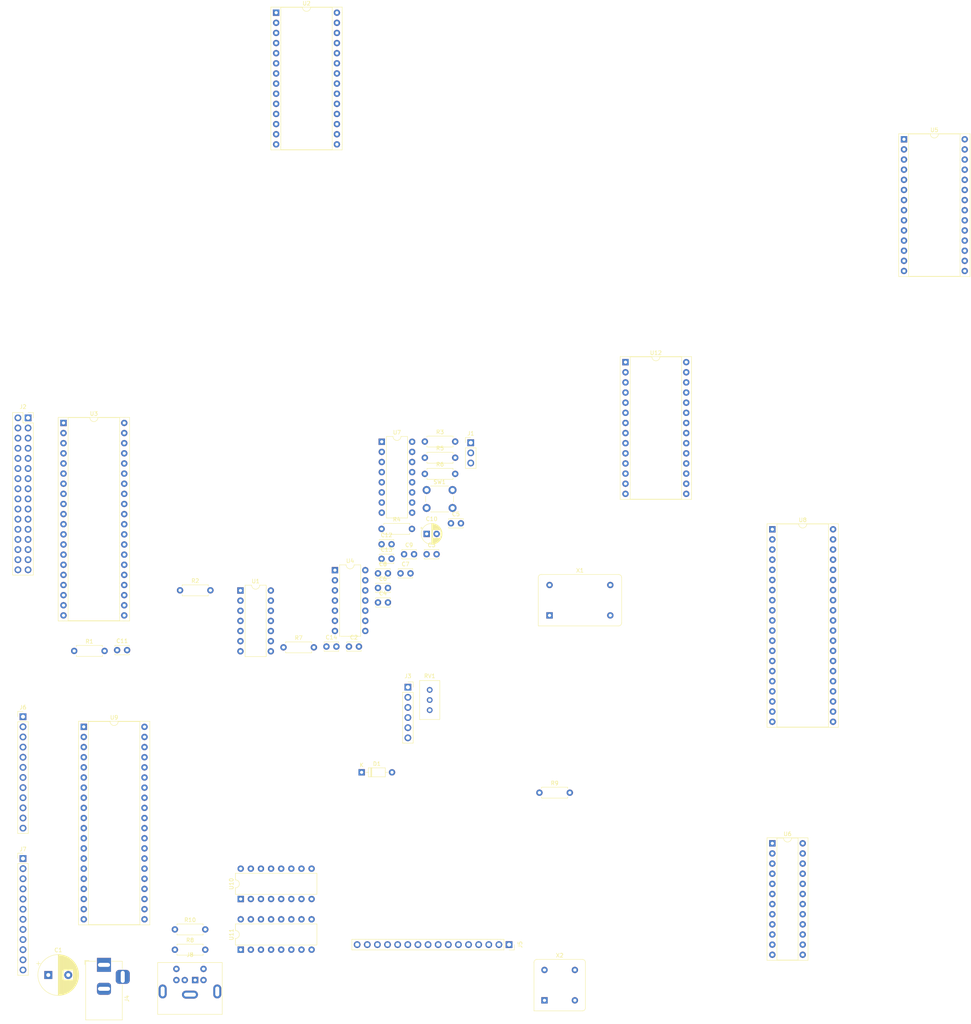
<source format=kicad_pcb>
(kicad_pcb (version 20171130) (host pcbnew "(5.1.10-0-10_14)")

  (general
    (thickness 1.6)
    (drawings 0)
    (tracks 0)
    (zones 0)
    (modules 49)
    (nets 139)
  )

  (page A4)
  (layers
    (0 F.Cu signal)
    (31 B.Cu signal)
    (32 B.Adhes user)
    (33 F.Adhes user)
    (34 B.Paste user)
    (35 F.Paste user)
    (36 B.SilkS user)
    (37 F.SilkS user)
    (38 B.Mask user)
    (39 F.Mask user)
    (40 Dwgs.User user)
    (41 Cmts.User user)
    (42 Eco1.User user)
    (43 Eco2.User user)
    (44 Edge.Cuts user)
    (45 Margin user)
    (46 B.CrtYd user)
    (47 F.CrtYd user)
    (48 B.Fab user)
    (49 F.Fab user)
  )

  (setup
    (last_trace_width 0.1524)
    (trace_clearance 0.1524)
    (zone_clearance 0.508)
    (zone_45_only no)
    (trace_min 0.1524)
    (via_size 0.8)
    (via_drill 0.4)
    (via_min_size 0.4)
    (via_min_drill 0.3)
    (uvia_size 0.3)
    (uvia_drill 0.1)
    (uvias_allowed no)
    (uvia_min_size 0.2)
    (uvia_min_drill 0.1)
    (edge_width 0.05)
    (segment_width 0.2)
    (pcb_text_width 0.3)
    (pcb_text_size 1.5 1.5)
    (mod_edge_width 0.12)
    (mod_text_size 1 1)
    (mod_text_width 0.15)
    (pad_size 1.524 1.524)
    (pad_drill 0.762)
    (pad_to_mask_clearance 0.051)
    (solder_mask_min_width 0.25)
    (aux_axis_origin 0 0)
    (visible_elements FFFFFF7F)
    (pcbplotparams
      (layerselection 0x010fc_ffffffff)
      (usegerberextensions false)
      (usegerberattributes true)
      (usegerberadvancedattributes true)
      (creategerberjobfile true)
      (excludeedgelayer true)
      (linewidth 0.100000)
      (plotframeref false)
      (viasonmask false)
      (mode 1)
      (useauxorigin false)
      (hpglpennumber 1)
      (hpglpenspeed 20)
      (hpglpendiameter 15.000000)
      (psnegative false)
      (psa4output false)
      (plotreference true)
      (plotvalue true)
      (plotinvisibletext false)
      (padsonsilk false)
      (subtractmaskfromsilk false)
      (outputformat 1)
      (mirror false)
      (drillshape 1)
      (scaleselection 1)
      (outputdirectory ""))
  )

  (net 0 "")
  (net 1 GND)
  (net 2 +5V)
  (net 3 "Net-(C10-Pad2)")
  (net 4 "Net-(D1-Pad2)")
  (net 5 "Net-(D1-Pad1)")
  (net 6 CLKOUT)
  (net 7 CLK)
  (net 8 a15)
  (net 9 a14)
  (net 10 "Net-(J2-Pad28)")
  (net 11 a13)
  (net 12 ~IRQ_OD)
  (net 13 a12)
  (net 14 ~RES)
  (net 15 a11)
  (net 16 IO2_CS)
  (net 17 a10)
  (net 18 R~W)
  (net 19 a9)
  (net 20 a8)
  (net 21 d7)
  (net 22 a7)
  (net 23 d6)
  (net 24 a6)
  (net 25 d5)
  (net 26 a5)
  (net 27 d4)
  (net 28 a4)
  (net 29 d3)
  (net 30 a3)
  (net 31 d2)
  (net 32 a2)
  (net 33 d1)
  (net 34 a1)
  (net 35 d0)
  (net 36 a0)
  (net 37 ~CTS)
  (net 38 ~RTS)
  (net 39 RxD)
  (net 40 TxD)
  (net 41 "/6502 Peripherals/v1pb3")
  (net 42 "/6502 Peripherals/v1pb2")
  (net 43 "/6502 Peripherals/v1pb1")
  (net 44 "/6502 Peripherals/v1pb0")
  (net 45 "/6502 Peripherals/v1pb7")
  (net 46 "/6502 Peripherals/v1pb6")
  (net 47 "/6502 Peripherals/v1pb5")
  (net 48 "Net-(J5-Pad3)")
  (net 49 "/6502 Peripherals/v2pa9")
  (net 50 "/6502 Peripherals/v2pa8")
  (net 51 "/6502 Peripherals/v2pa7")
  (net 52 "/6502 Peripherals/v2pa6")
  (net 53 "/6502 Peripherals/v2pa5")
  (net 54 "/6502 Peripherals/v2pa4")
  (net 55 "/6502 Peripherals/v2pa3")
  (net 56 "/6502 Peripherals/v2pa2")
  (net 57 "/6502 Peripherals/v2pa1")
  (net 58 "/6502 Peripherals/v2pa0")
  (net 59 "/6502 Peripherals/v2pb9")
  (net 60 "/6502 Peripherals/v2pb8")
  (net 61 "/6502 Peripherals/v2pb7")
  (net 62 "/6502 Peripherals/v2pb6")
  (net 63 "/6502 Peripherals/v2pb5")
  (net 64 "/6502 Peripherals/v2pb4")
  (net 65 "/6502 Peripherals/v2pb3")
  (net 66 "/6502 Peripherals/v2pb2")
  (net 67 "/6502 Peripherals/v2pb1")
  (net 68 "/6502 Peripherals/v2pb0")
  (net 69 KBDAT)
  (net 70 "Net-(J8-Pad2)")
  (net 71 KBCLK)
  (net 72 "Net-(J8-Pad6)")
  (net 73 "Net-(R1-Pad1)")
  (net 74 "Net-(R2-Pad1)")
  (net 75 "Net-(R3-Pad2)")
  (net 76 "Net-(R5-Pad1)")
  (net 77 "Net-(R7-Pad1)")
  (net 78 "Net-(RV1-Pad3)")
  (net 79 "Net-(U1-Pad6)")
  (net 80 "Net-(U1-Pad4)")
  (net 81 "/6502 Peripherals/v1pa8")
  (net 82 "Net-(U1-Pad8)")
  (net 83 ~OE)
  (net 84 ~ROM_CS)
  (net 85 "Net-(U3-Pad39)")
  (net 86 "Net-(U3-Pad35)")
  (net 87 "Net-(U3-Pad7)")
  (net 88 "Net-(U3-Pad5)")
  (net 89 ~IRQ)
  (net 90 "Net-(U3-Pad3)")
  (net 91 "Net-(U3-Pad1)")
  (net 92 "Net-(U4-Pad12)")
  (net 93 ~V2IRQ)
  (net 94 ~V1IRQ)
  (net 95 "Net-(U4-Pad8)")
  (net 96 ~WE)
  (net 97 ~RAM_CS)
  (net 98 "Net-(U6-Pad19)")
  (net 99 "Net-(U6-Pad17)")
  (net 100 "Net-(U6-Pad16)")
  (net 101 "Net-(U6-Pad15)")
  (net 102 "Net-(U6-Pad14)")
  (net 103 ~VIA1_CS)
  (net 104 "Net-(U7-Pad7)")
  (net 105 ~VIA2_CS)
  (net 106 ~ACIA_CS)
  (net 107 "Net-(U7-Pad12)")
  (net 108 "Net-(U7-Pad11)")
  (net 109 "Net-(U7-Pad10)")
  (net 110 "Net-(U7-Pad9)")
  (net 111 "Net-(U8-Pad39)")
  (net 112 "Net-(U8-Pad19)")
  (net 113 "Net-(U8-Pad18)")
  (net 114 "Net-(U8-Pad14)")
  (net 115 "/6502 Peripherals/v1pa7")
  (net 116 "/6502 Peripherals/v1pa6")
  (net 117 "/6502 Peripherals/v1pa5")
  (net 118 "/6502 Peripherals/v1pa4")
  (net 119 "/6502 Peripherals/v1pa3")
  (net 120 "/6502 Peripherals/v1pa2")
  (net 121 "/6502 Peripherals/v1pa1")
  (net 122 "/6502 Peripherals/v1pa0")
  (net 123 "Net-(U10-Pad15)")
  (net 124 "Net-(U10-Pad9)")
  (net 125 "Net-(U10-Pad1)")
  (net 126 "Net-(U11-Pad7)")
  (net 127 "Net-(U11-Pad6)")
  (net 128 "Net-(U11-Pad5)")
  (net 129 "Net-(U11-Pad4)")
  (net 130 "Net-(U11-Pad3)")
  (net 131 "Net-(U11-Pad2)")
  (net 132 "Net-(U11-Pad9)")
  (net 133 "Net-(U12-Pad11)")
  (net 134 "Net-(U12-Pad7)")
  (net 135 RS232CLK)
  (net 136 "Net-(U12-Pad5)")
  (net 137 "Net-(X1-Pad1)")
  (net 138 "Net-(X2-Pad1)")

  (net_class Default "This is the default net class."
    (clearance 0.1524)
    (trace_width 0.1524)
    (via_dia 0.8)
    (via_drill 0.4)
    (uvia_dia 0.3)
    (uvia_drill 0.1)
    (add_net +5V)
    (add_net "/6502 Peripherals/v1pa0")
    (add_net "/6502 Peripherals/v1pa1")
    (add_net "/6502 Peripherals/v1pa2")
    (add_net "/6502 Peripherals/v1pa3")
    (add_net "/6502 Peripherals/v1pa4")
    (add_net "/6502 Peripherals/v1pa5")
    (add_net "/6502 Peripherals/v1pa6")
    (add_net "/6502 Peripherals/v1pa7")
    (add_net "/6502 Peripherals/v1pa8")
    (add_net "/6502 Peripherals/v1pb0")
    (add_net "/6502 Peripherals/v1pb1")
    (add_net "/6502 Peripherals/v1pb2")
    (add_net "/6502 Peripherals/v1pb3")
    (add_net "/6502 Peripherals/v1pb5")
    (add_net "/6502 Peripherals/v1pb6")
    (add_net "/6502 Peripherals/v1pb7")
    (add_net "/6502 Peripherals/v2pa0")
    (add_net "/6502 Peripherals/v2pa1")
    (add_net "/6502 Peripherals/v2pa2")
    (add_net "/6502 Peripherals/v2pa3")
    (add_net "/6502 Peripherals/v2pa4")
    (add_net "/6502 Peripherals/v2pa5")
    (add_net "/6502 Peripherals/v2pa6")
    (add_net "/6502 Peripherals/v2pa7")
    (add_net "/6502 Peripherals/v2pa8")
    (add_net "/6502 Peripherals/v2pa9")
    (add_net "/6502 Peripherals/v2pb0")
    (add_net "/6502 Peripherals/v2pb1")
    (add_net "/6502 Peripherals/v2pb2")
    (add_net "/6502 Peripherals/v2pb3")
    (add_net "/6502 Peripherals/v2pb4")
    (add_net "/6502 Peripherals/v2pb5")
    (add_net "/6502 Peripherals/v2pb6")
    (add_net "/6502 Peripherals/v2pb7")
    (add_net "/6502 Peripherals/v2pb8")
    (add_net "/6502 Peripherals/v2pb9")
    (add_net CLK)
    (add_net CLKOUT)
    (add_net GND)
    (add_net IO2_CS)
    (add_net KBCLK)
    (add_net KBDAT)
    (add_net "Net-(C10-Pad2)")
    (add_net "Net-(D1-Pad1)")
    (add_net "Net-(D1-Pad2)")
    (add_net "Net-(J2-Pad28)")
    (add_net "Net-(J5-Pad3)")
    (add_net "Net-(J8-Pad2)")
    (add_net "Net-(J8-Pad6)")
    (add_net "Net-(R1-Pad1)")
    (add_net "Net-(R2-Pad1)")
    (add_net "Net-(R3-Pad2)")
    (add_net "Net-(R5-Pad1)")
    (add_net "Net-(R7-Pad1)")
    (add_net "Net-(RV1-Pad3)")
    (add_net "Net-(U1-Pad4)")
    (add_net "Net-(U1-Pad6)")
    (add_net "Net-(U1-Pad8)")
    (add_net "Net-(U10-Pad1)")
    (add_net "Net-(U10-Pad15)")
    (add_net "Net-(U10-Pad9)")
    (add_net "Net-(U11-Pad2)")
    (add_net "Net-(U11-Pad3)")
    (add_net "Net-(U11-Pad4)")
    (add_net "Net-(U11-Pad5)")
    (add_net "Net-(U11-Pad6)")
    (add_net "Net-(U11-Pad7)")
    (add_net "Net-(U11-Pad9)")
    (add_net "Net-(U12-Pad11)")
    (add_net "Net-(U12-Pad5)")
    (add_net "Net-(U12-Pad7)")
    (add_net "Net-(U3-Pad1)")
    (add_net "Net-(U3-Pad3)")
    (add_net "Net-(U3-Pad35)")
    (add_net "Net-(U3-Pad39)")
    (add_net "Net-(U3-Pad5)")
    (add_net "Net-(U3-Pad7)")
    (add_net "Net-(U4-Pad12)")
    (add_net "Net-(U4-Pad8)")
    (add_net "Net-(U6-Pad14)")
    (add_net "Net-(U6-Pad15)")
    (add_net "Net-(U6-Pad16)")
    (add_net "Net-(U6-Pad17)")
    (add_net "Net-(U6-Pad19)")
    (add_net "Net-(U7-Pad10)")
    (add_net "Net-(U7-Pad11)")
    (add_net "Net-(U7-Pad12)")
    (add_net "Net-(U7-Pad7)")
    (add_net "Net-(U7-Pad9)")
    (add_net "Net-(U8-Pad14)")
    (add_net "Net-(U8-Pad18)")
    (add_net "Net-(U8-Pad19)")
    (add_net "Net-(U8-Pad39)")
    (add_net "Net-(X1-Pad1)")
    (add_net "Net-(X2-Pad1)")
    (add_net RS232CLK)
    (add_net RxD)
    (add_net R~W)
    (add_net TxD)
    (add_net a0)
    (add_net a1)
    (add_net a10)
    (add_net a11)
    (add_net a12)
    (add_net a13)
    (add_net a14)
    (add_net a15)
    (add_net a2)
    (add_net a3)
    (add_net a4)
    (add_net a5)
    (add_net a6)
    (add_net a7)
    (add_net a8)
    (add_net a9)
    (add_net d0)
    (add_net d1)
    (add_net d2)
    (add_net d3)
    (add_net d4)
    (add_net d5)
    (add_net d6)
    (add_net d7)
    (add_net ~ACIA_CS)
    (add_net ~CTS)
    (add_net ~IRQ)
    (add_net ~IRQ_OD)
    (add_net ~OE)
    (add_net ~RAM_CS)
    (add_net ~RES)
    (add_net ~ROM_CS)
    (add_net ~RTS)
    (add_net ~V1IRQ)
    (add_net ~V2IRQ)
    (add_net ~VIA1_CS)
    (add_net ~VIA2_CS)
    (add_net ~WE)
  )

  (net_class PWR ""
    (clearance 0.1524)
    (trace_width 0.2286)
    (via_dia 0.8)
    (via_drill 0.4)
    (uvia_dia 0.3)
    (uvia_drill 0.1)
  )

  (module Oscillator:Oscillator_DIP-8 (layer F.Cu) (tedit 58CD3344) (tstamp 609A2EDB)
    (at 148.59 163.83)
    (descr "Oscillator, DIP8,http://cdn-reichelt.de/documents/datenblatt/B400/OSZI.pdf")
    (tags oscillator)
    (path /5F14295C/60C9DB43)
    (fp_text reference X2 (at 3.81 -11.26) (layer F.SilkS)
      (effects (font (size 1 1) (thickness 0.15)))
    )
    (fp_text value TFT660 (at 3.81 3.74) (layer F.Fab)
      (effects (font (size 1 1) (thickness 0.15)))
    )
    (fp_arc (start -1.89 -9.51) (end -2.54 -9.51) (angle 90) (layer F.Fab) (width 0.1))
    (fp_arc (start 9.51 -9.51) (end 9.51 -10.16) (angle 90) (layer F.Fab) (width 0.1))
    (fp_arc (start 9.51 1.89) (end 10.16 1.89) (angle 90) (layer F.Fab) (width 0.1))
    (fp_arc (start -1.89 -9.51) (end -2.64 -9.51) (angle 90) (layer F.SilkS) (width 0.12))
    (fp_arc (start 9.51 -9.51) (end 9.51 -10.26) (angle 90) (layer F.SilkS) (width 0.12))
    (fp_arc (start 9.51 1.89) (end 10.26 1.89) (angle 90) (layer F.SilkS) (width 0.12))
    (fp_arc (start -1.19 -8.81) (end -1.54 -8.81) (angle 90) (layer F.Fab) (width 0.1))
    (fp_arc (start 8.81 -8.81) (end 8.81 -9.16) (angle 90) (layer F.Fab) (width 0.1))
    (fp_arc (start 8.81 1.19) (end 9.16 1.19) (angle 90) (layer F.Fab) (width 0.1))
    (fp_text user %R (at 3.81 -3.81) (layer F.Fab)
      (effects (font (size 1 1) (thickness 0.15)))
    )
    (fp_line (start 10.41 2.79) (end 10.41 -10.41) (layer F.CrtYd) (width 0.05))
    (fp_line (start 10.41 -10.41) (end -2.79 -10.41) (layer F.CrtYd) (width 0.05))
    (fp_line (start -2.79 -10.41) (end -2.79 2.79) (layer F.CrtYd) (width 0.05))
    (fp_line (start -2.79 2.79) (end 10.41 2.79) (layer F.CrtYd) (width 0.05))
    (fp_line (start 9.16 1.19) (end 9.16 -8.81) (layer F.Fab) (width 0.1))
    (fp_line (start -1.19 -9.16) (end 8.81 -9.16) (layer F.Fab) (width 0.1))
    (fp_line (start -1.54 1.54) (end -1.54 -8.81) (layer F.Fab) (width 0.1))
    (fp_line (start -1.54 1.54) (end 8.81 1.54) (layer F.Fab) (width 0.1))
    (fp_line (start -2.64 -9.51) (end -2.64 2.64) (layer F.SilkS) (width 0.12))
    (fp_line (start 9.51 -10.26) (end -1.89 -10.26) (layer F.SilkS) (width 0.12))
    (fp_line (start 10.26 1.89) (end 10.26 -9.51) (layer F.SilkS) (width 0.12))
    (fp_line (start -2.64 2.64) (end 9.51 2.64) (layer F.SilkS) (width 0.12))
    (fp_line (start -2.54 2.54) (end 9.51 2.54) (layer F.Fab) (width 0.1))
    (fp_line (start 10.16 -9.51) (end 10.16 1.89) (layer F.Fab) (width 0.1))
    (fp_line (start -1.89 -10.16) (end 9.51 -10.16) (layer F.Fab) (width 0.1))
    (fp_line (start -2.54 2.54) (end -2.54 -9.51) (layer F.Fab) (width 0.1))
    (pad 4 thru_hole circle (at 7.62 0) (size 1.6 1.6) (drill 0.8) (layers *.Cu *.Mask)
      (net 1 GND))
    (pad 5 thru_hole circle (at 7.62 -7.62) (size 1.6 1.6) (drill 0.8) (layers *.Cu *.Mask)
      (net 135 RS232CLK))
    (pad 8 thru_hole circle (at 0 -7.62) (size 1.6 1.6) (drill 0.8) (layers *.Cu *.Mask)
      (net 2 +5V))
    (pad 1 thru_hole rect (at 0 0) (size 1.6 1.6) (drill 0.8) (layers *.Cu *.Mask)
      (net 138 "Net-(X2-Pad1)"))
    (model ${KISYS3DMOD}/Oscillator.3dshapes/Oscillator_DIP-8.wrl
      (at (xyz 0 0 0))
      (scale (xyz 1 1 1))
      (rotate (xyz 0 0 0))
    )
  )

  (module Oscillator:Oscillator_DIP-14 (layer F.Cu) (tedit 58CD3344) (tstamp 609A4AE2)
    (at 149.86 67.31)
    (descr "Oscillator, DIP14, http://cdn-reichelt.de/documents/datenblatt/B400/OSZI.pdf")
    (tags oscillator)
    (path /5E1CCFB4)
    (fp_text reference X1 (at 7.62 -11.26) (layer F.SilkS)
      (effects (font (size 1 1) (thickness 0.15)))
    )
    (fp_text value 1MHz (at 7.62 3.74) (layer F.Fab)
      (effects (font (size 1 1) (thickness 0.15)))
    )
    (fp_arc (start -2.08 -9.51) (end -2.73 -9.51) (angle 90) (layer F.Fab) (width 0.1))
    (fp_arc (start 17.32 -9.51) (end 17.32 -10.16) (angle 90) (layer F.Fab) (width 0.1))
    (fp_arc (start 17.32 1.89) (end 17.97 1.89) (angle 90) (layer F.Fab) (width 0.1))
    (fp_arc (start -2.08 -9.51) (end -2.83 -9.51) (angle 90) (layer F.SilkS) (width 0.12))
    (fp_arc (start 17.32 -9.51) (end 17.32 -10.26) (angle 90) (layer F.SilkS) (width 0.12))
    (fp_arc (start 17.32 1.89) (end 18.07 1.89) (angle 90) (layer F.SilkS) (width 0.12))
    (fp_arc (start -1.38 -8.81) (end -1.73 -8.81) (angle 90) (layer F.Fab) (width 0.1))
    (fp_arc (start 16.62 -8.81) (end 16.62 -9.16) (angle 90) (layer F.Fab) (width 0.1))
    (fp_arc (start 16.62 1.19) (end 16.97 1.19) (angle 90) (layer F.Fab) (width 0.1))
    (fp_text user %R (at 7.62 -3.81) (layer F.Fab)
      (effects (font (size 1 1) (thickness 0.15)))
    )
    (fp_line (start 18.22 2.79) (end 18.22 -10.41) (layer F.CrtYd) (width 0.05))
    (fp_line (start 18.22 -10.41) (end -2.98 -10.41) (layer F.CrtYd) (width 0.05))
    (fp_line (start -2.98 -10.41) (end -2.98 2.79) (layer F.CrtYd) (width 0.05))
    (fp_line (start -2.98 2.79) (end 18.22 2.79) (layer F.CrtYd) (width 0.05))
    (fp_line (start 16.97 1.19) (end 16.97 -8.81) (layer F.Fab) (width 0.1))
    (fp_line (start -1.38 -9.16) (end 16.62 -9.16) (layer F.Fab) (width 0.1))
    (fp_line (start -1.73 1.54) (end -1.73 -8.81) (layer F.Fab) (width 0.1))
    (fp_line (start -1.73 1.54) (end 16.62 1.54) (layer F.Fab) (width 0.1))
    (fp_line (start -2.83 -9.51) (end -2.83 2.64) (layer F.SilkS) (width 0.12))
    (fp_line (start 17.32 -10.26) (end -2.08 -10.26) (layer F.SilkS) (width 0.12))
    (fp_line (start 18.07 1.89) (end 18.07 -9.51) (layer F.SilkS) (width 0.12))
    (fp_line (start -2.83 2.64) (end 17.32 2.64) (layer F.SilkS) (width 0.12))
    (fp_line (start -2.73 2.54) (end 17.32 2.54) (layer F.Fab) (width 0.1))
    (fp_line (start 17.97 -9.51) (end 17.97 1.89) (layer F.Fab) (width 0.1))
    (fp_line (start -2.08 -10.16) (end 17.32 -10.16) (layer F.Fab) (width 0.1))
    (fp_line (start -2.73 2.54) (end -2.73 -9.51) (layer F.Fab) (width 0.1))
    (pad 7 thru_hole circle (at 15.24 0) (size 1.6 1.6) (drill 0.8) (layers *.Cu *.Mask)
      (net 1 GND))
    (pad 8 thru_hole circle (at 15.24 -7.62) (size 1.6 1.6) (drill 0.8) (layers *.Cu *.Mask)
      (net 6 CLKOUT))
    (pad 14 thru_hole circle (at 0 -7.62) (size 1.6 1.6) (drill 0.8) (layers *.Cu *.Mask)
      (net 2 +5V))
    (pad 1 thru_hole rect (at 0 0) (size 1.6 1.6) (drill 0.8) (layers *.Cu *.Mask)
      (net 137 "Net-(X1-Pad1)"))
    (model ${KISYS3DMOD}/Oscillator.3dshapes/Oscillator_DIP-14.wrl
      (at (xyz 0 0 0))
      (scale (xyz 1 1 1))
      (rotate (xyz 0 0 0))
    )
  )

  (module Package_DIP:DIP-28_W15.24mm_Socket (layer F.Cu) (tedit 5A02E8C5) (tstamp 609A2FB7)
    (at 168.91 3.81)
    (descr "28-lead though-hole mounted DIP package, row spacing 15.24 mm (600 mils), Socket")
    (tags "THT DIP DIL PDIP 2.54mm 15.24mm 600mil Socket")
    (path /5F14295C/5F1AD73D)
    (fp_text reference U12 (at 7.62 -2.33) (layer F.SilkS)
      (effects (font (size 1 1) (thickness 0.15)))
    )
    (fp_text value 65C51N (at 7.62 35.35) (layer F.Fab)
      (effects (font (size 1 1) (thickness 0.15)))
    )
    (fp_text user %R (at 7.62 16.51) (layer F.Fab)
      (effects (font (size 1 1) (thickness 0.15)))
    )
    (fp_arc (start 7.62 -1.33) (end 6.62 -1.33) (angle -180) (layer F.SilkS) (width 0.12))
    (fp_line (start 1.255 -1.27) (end 14.985 -1.27) (layer F.Fab) (width 0.1))
    (fp_line (start 14.985 -1.27) (end 14.985 34.29) (layer F.Fab) (width 0.1))
    (fp_line (start 14.985 34.29) (end 0.255 34.29) (layer F.Fab) (width 0.1))
    (fp_line (start 0.255 34.29) (end 0.255 -0.27) (layer F.Fab) (width 0.1))
    (fp_line (start 0.255 -0.27) (end 1.255 -1.27) (layer F.Fab) (width 0.1))
    (fp_line (start -1.27 -1.33) (end -1.27 34.35) (layer F.Fab) (width 0.1))
    (fp_line (start -1.27 34.35) (end 16.51 34.35) (layer F.Fab) (width 0.1))
    (fp_line (start 16.51 34.35) (end 16.51 -1.33) (layer F.Fab) (width 0.1))
    (fp_line (start 16.51 -1.33) (end -1.27 -1.33) (layer F.Fab) (width 0.1))
    (fp_line (start 6.62 -1.33) (end 1.16 -1.33) (layer F.SilkS) (width 0.12))
    (fp_line (start 1.16 -1.33) (end 1.16 34.35) (layer F.SilkS) (width 0.12))
    (fp_line (start 1.16 34.35) (end 14.08 34.35) (layer F.SilkS) (width 0.12))
    (fp_line (start 14.08 34.35) (end 14.08 -1.33) (layer F.SilkS) (width 0.12))
    (fp_line (start 14.08 -1.33) (end 8.62 -1.33) (layer F.SilkS) (width 0.12))
    (fp_line (start -1.33 -1.39) (end -1.33 34.41) (layer F.SilkS) (width 0.12))
    (fp_line (start -1.33 34.41) (end 16.57 34.41) (layer F.SilkS) (width 0.12))
    (fp_line (start 16.57 34.41) (end 16.57 -1.39) (layer F.SilkS) (width 0.12))
    (fp_line (start 16.57 -1.39) (end -1.33 -1.39) (layer F.SilkS) (width 0.12))
    (fp_line (start -1.55 -1.6) (end -1.55 34.65) (layer F.CrtYd) (width 0.05))
    (fp_line (start -1.55 34.65) (end 16.8 34.65) (layer F.CrtYd) (width 0.05))
    (fp_line (start 16.8 34.65) (end 16.8 -1.6) (layer F.CrtYd) (width 0.05))
    (fp_line (start 16.8 -1.6) (end -1.55 -1.6) (layer F.CrtYd) (width 0.05))
    (pad 28 thru_hole oval (at 15.24 0) (size 1.6 1.6) (drill 0.8) (layers *.Cu *.Mask)
      (net 18 R~W))
    (pad 14 thru_hole oval (at 0 33.02) (size 1.6 1.6) (drill 0.8) (layers *.Cu *.Mask)
      (net 34 a1))
    (pad 27 thru_hole oval (at 15.24 2.54) (size 1.6 1.6) (drill 0.8) (layers *.Cu *.Mask)
      (net 7 CLK))
    (pad 13 thru_hole oval (at 0 30.48) (size 1.6 1.6) (drill 0.8) (layers *.Cu *.Mask)
      (net 36 a0))
    (pad 26 thru_hole oval (at 15.24 5.08) (size 1.6 1.6) (drill 0.8) (layers *.Cu *.Mask)
      (net 12 ~IRQ_OD))
    (pad 12 thru_hole oval (at 0 27.94) (size 1.6 1.6) (drill 0.8) (layers *.Cu *.Mask)
      (net 39 RxD))
    (pad 25 thru_hole oval (at 15.24 7.62) (size 1.6 1.6) (drill 0.8) (layers *.Cu *.Mask)
      (net 21 d7))
    (pad 11 thru_hole oval (at 0 25.4) (size 1.6 1.6) (drill 0.8) (layers *.Cu *.Mask)
      (net 133 "Net-(U12-Pad11)"))
    (pad 24 thru_hole oval (at 15.24 10.16) (size 1.6 1.6) (drill 0.8) (layers *.Cu *.Mask)
      (net 23 d6))
    (pad 10 thru_hole oval (at 0 22.86) (size 1.6 1.6) (drill 0.8) (layers *.Cu *.Mask)
      (net 40 TxD))
    (pad 23 thru_hole oval (at 15.24 12.7) (size 1.6 1.6) (drill 0.8) (layers *.Cu *.Mask)
      (net 25 d5))
    (pad 9 thru_hole oval (at 0 20.32) (size 1.6 1.6) (drill 0.8) (layers *.Cu *.Mask)
      (net 37 ~CTS))
    (pad 22 thru_hole oval (at 15.24 15.24) (size 1.6 1.6) (drill 0.8) (layers *.Cu *.Mask)
      (net 27 d4))
    (pad 8 thru_hole oval (at 0 17.78) (size 1.6 1.6) (drill 0.8) (layers *.Cu *.Mask)
      (net 38 ~RTS))
    (pad 21 thru_hole oval (at 15.24 17.78) (size 1.6 1.6) (drill 0.8) (layers *.Cu *.Mask)
      (net 29 d3))
    (pad 7 thru_hole oval (at 0 15.24) (size 1.6 1.6) (drill 0.8) (layers *.Cu *.Mask)
      (net 134 "Net-(U12-Pad7)"))
    (pad 20 thru_hole oval (at 15.24 20.32) (size 1.6 1.6) (drill 0.8) (layers *.Cu *.Mask)
      (net 31 d2))
    (pad 6 thru_hole oval (at 0 12.7) (size 1.6 1.6) (drill 0.8) (layers *.Cu *.Mask)
      (net 135 RS232CLK))
    (pad 19 thru_hole oval (at 15.24 22.86) (size 1.6 1.6) (drill 0.8) (layers *.Cu *.Mask)
      (net 33 d1))
    (pad 5 thru_hole oval (at 0 10.16) (size 1.6 1.6) (drill 0.8) (layers *.Cu *.Mask)
      (net 136 "Net-(U12-Pad5)"))
    (pad 18 thru_hole oval (at 15.24 25.4) (size 1.6 1.6) (drill 0.8) (layers *.Cu *.Mask)
      (net 35 d0))
    (pad 4 thru_hole oval (at 0 7.62) (size 1.6 1.6) (drill 0.8) (layers *.Cu *.Mask)
      (net 14 ~RES))
    (pad 17 thru_hole oval (at 15.24 27.94) (size 1.6 1.6) (drill 0.8) (layers *.Cu *.Mask)
      (net 1 GND))
    (pad 3 thru_hole oval (at 0 5.08) (size 1.6 1.6) (drill 0.8) (layers *.Cu *.Mask)
      (net 106 ~ACIA_CS))
    (pad 16 thru_hole oval (at 15.24 30.48) (size 1.6 1.6) (drill 0.8) (layers *.Cu *.Mask)
      (net 1 GND))
    (pad 2 thru_hole oval (at 0 2.54) (size 1.6 1.6) (drill 0.8) (layers *.Cu *.Mask)
      (net 2 +5V))
    (pad 15 thru_hole oval (at 15.24 33.02) (size 1.6 1.6) (drill 0.8) (layers *.Cu *.Mask)
      (net 2 +5V))
    (pad 1 thru_hole rect (at 0 0) (size 1.6 1.6) (drill 0.8) (layers *.Cu *.Mask)
      (net 1 GND))
    (model ${KISYS3DMOD}/Package_DIP.3dshapes/DIP-28_W15.24mm_Socket.wrl
      (at (xyz 0 0 0))
      (scale (xyz 1 1 1))
      (rotate (xyz 0 0 0))
    )
  )

  (module Package_DIP:DIP-16_W7.62mm (layer F.Cu) (tedit 5A02E8C5) (tstamp 609A3048)
    (at 72.39 151.13 90)
    (descr "16-lead though-hole mounted DIP package, row spacing 7.62 mm (300 mils)")
    (tags "THT DIP DIL PDIP 2.54mm 7.62mm 300mil")
    (path /5F14295C/618C9505)
    (fp_text reference U11 (at 3.81 -2.33 90) (layer F.SilkS)
      (effects (font (size 1 1) (thickness 0.15)))
    )
    (fp_text value 74HC595 (at 3.81 20.11 90) (layer F.Fab)
      (effects (font (size 1 1) (thickness 0.15)))
    )
    (fp_text user %R (at 3.81 8.89 90) (layer F.Fab)
      (effects (font (size 1 1) (thickness 0.15)))
    )
    (fp_arc (start 3.81 -1.33) (end 2.81 -1.33) (angle -180) (layer F.SilkS) (width 0.12))
    (fp_line (start 1.635 -1.27) (end 6.985 -1.27) (layer F.Fab) (width 0.1))
    (fp_line (start 6.985 -1.27) (end 6.985 19.05) (layer F.Fab) (width 0.1))
    (fp_line (start 6.985 19.05) (end 0.635 19.05) (layer F.Fab) (width 0.1))
    (fp_line (start 0.635 19.05) (end 0.635 -0.27) (layer F.Fab) (width 0.1))
    (fp_line (start 0.635 -0.27) (end 1.635 -1.27) (layer F.Fab) (width 0.1))
    (fp_line (start 2.81 -1.33) (end 1.16 -1.33) (layer F.SilkS) (width 0.12))
    (fp_line (start 1.16 -1.33) (end 1.16 19.11) (layer F.SilkS) (width 0.12))
    (fp_line (start 1.16 19.11) (end 6.46 19.11) (layer F.SilkS) (width 0.12))
    (fp_line (start 6.46 19.11) (end 6.46 -1.33) (layer F.SilkS) (width 0.12))
    (fp_line (start 6.46 -1.33) (end 4.81 -1.33) (layer F.SilkS) (width 0.12))
    (fp_line (start -1.1 -1.55) (end -1.1 19.3) (layer F.CrtYd) (width 0.05))
    (fp_line (start -1.1 19.3) (end 8.7 19.3) (layer F.CrtYd) (width 0.05))
    (fp_line (start 8.7 19.3) (end 8.7 -1.55) (layer F.CrtYd) (width 0.05))
    (fp_line (start 8.7 -1.55) (end -1.1 -1.55) (layer F.CrtYd) (width 0.05))
    (pad 16 thru_hole oval (at 7.62 0 90) (size 1.6 1.6) (drill 0.8) (layers *.Cu *.Mask)
      (net 2 +5V))
    (pad 8 thru_hole oval (at 0 17.78 90) (size 1.6 1.6) (drill 0.8) (layers *.Cu *.Mask)
      (net 1 GND))
    (pad 15 thru_hole oval (at 7.62 2.54 90) (size 1.6 1.6) (drill 0.8) (layers *.Cu *.Mask)
      (net 116 "/6502 Peripherals/v1pa6"))
    (pad 7 thru_hole oval (at 0 15.24 90) (size 1.6 1.6) (drill 0.8) (layers *.Cu *.Mask)
      (net 126 "Net-(U11-Pad7)"))
    (pad 14 thru_hole oval (at 7.62 5.08 90) (size 1.6 1.6) (drill 0.8) (layers *.Cu *.Mask)
      (net 124 "Net-(U10-Pad9)"))
    (pad 6 thru_hole oval (at 0 12.7 90) (size 1.6 1.6) (drill 0.8) (layers *.Cu *.Mask)
      (net 127 "Net-(U11-Pad6)"))
    (pad 13 thru_hole oval (at 7.62 7.62 90) (size 1.6 1.6) (drill 0.8) (layers *.Cu *.Mask)
      (net 1 GND))
    (pad 5 thru_hole oval (at 0 10.16 90) (size 1.6 1.6) (drill 0.8) (layers *.Cu *.Mask)
      (net 128 "Net-(U11-Pad5)"))
    (pad 12 thru_hole oval (at 7.62 10.16 90) (size 1.6 1.6) (drill 0.8) (layers *.Cu *.Mask)
      (net 82 "Net-(U1-Pad8)"))
    (pad 4 thru_hole oval (at 0 7.62 90) (size 1.6 1.6) (drill 0.8) (layers *.Cu *.Mask)
      (net 129 "Net-(U11-Pad4)"))
    (pad 11 thru_hole oval (at 7.62 12.7 90) (size 1.6 1.6) (drill 0.8) (layers *.Cu *.Mask)
      (net 81 "/6502 Peripherals/v1pa8"))
    (pad 3 thru_hole oval (at 0 5.08 90) (size 1.6 1.6) (drill 0.8) (layers *.Cu *.Mask)
      (net 130 "Net-(U11-Pad3)"))
    (pad 10 thru_hole oval (at 7.62 15.24 90) (size 1.6 1.6) (drill 0.8) (layers *.Cu *.Mask)
      (net 2 +5V))
    (pad 2 thru_hole oval (at 0 2.54 90) (size 1.6 1.6) (drill 0.8) (layers *.Cu *.Mask)
      (net 131 "Net-(U11-Pad2)"))
    (pad 9 thru_hole oval (at 7.62 17.78 90) (size 1.6 1.6) (drill 0.8) (layers *.Cu *.Mask)
      (net 132 "Net-(U11-Pad9)"))
    (pad 1 thru_hole rect (at 0 0 90) (size 1.6 1.6) (drill 0.8) (layers *.Cu *.Mask)
      (net 115 "/6502 Peripherals/v1pa7"))
    (model ${KISYS3DMOD}/Package_DIP.3dshapes/DIP-16_W7.62mm.wrl
      (at (xyz 0 0 0))
      (scale (xyz 1 1 1))
      (rotate (xyz 0 0 0))
    )
  )

  (module Package_DIP:DIP-16_W7.62mm (layer F.Cu) (tedit 5A02E8C5) (tstamp 609A30B1)
    (at 72.39 138.43 90)
    (descr "16-lead though-hole mounted DIP package, row spacing 7.62 mm (300 mils)")
    (tags "THT DIP DIL PDIP 2.54mm 7.62mm 300mil")
    (path /5F14295C/618C8340)
    (fp_text reference U10 (at 3.81 -2.33 90) (layer F.SilkS)
      (effects (font (size 1 1) (thickness 0.15)))
    )
    (fp_text value 74HC595 (at 3.81 20.11 90) (layer F.Fab)
      (effects (font (size 1 1) (thickness 0.15)))
    )
    (fp_text user %R (at 3.81 8.89 90) (layer F.Fab)
      (effects (font (size 1 1) (thickness 0.15)))
    )
    (fp_arc (start 3.81 -1.33) (end 2.81 -1.33) (angle -180) (layer F.SilkS) (width 0.12))
    (fp_line (start 1.635 -1.27) (end 6.985 -1.27) (layer F.Fab) (width 0.1))
    (fp_line (start 6.985 -1.27) (end 6.985 19.05) (layer F.Fab) (width 0.1))
    (fp_line (start 6.985 19.05) (end 0.635 19.05) (layer F.Fab) (width 0.1))
    (fp_line (start 0.635 19.05) (end 0.635 -0.27) (layer F.Fab) (width 0.1))
    (fp_line (start 0.635 -0.27) (end 1.635 -1.27) (layer F.Fab) (width 0.1))
    (fp_line (start 2.81 -1.33) (end 1.16 -1.33) (layer F.SilkS) (width 0.12))
    (fp_line (start 1.16 -1.33) (end 1.16 19.11) (layer F.SilkS) (width 0.12))
    (fp_line (start 1.16 19.11) (end 6.46 19.11) (layer F.SilkS) (width 0.12))
    (fp_line (start 6.46 19.11) (end 6.46 -1.33) (layer F.SilkS) (width 0.12))
    (fp_line (start 6.46 -1.33) (end 4.81 -1.33) (layer F.SilkS) (width 0.12))
    (fp_line (start -1.1 -1.55) (end -1.1 19.3) (layer F.CrtYd) (width 0.05))
    (fp_line (start -1.1 19.3) (end 8.7 19.3) (layer F.CrtYd) (width 0.05))
    (fp_line (start 8.7 19.3) (end 8.7 -1.55) (layer F.CrtYd) (width 0.05))
    (fp_line (start 8.7 -1.55) (end -1.1 -1.55) (layer F.CrtYd) (width 0.05))
    (pad 16 thru_hole oval (at 7.62 0 90) (size 1.6 1.6) (drill 0.8) (layers *.Cu *.Mask)
      (net 2 +5V))
    (pad 8 thru_hole oval (at 0 17.78 90) (size 1.6 1.6) (drill 0.8) (layers *.Cu *.Mask)
      (net 1 GND))
    (pad 15 thru_hole oval (at 7.62 2.54 90) (size 1.6 1.6) (drill 0.8) (layers *.Cu *.Mask)
      (net 123 "Net-(U10-Pad15)"))
    (pad 7 thru_hole oval (at 0 15.24 90) (size 1.6 1.6) (drill 0.8) (layers *.Cu *.Mask)
      (net 117 "/6502 Peripherals/v1pa5"))
    (pad 14 thru_hole oval (at 7.62 5.08 90) (size 1.6 1.6) (drill 0.8) (layers *.Cu *.Mask)
      (net 69 KBDAT))
    (pad 6 thru_hole oval (at 0 12.7 90) (size 1.6 1.6) (drill 0.8) (layers *.Cu *.Mask)
      (net 118 "/6502 Peripherals/v1pa4"))
    (pad 13 thru_hole oval (at 7.62 7.62 90) (size 1.6 1.6) (drill 0.8) (layers *.Cu *.Mask)
      (net 1 GND))
    (pad 5 thru_hole oval (at 0 10.16 90) (size 1.6 1.6) (drill 0.8) (layers *.Cu *.Mask)
      (net 119 "/6502 Peripherals/v1pa3"))
    (pad 12 thru_hole oval (at 7.62 10.16 90) (size 1.6 1.6) (drill 0.8) (layers *.Cu *.Mask)
      (net 81 "/6502 Peripherals/v1pa8"))
    (pad 4 thru_hole oval (at 0 7.62 90) (size 1.6 1.6) (drill 0.8) (layers *.Cu *.Mask)
      (net 120 "/6502 Peripherals/v1pa2"))
    (pad 11 thru_hole oval (at 7.62 12.7 90) (size 1.6 1.6) (drill 0.8) (layers *.Cu *.Mask)
      (net 82 "Net-(U1-Pad8)"))
    (pad 3 thru_hole oval (at 0 5.08 90) (size 1.6 1.6) (drill 0.8) (layers *.Cu *.Mask)
      (net 121 "/6502 Peripherals/v1pa1"))
    (pad 10 thru_hole oval (at 7.62 15.24 90) (size 1.6 1.6) (drill 0.8) (layers *.Cu *.Mask)
      (net 2 +5V))
    (pad 2 thru_hole oval (at 0 2.54 90) (size 1.6 1.6) (drill 0.8) (layers *.Cu *.Mask)
      (net 122 "/6502 Peripherals/v1pa0"))
    (pad 9 thru_hole oval (at 7.62 17.78 90) (size 1.6 1.6) (drill 0.8) (layers *.Cu *.Mask)
      (net 124 "Net-(U10-Pad9)"))
    (pad 1 thru_hole rect (at 0 0 90) (size 1.6 1.6) (drill 0.8) (layers *.Cu *.Mask)
      (net 125 "Net-(U10-Pad1)"))
    (model ${KISYS3DMOD}/Package_DIP.3dshapes/DIP-16_W7.62mm.wrl
      (at (xyz 0 0 0))
      (scale (xyz 1 1 1))
      (rotate (xyz 0 0 0))
    )
  )

  (module Package_DIP:DIP-40_W15.24mm_Socket (layer F.Cu) (tedit 5A02E8C5) (tstamp 609A313A)
    (at 33.02 95.25)
    (descr "40-lead though-hole mounted DIP package, row spacing 15.24 mm (600 mils), Socket")
    (tags "THT DIP DIL PDIP 2.54mm 15.24mm 600mil Socket")
    (path /5F14295C/5F285E8B)
    (fp_text reference U9 (at 7.62 -2.33) (layer F.SilkS)
      (effects (font (size 1 1) (thickness 0.15)))
    )
    (fp_text value 65C22S (at 7.62 50.59) (layer F.Fab)
      (effects (font (size 1 1) (thickness 0.15)))
    )
    (fp_text user %R (at 7.62 24.13) (layer F.Fab)
      (effects (font (size 1 1) (thickness 0.15)))
    )
    (fp_arc (start 7.62 -1.33) (end 6.62 -1.33) (angle -180) (layer F.SilkS) (width 0.12))
    (fp_line (start 1.255 -1.27) (end 14.985 -1.27) (layer F.Fab) (width 0.1))
    (fp_line (start 14.985 -1.27) (end 14.985 49.53) (layer F.Fab) (width 0.1))
    (fp_line (start 14.985 49.53) (end 0.255 49.53) (layer F.Fab) (width 0.1))
    (fp_line (start 0.255 49.53) (end 0.255 -0.27) (layer F.Fab) (width 0.1))
    (fp_line (start 0.255 -0.27) (end 1.255 -1.27) (layer F.Fab) (width 0.1))
    (fp_line (start -1.27 -1.33) (end -1.27 49.59) (layer F.Fab) (width 0.1))
    (fp_line (start -1.27 49.59) (end 16.51 49.59) (layer F.Fab) (width 0.1))
    (fp_line (start 16.51 49.59) (end 16.51 -1.33) (layer F.Fab) (width 0.1))
    (fp_line (start 16.51 -1.33) (end -1.27 -1.33) (layer F.Fab) (width 0.1))
    (fp_line (start 6.62 -1.33) (end 1.16 -1.33) (layer F.SilkS) (width 0.12))
    (fp_line (start 1.16 -1.33) (end 1.16 49.59) (layer F.SilkS) (width 0.12))
    (fp_line (start 1.16 49.59) (end 14.08 49.59) (layer F.SilkS) (width 0.12))
    (fp_line (start 14.08 49.59) (end 14.08 -1.33) (layer F.SilkS) (width 0.12))
    (fp_line (start 14.08 -1.33) (end 8.62 -1.33) (layer F.SilkS) (width 0.12))
    (fp_line (start -1.33 -1.39) (end -1.33 49.65) (layer F.SilkS) (width 0.12))
    (fp_line (start -1.33 49.65) (end 16.57 49.65) (layer F.SilkS) (width 0.12))
    (fp_line (start 16.57 49.65) (end 16.57 -1.39) (layer F.SilkS) (width 0.12))
    (fp_line (start 16.57 -1.39) (end -1.33 -1.39) (layer F.SilkS) (width 0.12))
    (fp_line (start -1.55 -1.6) (end -1.55 49.85) (layer F.CrtYd) (width 0.05))
    (fp_line (start -1.55 49.85) (end 16.8 49.85) (layer F.CrtYd) (width 0.05))
    (fp_line (start 16.8 49.85) (end 16.8 -1.6) (layer F.CrtYd) (width 0.05))
    (fp_line (start 16.8 -1.6) (end -1.55 -1.6) (layer F.CrtYd) (width 0.05))
    (pad 40 thru_hole oval (at 15.24 0) (size 1.6 1.6) (drill 0.8) (layers *.Cu *.Mask)
      (net 50 "/6502 Peripherals/v2pa8"))
    (pad 20 thru_hole oval (at 0 48.26) (size 1.6 1.6) (drill 0.8) (layers *.Cu *.Mask)
      (net 2 +5V))
    (pad 39 thru_hole oval (at 15.24 2.54) (size 1.6 1.6) (drill 0.8) (layers *.Cu *.Mask)
      (net 49 "/6502 Peripherals/v2pa9"))
    (pad 19 thru_hole oval (at 0 45.72) (size 1.6 1.6) (drill 0.8) (layers *.Cu *.Mask)
      (net 59 "/6502 Peripherals/v2pb9"))
    (pad 38 thru_hole oval (at 15.24 5.08) (size 1.6 1.6) (drill 0.8) (layers *.Cu *.Mask)
      (net 36 a0))
    (pad 18 thru_hole oval (at 0 43.18) (size 1.6 1.6) (drill 0.8) (layers *.Cu *.Mask)
      (net 60 "/6502 Peripherals/v2pb8"))
    (pad 37 thru_hole oval (at 15.24 7.62) (size 1.6 1.6) (drill 0.8) (layers *.Cu *.Mask)
      (net 34 a1))
    (pad 17 thru_hole oval (at 0 40.64) (size 1.6 1.6) (drill 0.8) (layers *.Cu *.Mask)
      (net 61 "/6502 Peripherals/v2pb7"))
    (pad 36 thru_hole oval (at 15.24 10.16) (size 1.6 1.6) (drill 0.8) (layers *.Cu *.Mask)
      (net 32 a2))
    (pad 16 thru_hole oval (at 0 38.1) (size 1.6 1.6) (drill 0.8) (layers *.Cu *.Mask)
      (net 62 "/6502 Peripherals/v2pb6"))
    (pad 35 thru_hole oval (at 15.24 12.7) (size 1.6 1.6) (drill 0.8) (layers *.Cu *.Mask)
      (net 30 a3))
    (pad 15 thru_hole oval (at 0 35.56) (size 1.6 1.6) (drill 0.8) (layers *.Cu *.Mask)
      (net 63 "/6502 Peripherals/v2pb5"))
    (pad 34 thru_hole oval (at 15.24 15.24) (size 1.6 1.6) (drill 0.8) (layers *.Cu *.Mask)
      (net 14 ~RES))
    (pad 14 thru_hole oval (at 0 33.02) (size 1.6 1.6) (drill 0.8) (layers *.Cu *.Mask)
      (net 64 "/6502 Peripherals/v2pb4"))
    (pad 33 thru_hole oval (at 15.24 17.78) (size 1.6 1.6) (drill 0.8) (layers *.Cu *.Mask)
      (net 35 d0))
    (pad 13 thru_hole oval (at 0 30.48) (size 1.6 1.6) (drill 0.8) (layers *.Cu *.Mask)
      (net 65 "/6502 Peripherals/v2pb3"))
    (pad 32 thru_hole oval (at 15.24 20.32) (size 1.6 1.6) (drill 0.8) (layers *.Cu *.Mask)
      (net 33 d1))
    (pad 12 thru_hole oval (at 0 27.94) (size 1.6 1.6) (drill 0.8) (layers *.Cu *.Mask)
      (net 66 "/6502 Peripherals/v2pb2"))
    (pad 31 thru_hole oval (at 15.24 22.86) (size 1.6 1.6) (drill 0.8) (layers *.Cu *.Mask)
      (net 31 d2))
    (pad 11 thru_hole oval (at 0 25.4) (size 1.6 1.6) (drill 0.8) (layers *.Cu *.Mask)
      (net 67 "/6502 Peripherals/v2pb1"))
    (pad 30 thru_hole oval (at 15.24 25.4) (size 1.6 1.6) (drill 0.8) (layers *.Cu *.Mask)
      (net 29 d3))
    (pad 10 thru_hole oval (at 0 22.86) (size 1.6 1.6) (drill 0.8) (layers *.Cu *.Mask)
      (net 68 "/6502 Peripherals/v2pb0"))
    (pad 29 thru_hole oval (at 15.24 27.94) (size 1.6 1.6) (drill 0.8) (layers *.Cu *.Mask)
      (net 27 d4))
    (pad 9 thru_hole oval (at 0 20.32) (size 1.6 1.6) (drill 0.8) (layers *.Cu *.Mask)
      (net 51 "/6502 Peripherals/v2pa7"))
    (pad 28 thru_hole oval (at 15.24 30.48) (size 1.6 1.6) (drill 0.8) (layers *.Cu *.Mask)
      (net 25 d5))
    (pad 8 thru_hole oval (at 0 17.78) (size 1.6 1.6) (drill 0.8) (layers *.Cu *.Mask)
      (net 52 "/6502 Peripherals/v2pa6"))
    (pad 27 thru_hole oval (at 15.24 33.02) (size 1.6 1.6) (drill 0.8) (layers *.Cu *.Mask)
      (net 23 d6))
    (pad 7 thru_hole oval (at 0 15.24) (size 1.6 1.6) (drill 0.8) (layers *.Cu *.Mask)
      (net 53 "/6502 Peripherals/v2pa5"))
    (pad 26 thru_hole oval (at 15.24 35.56) (size 1.6 1.6) (drill 0.8) (layers *.Cu *.Mask)
      (net 21 d7))
    (pad 6 thru_hole oval (at 0 12.7) (size 1.6 1.6) (drill 0.8) (layers *.Cu *.Mask)
      (net 54 "/6502 Peripherals/v2pa4"))
    (pad 25 thru_hole oval (at 15.24 38.1) (size 1.6 1.6) (drill 0.8) (layers *.Cu *.Mask)
      (net 7 CLK))
    (pad 5 thru_hole oval (at 0 10.16) (size 1.6 1.6) (drill 0.8) (layers *.Cu *.Mask)
      (net 55 "/6502 Peripherals/v2pa3"))
    (pad 24 thru_hole oval (at 15.24 40.64) (size 1.6 1.6) (drill 0.8) (layers *.Cu *.Mask)
      (net 2 +5V))
    (pad 4 thru_hole oval (at 0 7.62) (size 1.6 1.6) (drill 0.8) (layers *.Cu *.Mask)
      (net 56 "/6502 Peripherals/v2pa2"))
    (pad 23 thru_hole oval (at 15.24 43.18) (size 1.6 1.6) (drill 0.8) (layers *.Cu *.Mask)
      (net 105 ~VIA2_CS))
    (pad 3 thru_hole oval (at 0 5.08) (size 1.6 1.6) (drill 0.8) (layers *.Cu *.Mask)
      (net 57 "/6502 Peripherals/v2pa1"))
    (pad 22 thru_hole oval (at 15.24 45.72) (size 1.6 1.6) (drill 0.8) (layers *.Cu *.Mask)
      (net 18 R~W))
    (pad 2 thru_hole oval (at 0 2.54) (size 1.6 1.6) (drill 0.8) (layers *.Cu *.Mask)
      (net 58 "/6502 Peripherals/v2pa0"))
    (pad 21 thru_hole oval (at 15.24 48.26) (size 1.6 1.6) (drill 0.8) (layers *.Cu *.Mask)
      (net 93 ~V2IRQ))
    (pad 1 thru_hole rect (at 0 0) (size 1.6 1.6) (drill 0.8) (layers *.Cu *.Mask)
      (net 1 GND))
    (model ${KISYS3DMOD}/Package_DIP.3dshapes/DIP-40_W15.24mm_Socket.wrl
      (at (xyz 0 0 0))
      (scale (xyz 1 1 1))
      (rotate (xyz 0 0 0))
    )
  )

  (module Package_DIP:DIP-40_W15.24mm_Socket (layer F.Cu) (tedit 5A02E8C5) (tstamp 609A3203)
    (at 205.74 45.72)
    (descr "40-lead though-hole mounted DIP package, row spacing 15.24 mm (600 mils), Socket")
    (tags "THT DIP DIL PDIP 2.54mm 15.24mm 600mil Socket")
    (path /5F14295C/5F285E91)
    (fp_text reference U8 (at 7.62 -2.33) (layer F.SilkS)
      (effects (font (size 1 1) (thickness 0.15)))
    )
    (fp_text value 65C22S (at 7.62 50.59) (layer F.Fab)
      (effects (font (size 1 1) (thickness 0.15)))
    )
    (fp_text user %R (at 7.62 24.13) (layer F.Fab)
      (effects (font (size 1 1) (thickness 0.15)))
    )
    (fp_arc (start 7.62 -1.33) (end 6.62 -1.33) (angle -180) (layer F.SilkS) (width 0.12))
    (fp_line (start 1.255 -1.27) (end 14.985 -1.27) (layer F.Fab) (width 0.1))
    (fp_line (start 14.985 -1.27) (end 14.985 49.53) (layer F.Fab) (width 0.1))
    (fp_line (start 14.985 49.53) (end 0.255 49.53) (layer F.Fab) (width 0.1))
    (fp_line (start 0.255 49.53) (end 0.255 -0.27) (layer F.Fab) (width 0.1))
    (fp_line (start 0.255 -0.27) (end 1.255 -1.27) (layer F.Fab) (width 0.1))
    (fp_line (start -1.27 -1.33) (end -1.27 49.59) (layer F.Fab) (width 0.1))
    (fp_line (start -1.27 49.59) (end 16.51 49.59) (layer F.Fab) (width 0.1))
    (fp_line (start 16.51 49.59) (end 16.51 -1.33) (layer F.Fab) (width 0.1))
    (fp_line (start 16.51 -1.33) (end -1.27 -1.33) (layer F.Fab) (width 0.1))
    (fp_line (start 6.62 -1.33) (end 1.16 -1.33) (layer F.SilkS) (width 0.12))
    (fp_line (start 1.16 -1.33) (end 1.16 49.59) (layer F.SilkS) (width 0.12))
    (fp_line (start 1.16 49.59) (end 14.08 49.59) (layer F.SilkS) (width 0.12))
    (fp_line (start 14.08 49.59) (end 14.08 -1.33) (layer F.SilkS) (width 0.12))
    (fp_line (start 14.08 -1.33) (end 8.62 -1.33) (layer F.SilkS) (width 0.12))
    (fp_line (start -1.33 -1.39) (end -1.33 49.65) (layer F.SilkS) (width 0.12))
    (fp_line (start -1.33 49.65) (end 16.57 49.65) (layer F.SilkS) (width 0.12))
    (fp_line (start 16.57 49.65) (end 16.57 -1.39) (layer F.SilkS) (width 0.12))
    (fp_line (start 16.57 -1.39) (end -1.33 -1.39) (layer F.SilkS) (width 0.12))
    (fp_line (start -1.55 -1.6) (end -1.55 49.85) (layer F.CrtYd) (width 0.05))
    (fp_line (start -1.55 49.85) (end 16.8 49.85) (layer F.CrtYd) (width 0.05))
    (fp_line (start 16.8 49.85) (end 16.8 -1.6) (layer F.CrtYd) (width 0.05))
    (fp_line (start 16.8 -1.6) (end -1.55 -1.6) (layer F.CrtYd) (width 0.05))
    (pad 40 thru_hole oval (at 15.24 0) (size 1.6 1.6) (drill 0.8) (layers *.Cu *.Mask)
      (net 81 "/6502 Peripherals/v1pa8"))
    (pad 20 thru_hole oval (at 0 48.26) (size 1.6 1.6) (drill 0.8) (layers *.Cu *.Mask)
      (net 2 +5V))
    (pad 39 thru_hole oval (at 15.24 2.54) (size 1.6 1.6) (drill 0.8) (layers *.Cu *.Mask)
      (net 111 "Net-(U8-Pad39)"))
    (pad 19 thru_hole oval (at 0 45.72) (size 1.6 1.6) (drill 0.8) (layers *.Cu *.Mask)
      (net 112 "Net-(U8-Pad19)"))
    (pad 38 thru_hole oval (at 15.24 5.08) (size 1.6 1.6) (drill 0.8) (layers *.Cu *.Mask)
      (net 36 a0))
    (pad 18 thru_hole oval (at 0 43.18) (size 1.6 1.6) (drill 0.8) (layers *.Cu *.Mask)
      (net 113 "Net-(U8-Pad18)"))
    (pad 37 thru_hole oval (at 15.24 7.62) (size 1.6 1.6) (drill 0.8) (layers *.Cu *.Mask)
      (net 34 a1))
    (pad 17 thru_hole oval (at 0 40.64) (size 1.6 1.6) (drill 0.8) (layers *.Cu *.Mask)
      (net 45 "/6502 Peripherals/v1pb7"))
    (pad 36 thru_hole oval (at 15.24 10.16) (size 1.6 1.6) (drill 0.8) (layers *.Cu *.Mask)
      (net 32 a2))
    (pad 16 thru_hole oval (at 0 38.1) (size 1.6 1.6) (drill 0.8) (layers *.Cu *.Mask)
      (net 46 "/6502 Peripherals/v1pb6"))
    (pad 35 thru_hole oval (at 15.24 12.7) (size 1.6 1.6) (drill 0.8) (layers *.Cu *.Mask)
      (net 30 a3))
    (pad 15 thru_hole oval (at 0 35.56) (size 1.6 1.6) (drill 0.8) (layers *.Cu *.Mask)
      (net 47 "/6502 Peripherals/v1pb5"))
    (pad 34 thru_hole oval (at 15.24 15.24) (size 1.6 1.6) (drill 0.8) (layers *.Cu *.Mask)
      (net 14 ~RES))
    (pad 14 thru_hole oval (at 0 33.02) (size 1.6 1.6) (drill 0.8) (layers *.Cu *.Mask)
      (net 114 "Net-(U8-Pad14)"))
    (pad 33 thru_hole oval (at 15.24 17.78) (size 1.6 1.6) (drill 0.8) (layers *.Cu *.Mask)
      (net 35 d0))
    (pad 13 thru_hole oval (at 0 30.48) (size 1.6 1.6) (drill 0.8) (layers *.Cu *.Mask)
      (net 41 "/6502 Peripherals/v1pb3"))
    (pad 32 thru_hole oval (at 15.24 20.32) (size 1.6 1.6) (drill 0.8) (layers *.Cu *.Mask)
      (net 33 d1))
    (pad 12 thru_hole oval (at 0 27.94) (size 1.6 1.6) (drill 0.8) (layers *.Cu *.Mask)
      (net 42 "/6502 Peripherals/v1pb2"))
    (pad 31 thru_hole oval (at 15.24 22.86) (size 1.6 1.6) (drill 0.8) (layers *.Cu *.Mask)
      (net 31 d2))
    (pad 11 thru_hole oval (at 0 25.4) (size 1.6 1.6) (drill 0.8) (layers *.Cu *.Mask)
      (net 43 "/6502 Peripherals/v1pb1"))
    (pad 30 thru_hole oval (at 15.24 25.4) (size 1.6 1.6) (drill 0.8) (layers *.Cu *.Mask)
      (net 29 d3))
    (pad 10 thru_hole oval (at 0 22.86) (size 1.6 1.6) (drill 0.8) (layers *.Cu *.Mask)
      (net 44 "/6502 Peripherals/v1pb0"))
    (pad 29 thru_hole oval (at 15.24 27.94) (size 1.6 1.6) (drill 0.8) (layers *.Cu *.Mask)
      (net 27 d4))
    (pad 9 thru_hole oval (at 0 20.32) (size 1.6 1.6) (drill 0.8) (layers *.Cu *.Mask)
      (net 115 "/6502 Peripherals/v1pa7"))
    (pad 28 thru_hole oval (at 15.24 30.48) (size 1.6 1.6) (drill 0.8) (layers *.Cu *.Mask)
      (net 25 d5))
    (pad 8 thru_hole oval (at 0 17.78) (size 1.6 1.6) (drill 0.8) (layers *.Cu *.Mask)
      (net 116 "/6502 Peripherals/v1pa6"))
    (pad 27 thru_hole oval (at 15.24 33.02) (size 1.6 1.6) (drill 0.8) (layers *.Cu *.Mask)
      (net 23 d6))
    (pad 7 thru_hole oval (at 0 15.24) (size 1.6 1.6) (drill 0.8) (layers *.Cu *.Mask)
      (net 117 "/6502 Peripherals/v1pa5"))
    (pad 26 thru_hole oval (at 15.24 35.56) (size 1.6 1.6) (drill 0.8) (layers *.Cu *.Mask)
      (net 21 d7))
    (pad 6 thru_hole oval (at 0 12.7) (size 1.6 1.6) (drill 0.8) (layers *.Cu *.Mask)
      (net 118 "/6502 Peripherals/v1pa4"))
    (pad 25 thru_hole oval (at 15.24 38.1) (size 1.6 1.6) (drill 0.8) (layers *.Cu *.Mask)
      (net 7 CLK))
    (pad 5 thru_hole oval (at 0 10.16) (size 1.6 1.6) (drill 0.8) (layers *.Cu *.Mask)
      (net 119 "/6502 Peripherals/v1pa3"))
    (pad 24 thru_hole oval (at 15.24 40.64) (size 1.6 1.6) (drill 0.8) (layers *.Cu *.Mask)
      (net 2 +5V))
    (pad 4 thru_hole oval (at 0 7.62) (size 1.6 1.6) (drill 0.8) (layers *.Cu *.Mask)
      (net 120 "/6502 Peripherals/v1pa2"))
    (pad 23 thru_hole oval (at 15.24 43.18) (size 1.6 1.6) (drill 0.8) (layers *.Cu *.Mask)
      (net 103 ~VIA1_CS))
    (pad 3 thru_hole oval (at 0 5.08) (size 1.6 1.6) (drill 0.8) (layers *.Cu *.Mask)
      (net 121 "/6502 Peripherals/v1pa1"))
    (pad 22 thru_hole oval (at 15.24 45.72) (size 1.6 1.6) (drill 0.8) (layers *.Cu *.Mask)
      (net 18 R~W))
    (pad 2 thru_hole oval (at 0 2.54) (size 1.6 1.6) (drill 0.8) (layers *.Cu *.Mask)
      (net 122 "/6502 Peripherals/v1pa0"))
    (pad 21 thru_hole oval (at 15.24 48.26) (size 1.6 1.6) (drill 0.8) (layers *.Cu *.Mask)
      (net 94 ~V1IRQ))
    (pad 1 thru_hole rect (at 0 0) (size 1.6 1.6) (drill 0.8) (layers *.Cu *.Mask)
      (net 1 GND))
    (model ${KISYS3DMOD}/Package_DIP.3dshapes/DIP-40_W15.24mm_Socket.wrl
      (at (xyz 0 0 0))
      (scale (xyz 1 1 1))
      (rotate (xyz 0 0 0))
    )
  )

  (module Package_DIP:DIP-16_W7.62mm (layer F.Cu) (tedit 5A02E8C5) (tstamp 609A32AC)
    (at 107.775354 23.77)
    (descr "16-lead though-hole mounted DIP package, row spacing 7.62 mm (300 mils)")
    (tags "THT DIP DIL PDIP 2.54mm 7.62mm 300mil")
    (path /60AC9AD5)
    (fp_text reference U7 (at 3.81 -2.33) (layer F.SilkS)
      (effects (font (size 1 1) (thickness 0.15)))
    )
    (fp_text value CD74AC138 (at 3.81 20.11) (layer F.Fab)
      (effects (font (size 1 1) (thickness 0.15)))
    )
    (fp_text user %R (at 3.81 8.89) (layer F.Fab)
      (effects (font (size 1 1) (thickness 0.15)))
    )
    (fp_arc (start 3.81 -1.33) (end 2.81 -1.33) (angle -180) (layer F.SilkS) (width 0.12))
    (fp_line (start 1.635 -1.27) (end 6.985 -1.27) (layer F.Fab) (width 0.1))
    (fp_line (start 6.985 -1.27) (end 6.985 19.05) (layer F.Fab) (width 0.1))
    (fp_line (start 6.985 19.05) (end 0.635 19.05) (layer F.Fab) (width 0.1))
    (fp_line (start 0.635 19.05) (end 0.635 -0.27) (layer F.Fab) (width 0.1))
    (fp_line (start 0.635 -0.27) (end 1.635 -1.27) (layer F.Fab) (width 0.1))
    (fp_line (start 2.81 -1.33) (end 1.16 -1.33) (layer F.SilkS) (width 0.12))
    (fp_line (start 1.16 -1.33) (end 1.16 19.11) (layer F.SilkS) (width 0.12))
    (fp_line (start 1.16 19.11) (end 6.46 19.11) (layer F.SilkS) (width 0.12))
    (fp_line (start 6.46 19.11) (end 6.46 -1.33) (layer F.SilkS) (width 0.12))
    (fp_line (start 6.46 -1.33) (end 4.81 -1.33) (layer F.SilkS) (width 0.12))
    (fp_line (start -1.1 -1.55) (end -1.1 19.3) (layer F.CrtYd) (width 0.05))
    (fp_line (start -1.1 19.3) (end 8.7 19.3) (layer F.CrtYd) (width 0.05))
    (fp_line (start 8.7 19.3) (end 8.7 -1.55) (layer F.CrtYd) (width 0.05))
    (fp_line (start 8.7 -1.55) (end -1.1 -1.55) (layer F.CrtYd) (width 0.05))
    (pad 16 thru_hole oval (at 7.62 0) (size 1.6 1.6) (drill 0.8) (layers *.Cu *.Mask)
      (net 2 +5V))
    (pad 8 thru_hole oval (at 0 17.78) (size 1.6 1.6) (drill 0.8) (layers *.Cu *.Mask)
      (net 1 GND))
    (pad 15 thru_hole oval (at 7.62 2.54) (size 1.6 1.6) (drill 0.8) (layers *.Cu *.Mask)
      (net 103 ~VIA1_CS))
    (pad 7 thru_hole oval (at 0 15.24) (size 1.6 1.6) (drill 0.8) (layers *.Cu *.Mask)
      (net 104 "Net-(U7-Pad7)"))
    (pad 14 thru_hole oval (at 7.62 5.08) (size 1.6 1.6) (drill 0.8) (layers *.Cu *.Mask)
      (net 105 ~VIA2_CS))
    (pad 6 thru_hole oval (at 0 12.7) (size 1.6 1.6) (drill 0.8) (layers *.Cu *.Mask)
      (net 98 "Net-(U6-Pad19)"))
    (pad 13 thru_hole oval (at 7.62 7.62) (size 1.6 1.6) (drill 0.8) (layers *.Cu *.Mask)
      (net 106 ~ACIA_CS))
    (pad 5 thru_hole oval (at 0 10.16) (size 1.6 1.6) (drill 0.8) (layers *.Cu *.Mask)
      (net 1 GND))
    (pad 12 thru_hole oval (at 7.62 10.16) (size 1.6 1.6) (drill 0.8) (layers *.Cu *.Mask)
      (net 107 "Net-(U7-Pad12)"))
    (pad 4 thru_hole oval (at 0 7.62) (size 1.6 1.6) (drill 0.8) (layers *.Cu *.Mask)
      (net 1 GND))
    (pad 11 thru_hole oval (at 7.62 12.7) (size 1.6 1.6) (drill 0.8) (layers *.Cu *.Mask)
      (net 108 "Net-(U7-Pad11)"))
    (pad 3 thru_hole oval (at 0 5.08) (size 1.6 1.6) (drill 0.8) (layers *.Cu *.Mask)
      (net 24 a6))
    (pad 10 thru_hole oval (at 7.62 15.24) (size 1.6 1.6) (drill 0.8) (layers *.Cu *.Mask)
      (net 109 "Net-(U7-Pad10)"))
    (pad 2 thru_hole oval (at 0 2.54) (size 1.6 1.6) (drill 0.8) (layers *.Cu *.Mask)
      (net 26 a5))
    (pad 9 thru_hole oval (at 7.62 17.78) (size 1.6 1.6) (drill 0.8) (layers *.Cu *.Mask)
      (net 110 "Net-(U7-Pad9)"))
    (pad 1 thru_hole rect (at 0 0) (size 1.6 1.6) (drill 0.8) (layers *.Cu *.Mask)
      (net 28 a4))
    (model ${KISYS3DMOD}/Package_DIP.3dshapes/DIP-16_W7.62mm.wrl
      (at (xyz 0 0 0))
      (scale (xyz 1 1 1))
      (rotate (xyz 0 0 0))
    )
  )

  (module Package_DIP:DIP-24_W7.62mm_Socket (layer F.Cu) (tedit 5A02E8C5) (tstamp 609A3325)
    (at 205.74 124.46)
    (descr "24-lead though-hole mounted DIP package, row spacing 7.62 mm (300 mils), Socket")
    (tags "THT DIP DIL PDIP 2.54mm 7.62mm 300mil Socket")
    (path /609E77AF)
    (fp_text reference U6 (at 3.81 -2.33) (layer F.SilkS)
      (effects (font (size 1 1) (thickness 0.15)))
    )
    (fp_text value BW-DEC-2 (at 3.81 30.27) (layer F.Fab)
      (effects (font (size 1 1) (thickness 0.15)))
    )
    (fp_text user %R (at 3.81 13.97) (layer F.Fab)
      (effects (font (size 1 1) (thickness 0.15)))
    )
    (fp_arc (start 3.81 -1.33) (end 2.81 -1.33) (angle -180) (layer F.SilkS) (width 0.12))
    (fp_line (start 1.635 -1.27) (end 6.985 -1.27) (layer F.Fab) (width 0.1))
    (fp_line (start 6.985 -1.27) (end 6.985 29.21) (layer F.Fab) (width 0.1))
    (fp_line (start 6.985 29.21) (end 0.635 29.21) (layer F.Fab) (width 0.1))
    (fp_line (start 0.635 29.21) (end 0.635 -0.27) (layer F.Fab) (width 0.1))
    (fp_line (start 0.635 -0.27) (end 1.635 -1.27) (layer F.Fab) (width 0.1))
    (fp_line (start -1.27 -1.33) (end -1.27 29.27) (layer F.Fab) (width 0.1))
    (fp_line (start -1.27 29.27) (end 8.89 29.27) (layer F.Fab) (width 0.1))
    (fp_line (start 8.89 29.27) (end 8.89 -1.33) (layer F.Fab) (width 0.1))
    (fp_line (start 8.89 -1.33) (end -1.27 -1.33) (layer F.Fab) (width 0.1))
    (fp_line (start 2.81 -1.33) (end 1.16 -1.33) (layer F.SilkS) (width 0.12))
    (fp_line (start 1.16 -1.33) (end 1.16 29.27) (layer F.SilkS) (width 0.12))
    (fp_line (start 1.16 29.27) (end 6.46 29.27) (layer F.SilkS) (width 0.12))
    (fp_line (start 6.46 29.27) (end 6.46 -1.33) (layer F.SilkS) (width 0.12))
    (fp_line (start 6.46 -1.33) (end 4.81 -1.33) (layer F.SilkS) (width 0.12))
    (fp_line (start -1.33 -1.39) (end -1.33 29.33) (layer F.SilkS) (width 0.12))
    (fp_line (start -1.33 29.33) (end 8.95 29.33) (layer F.SilkS) (width 0.12))
    (fp_line (start 8.95 29.33) (end 8.95 -1.39) (layer F.SilkS) (width 0.12))
    (fp_line (start 8.95 -1.39) (end -1.33 -1.39) (layer F.SilkS) (width 0.12))
    (fp_line (start -1.55 -1.6) (end -1.55 29.55) (layer F.CrtYd) (width 0.05))
    (fp_line (start -1.55 29.55) (end 9.15 29.55) (layer F.CrtYd) (width 0.05))
    (fp_line (start 9.15 29.55) (end 9.15 -1.6) (layer F.CrtYd) (width 0.05))
    (fp_line (start 9.15 -1.6) (end -1.55 -1.6) (layer F.CrtYd) (width 0.05))
    (pad 24 thru_hole oval (at 7.62 0) (size 1.6 1.6) (drill 0.8) (layers *.Cu *.Mask)
      (net 2 +5V))
    (pad 12 thru_hole oval (at 0 27.94) (size 1.6 1.6) (drill 0.8) (layers *.Cu *.Mask)
      (net 1 GND))
    (pad 23 thru_hole oval (at 7.62 2.54) (size 1.6 1.6) (drill 0.8) (layers *.Cu *.Mask)
      (net 96 ~WE))
    (pad 11 thru_hole oval (at 0 25.4) (size 1.6 1.6) (drill 0.8) (layers *.Cu *.Mask)
      (net 22 a7))
    (pad 22 thru_hole oval (at 7.62 5.08) (size 1.6 1.6) (drill 0.8) (layers *.Cu *.Mask)
      (net 83 ~OE))
    (pad 10 thru_hole oval (at 0 22.86) (size 1.6 1.6) (drill 0.8) (layers *.Cu *.Mask)
      (net 20 a8))
    (pad 21 thru_hole oval (at 7.62 7.62) (size 1.6 1.6) (drill 0.8) (layers *.Cu *.Mask)
      (net 97 ~RAM_CS))
    (pad 9 thru_hole oval (at 0 20.32) (size 1.6 1.6) (drill 0.8) (layers *.Cu *.Mask)
      (net 19 a9))
    (pad 20 thru_hole oval (at 7.62 10.16) (size 1.6 1.6) (drill 0.8) (layers *.Cu *.Mask)
      (net 84 ~ROM_CS))
    (pad 8 thru_hole oval (at 0 17.78) (size 1.6 1.6) (drill 0.8) (layers *.Cu *.Mask)
      (net 17 a10))
    (pad 19 thru_hole oval (at 7.62 12.7) (size 1.6 1.6) (drill 0.8) (layers *.Cu *.Mask)
      (net 98 "Net-(U6-Pad19)"))
    (pad 7 thru_hole oval (at 0 15.24) (size 1.6 1.6) (drill 0.8) (layers *.Cu *.Mask)
      (net 15 a11))
    (pad 18 thru_hole oval (at 7.62 15.24) (size 1.6 1.6) (drill 0.8) (layers *.Cu *.Mask)
      (net 16 IO2_CS))
    (pad 6 thru_hole oval (at 0 12.7) (size 1.6 1.6) (drill 0.8) (layers *.Cu *.Mask)
      (net 13 a12))
    (pad 17 thru_hole oval (at 7.62 17.78) (size 1.6 1.6) (drill 0.8) (layers *.Cu *.Mask)
      (net 99 "Net-(U6-Pad17)"))
    (pad 5 thru_hole oval (at 0 10.16) (size 1.6 1.6) (drill 0.8) (layers *.Cu *.Mask)
      (net 11 a13))
    (pad 16 thru_hole oval (at 7.62 20.32) (size 1.6 1.6) (drill 0.8) (layers *.Cu *.Mask)
      (net 100 "Net-(U6-Pad16)"))
    (pad 4 thru_hole oval (at 0 7.62) (size 1.6 1.6) (drill 0.8) (layers *.Cu *.Mask)
      (net 9 a14))
    (pad 15 thru_hole oval (at 7.62 22.86) (size 1.6 1.6) (drill 0.8) (layers *.Cu *.Mask)
      (net 101 "Net-(U6-Pad15)"))
    (pad 3 thru_hole oval (at 0 5.08) (size 1.6 1.6) (drill 0.8) (layers *.Cu *.Mask)
      (net 8 a15))
    (pad 14 thru_hole oval (at 7.62 25.4) (size 1.6 1.6) (drill 0.8) (layers *.Cu *.Mask)
      (net 102 "Net-(U6-Pad14)"))
    (pad 2 thru_hole oval (at 0 2.54) (size 1.6 1.6) (drill 0.8) (layers *.Cu *.Mask)
      (net 18 R~W))
    (pad 13 thru_hole oval (at 7.62 27.94) (size 1.6 1.6) (drill 0.8) (layers *.Cu *.Mask)
      (net 24 a6))
    (pad 1 thru_hole rect (at 0 0) (size 1.6 1.6) (drill 0.8) (layers *.Cu *.Mask)
      (net 7 CLK))
    (model ${KISYS3DMOD}/Package_DIP.3dshapes/DIP-24_W7.62mm_Socket.wrl
      (at (xyz 0 0 0))
      (scale (xyz 1 1 1))
      (rotate (xyz 0 0 0))
    )
  )

  (module Package_DIP:DIP-28_W15.24mm_Socket (layer F.Cu) (tedit 5A02E8C5) (tstamp 609A3A2B)
    (at 238.76 -52.07)
    (descr "28-lead though-hole mounted DIP package, row spacing 15.24 mm (600 mils), Socket")
    (tags "THT DIP DIL PDIP 2.54mm 15.24mm 600mil Socket")
    (path /5E37B16A)
    (fp_text reference U5 (at 7.62 -2.33) (layer F.SilkS)
      (effects (font (size 1 1) (thickness 0.15)))
    )
    (fp_text value 62256 (at 7.62 35.35) (layer F.Fab)
      (effects (font (size 1 1) (thickness 0.15)))
    )
    (fp_text user %R (at 7.62 16.51) (layer F.Fab)
      (effects (font (size 1 1) (thickness 0.15)))
    )
    (fp_arc (start 7.62 -1.33) (end 6.62 -1.33) (angle -180) (layer F.SilkS) (width 0.12))
    (fp_line (start 1.255 -1.27) (end 14.985 -1.27) (layer F.Fab) (width 0.1))
    (fp_line (start 14.985 -1.27) (end 14.985 34.29) (layer F.Fab) (width 0.1))
    (fp_line (start 14.985 34.29) (end 0.255 34.29) (layer F.Fab) (width 0.1))
    (fp_line (start 0.255 34.29) (end 0.255 -0.27) (layer F.Fab) (width 0.1))
    (fp_line (start 0.255 -0.27) (end 1.255 -1.27) (layer F.Fab) (width 0.1))
    (fp_line (start -1.27 -1.33) (end -1.27 34.35) (layer F.Fab) (width 0.1))
    (fp_line (start -1.27 34.35) (end 16.51 34.35) (layer F.Fab) (width 0.1))
    (fp_line (start 16.51 34.35) (end 16.51 -1.33) (layer F.Fab) (width 0.1))
    (fp_line (start 16.51 -1.33) (end -1.27 -1.33) (layer F.Fab) (width 0.1))
    (fp_line (start 6.62 -1.33) (end 1.16 -1.33) (layer F.SilkS) (width 0.12))
    (fp_line (start 1.16 -1.33) (end 1.16 34.35) (layer F.SilkS) (width 0.12))
    (fp_line (start 1.16 34.35) (end 14.08 34.35) (layer F.SilkS) (width 0.12))
    (fp_line (start 14.08 34.35) (end 14.08 -1.33) (layer F.SilkS) (width 0.12))
    (fp_line (start 14.08 -1.33) (end 8.62 -1.33) (layer F.SilkS) (width 0.12))
    (fp_line (start -1.33 -1.39) (end -1.33 34.41) (layer F.SilkS) (width 0.12))
    (fp_line (start -1.33 34.41) (end 16.57 34.41) (layer F.SilkS) (width 0.12))
    (fp_line (start 16.57 34.41) (end 16.57 -1.39) (layer F.SilkS) (width 0.12))
    (fp_line (start 16.57 -1.39) (end -1.33 -1.39) (layer F.SilkS) (width 0.12))
    (fp_line (start -1.55 -1.6) (end -1.55 34.65) (layer F.CrtYd) (width 0.05))
    (fp_line (start -1.55 34.65) (end 16.8 34.65) (layer F.CrtYd) (width 0.05))
    (fp_line (start 16.8 34.65) (end 16.8 -1.6) (layer F.CrtYd) (width 0.05))
    (fp_line (start 16.8 -1.6) (end -1.55 -1.6) (layer F.CrtYd) (width 0.05))
    (pad 28 thru_hole oval (at 15.24 0) (size 1.6 1.6) (drill 0.8) (layers *.Cu *.Mask)
      (net 2 +5V))
    (pad 14 thru_hole oval (at 0 33.02) (size 1.6 1.6) (drill 0.8) (layers *.Cu *.Mask)
      (net 1 GND))
    (pad 27 thru_hole oval (at 15.24 2.54) (size 1.6 1.6) (drill 0.8) (layers *.Cu *.Mask)
      (net 96 ~WE))
    (pad 13 thru_hole oval (at 0 30.48) (size 1.6 1.6) (drill 0.8) (layers *.Cu *.Mask)
      (net 31 d2))
    (pad 26 thru_hole oval (at 15.24 5.08) (size 1.6 1.6) (drill 0.8) (layers *.Cu *.Mask)
      (net 11 a13))
    (pad 12 thru_hole oval (at 0 27.94) (size 1.6 1.6) (drill 0.8) (layers *.Cu *.Mask)
      (net 33 d1))
    (pad 25 thru_hole oval (at 15.24 7.62) (size 1.6 1.6) (drill 0.8) (layers *.Cu *.Mask)
      (net 20 a8))
    (pad 11 thru_hole oval (at 0 25.4) (size 1.6 1.6) (drill 0.8) (layers *.Cu *.Mask)
      (net 35 d0))
    (pad 24 thru_hole oval (at 15.24 10.16) (size 1.6 1.6) (drill 0.8) (layers *.Cu *.Mask)
      (net 19 a9))
    (pad 10 thru_hole oval (at 0 22.86) (size 1.6 1.6) (drill 0.8) (layers *.Cu *.Mask)
      (net 36 a0))
    (pad 23 thru_hole oval (at 15.24 12.7) (size 1.6 1.6) (drill 0.8) (layers *.Cu *.Mask)
      (net 15 a11))
    (pad 9 thru_hole oval (at 0 20.32) (size 1.6 1.6) (drill 0.8) (layers *.Cu *.Mask)
      (net 34 a1))
    (pad 22 thru_hole oval (at 15.24 15.24) (size 1.6 1.6) (drill 0.8) (layers *.Cu *.Mask)
      (net 83 ~OE))
    (pad 8 thru_hole oval (at 0 17.78) (size 1.6 1.6) (drill 0.8) (layers *.Cu *.Mask)
      (net 32 a2))
    (pad 21 thru_hole oval (at 15.24 17.78) (size 1.6 1.6) (drill 0.8) (layers *.Cu *.Mask)
      (net 17 a10))
    (pad 7 thru_hole oval (at 0 15.24) (size 1.6 1.6) (drill 0.8) (layers *.Cu *.Mask)
      (net 30 a3))
    (pad 20 thru_hole oval (at 15.24 20.32) (size 1.6 1.6) (drill 0.8) (layers *.Cu *.Mask)
      (net 97 ~RAM_CS))
    (pad 6 thru_hole oval (at 0 12.7) (size 1.6 1.6) (drill 0.8) (layers *.Cu *.Mask)
      (net 28 a4))
    (pad 19 thru_hole oval (at 15.24 22.86) (size 1.6 1.6) (drill 0.8) (layers *.Cu *.Mask)
      (net 21 d7))
    (pad 5 thru_hole oval (at 0 10.16) (size 1.6 1.6) (drill 0.8) (layers *.Cu *.Mask)
      (net 26 a5))
    (pad 18 thru_hole oval (at 15.24 25.4) (size 1.6 1.6) (drill 0.8) (layers *.Cu *.Mask)
      (net 23 d6))
    (pad 4 thru_hole oval (at 0 7.62) (size 1.6 1.6) (drill 0.8) (layers *.Cu *.Mask)
      (net 24 a6))
    (pad 17 thru_hole oval (at 15.24 27.94) (size 1.6 1.6) (drill 0.8) (layers *.Cu *.Mask)
      (net 25 d5))
    (pad 3 thru_hole oval (at 0 5.08) (size 1.6 1.6) (drill 0.8) (layers *.Cu *.Mask)
      (net 22 a7))
    (pad 16 thru_hole oval (at 15.24 30.48) (size 1.6 1.6) (drill 0.8) (layers *.Cu *.Mask)
      (net 27 d4))
    (pad 2 thru_hole oval (at 0 2.54) (size 1.6 1.6) (drill 0.8) (layers *.Cu *.Mask)
      (net 13 a12))
    (pad 15 thru_hole oval (at 15.24 33.02) (size 1.6 1.6) (drill 0.8) (layers *.Cu *.Mask)
      (net 29 d3))
    (pad 1 thru_hole rect (at 0 0) (size 1.6 1.6) (drill 0.8) (layers *.Cu *.Mask)
      (net 9 a14))
    (model ${KISYS3DMOD}/Package_DIP.3dshapes/DIP-28_W15.24mm_Socket.wrl
      (at (xyz 0 0 0))
      (scale (xyz 1 1 1))
      (rotate (xyz 0 0 0))
    )
  )

  (module Package_DIP:DIP-14_W7.62mm (layer F.Cu) (tedit 5A02E8C5) (tstamp 609A33AC)
    (at 96.025354 55.97)
    (descr "14-lead though-hole mounted DIP package, row spacing 7.62 mm (300 mils)")
    (tags "THT DIP DIL PDIP 2.54mm 7.62mm 300mil")
    (path /60A9E18A)
    (fp_text reference U4 (at 3.81 -2.33) (layer F.SilkS)
      (effects (font (size 1 1) (thickness 0.15)))
    )
    (fp_text value SN74HC11 (at 3.81 17.57) (layer F.Fab)
      (effects (font (size 1 1) (thickness 0.15)))
    )
    (fp_text user %R (at 3.81 7.62) (layer F.Fab)
      (effects (font (size 1 1) (thickness 0.15)))
    )
    (fp_arc (start 3.81 -1.33) (end 2.81 -1.33) (angle -180) (layer F.SilkS) (width 0.12))
    (fp_line (start 1.635 -1.27) (end 6.985 -1.27) (layer F.Fab) (width 0.1))
    (fp_line (start 6.985 -1.27) (end 6.985 16.51) (layer F.Fab) (width 0.1))
    (fp_line (start 6.985 16.51) (end 0.635 16.51) (layer F.Fab) (width 0.1))
    (fp_line (start 0.635 16.51) (end 0.635 -0.27) (layer F.Fab) (width 0.1))
    (fp_line (start 0.635 -0.27) (end 1.635 -1.27) (layer F.Fab) (width 0.1))
    (fp_line (start 2.81 -1.33) (end 1.16 -1.33) (layer F.SilkS) (width 0.12))
    (fp_line (start 1.16 -1.33) (end 1.16 16.57) (layer F.SilkS) (width 0.12))
    (fp_line (start 1.16 16.57) (end 6.46 16.57) (layer F.SilkS) (width 0.12))
    (fp_line (start 6.46 16.57) (end 6.46 -1.33) (layer F.SilkS) (width 0.12))
    (fp_line (start 6.46 -1.33) (end 4.81 -1.33) (layer F.SilkS) (width 0.12))
    (fp_line (start -1.1 -1.55) (end -1.1 16.8) (layer F.CrtYd) (width 0.05))
    (fp_line (start -1.1 16.8) (end 8.7 16.8) (layer F.CrtYd) (width 0.05))
    (fp_line (start 8.7 16.8) (end 8.7 -1.55) (layer F.CrtYd) (width 0.05))
    (fp_line (start 8.7 -1.55) (end -1.1 -1.55) (layer F.CrtYd) (width 0.05))
    (pad 14 thru_hole oval (at 7.62 0) (size 1.6 1.6) (drill 0.8) (layers *.Cu *.Mask)
      (net 2 +5V))
    (pad 7 thru_hole oval (at 0 15.24) (size 1.6 1.6) (drill 0.8) (layers *.Cu *.Mask)
      (net 1 GND))
    (pad 13 thru_hole oval (at 7.62 2.54) (size 1.6 1.6) (drill 0.8) (layers *.Cu *.Mask)
      (net 2 +5V))
    (pad 6 thru_hole oval (at 0 12.7) (size 1.6 1.6) (drill 0.8) (layers *.Cu *.Mask)
      (net 89 ~IRQ))
    (pad 12 thru_hole oval (at 7.62 5.08) (size 1.6 1.6) (drill 0.8) (layers *.Cu *.Mask)
      (net 92 "Net-(U4-Pad12)"))
    (pad 5 thru_hole oval (at 0 10.16) (size 1.6 1.6) (drill 0.8) (layers *.Cu *.Mask)
      (net 93 ~V2IRQ))
    (pad 11 thru_hole oval (at 7.62 7.62) (size 1.6 1.6) (drill 0.8) (layers *.Cu *.Mask)
      (net 2 +5V))
    (pad 4 thru_hole oval (at 0 7.62) (size 1.6 1.6) (drill 0.8) (layers *.Cu *.Mask)
      (net 94 ~V1IRQ))
    (pad 10 thru_hole oval (at 7.62 10.16) (size 1.6 1.6) (drill 0.8) (layers *.Cu *.Mask)
      (net 2 +5V))
    (pad 3 thru_hole oval (at 0 5.08) (size 1.6 1.6) (drill 0.8) (layers *.Cu *.Mask)
      (net 12 ~IRQ_OD))
    (pad 9 thru_hole oval (at 7.62 12.7) (size 1.6 1.6) (drill 0.8) (layers *.Cu *.Mask)
      (net 2 +5V))
    (pad 2 thru_hole oval (at 0 2.54) (size 1.6 1.6) (drill 0.8) (layers *.Cu *.Mask)
      (net 2 +5V))
    (pad 8 thru_hole oval (at 7.62 15.24) (size 1.6 1.6) (drill 0.8) (layers *.Cu *.Mask)
      (net 95 "Net-(U4-Pad8)"))
    (pad 1 thru_hole rect (at 0 0) (size 1.6 1.6) (drill 0.8) (layers *.Cu *.Mask)
      (net 2 +5V))
    (model ${KISYS3DMOD}/Package_DIP.3dshapes/DIP-14_W7.62mm.wrl
      (at (xyz 0 0 0))
      (scale (xyz 1 1 1))
      (rotate (xyz 0 0 0))
    )
  )

  (module Package_DIP:DIP-40_W15.24mm_Socket (layer F.Cu) (tedit 5A02E8C5) (tstamp 609A404C)
    (at 27.94 19.05)
    (descr "40-lead though-hole mounted DIP package, row spacing 15.24 mm (600 mils), Socket")
    (tags "THT DIP DIL PDIP 2.54mm 15.24mm 600mil Socket")
    (path /5E135500)
    (fp_text reference U3 (at 7.62 -2.33) (layer F.SilkS)
      (effects (font (size 1 1) (thickness 0.15)))
    )
    (fp_text value 65C02S (at 7.62 50.59) (layer F.Fab)
      (effects (font (size 1 1) (thickness 0.15)))
    )
    (fp_text user %R (at 7.62 24.13) (layer F.Fab)
      (effects (font (size 1 1) (thickness 0.15)))
    )
    (fp_arc (start 7.62 -1.33) (end 6.62 -1.33) (angle -180) (layer F.SilkS) (width 0.12))
    (fp_line (start 1.255 -1.27) (end 14.985 -1.27) (layer F.Fab) (width 0.1))
    (fp_line (start 14.985 -1.27) (end 14.985 49.53) (layer F.Fab) (width 0.1))
    (fp_line (start 14.985 49.53) (end 0.255 49.53) (layer F.Fab) (width 0.1))
    (fp_line (start 0.255 49.53) (end 0.255 -0.27) (layer F.Fab) (width 0.1))
    (fp_line (start 0.255 -0.27) (end 1.255 -1.27) (layer F.Fab) (width 0.1))
    (fp_line (start -1.27 -1.33) (end -1.27 49.59) (layer F.Fab) (width 0.1))
    (fp_line (start -1.27 49.59) (end 16.51 49.59) (layer F.Fab) (width 0.1))
    (fp_line (start 16.51 49.59) (end 16.51 -1.33) (layer F.Fab) (width 0.1))
    (fp_line (start 16.51 -1.33) (end -1.27 -1.33) (layer F.Fab) (width 0.1))
    (fp_line (start 6.62 -1.33) (end 1.16 -1.33) (layer F.SilkS) (width 0.12))
    (fp_line (start 1.16 -1.33) (end 1.16 49.59) (layer F.SilkS) (width 0.12))
    (fp_line (start 1.16 49.59) (end 14.08 49.59) (layer F.SilkS) (width 0.12))
    (fp_line (start 14.08 49.59) (end 14.08 -1.33) (layer F.SilkS) (width 0.12))
    (fp_line (start 14.08 -1.33) (end 8.62 -1.33) (layer F.SilkS) (width 0.12))
    (fp_line (start -1.33 -1.39) (end -1.33 49.65) (layer F.SilkS) (width 0.12))
    (fp_line (start -1.33 49.65) (end 16.57 49.65) (layer F.SilkS) (width 0.12))
    (fp_line (start 16.57 49.65) (end 16.57 -1.39) (layer F.SilkS) (width 0.12))
    (fp_line (start 16.57 -1.39) (end -1.33 -1.39) (layer F.SilkS) (width 0.12))
    (fp_line (start -1.55 -1.6) (end -1.55 49.85) (layer F.CrtYd) (width 0.05))
    (fp_line (start -1.55 49.85) (end 16.8 49.85) (layer F.CrtYd) (width 0.05))
    (fp_line (start 16.8 49.85) (end 16.8 -1.6) (layer F.CrtYd) (width 0.05))
    (fp_line (start 16.8 -1.6) (end -1.55 -1.6) (layer F.CrtYd) (width 0.05))
    (pad 40 thru_hole oval (at 15.24 0) (size 1.6 1.6) (drill 0.8) (layers *.Cu *.Mask)
      (net 14 ~RES))
    (pad 20 thru_hole oval (at 0 48.26) (size 1.6 1.6) (drill 0.8) (layers *.Cu *.Mask)
      (net 15 a11))
    (pad 39 thru_hole oval (at 15.24 2.54) (size 1.6 1.6) (drill 0.8) (layers *.Cu *.Mask)
      (net 85 "Net-(U3-Pad39)"))
    (pad 19 thru_hole oval (at 0 45.72) (size 1.6 1.6) (drill 0.8) (layers *.Cu *.Mask)
      (net 17 a10))
    (pad 38 thru_hole oval (at 15.24 5.08) (size 1.6 1.6) (drill 0.8) (layers *.Cu *.Mask)
      (net 2 +5V))
    (pad 18 thru_hole oval (at 0 43.18) (size 1.6 1.6) (drill 0.8) (layers *.Cu *.Mask)
      (net 19 a9))
    (pad 37 thru_hole oval (at 15.24 7.62) (size 1.6 1.6) (drill 0.8) (layers *.Cu *.Mask)
      (net 7 CLK))
    (pad 17 thru_hole oval (at 0 40.64) (size 1.6 1.6) (drill 0.8) (layers *.Cu *.Mask)
      (net 20 a8))
    (pad 36 thru_hole oval (at 15.24 10.16) (size 1.6 1.6) (drill 0.8) (layers *.Cu *.Mask)
      (net 75 "Net-(R3-Pad2)"))
    (pad 16 thru_hole oval (at 0 38.1) (size 1.6 1.6) (drill 0.8) (layers *.Cu *.Mask)
      (net 22 a7))
    (pad 35 thru_hole oval (at 15.24 12.7) (size 1.6 1.6) (drill 0.8) (layers *.Cu *.Mask)
      (net 86 "Net-(U3-Pad35)"))
    (pad 15 thru_hole oval (at 0 35.56) (size 1.6 1.6) (drill 0.8) (layers *.Cu *.Mask)
      (net 24 a6))
    (pad 34 thru_hole oval (at 15.24 15.24) (size 1.6 1.6) (drill 0.8) (layers *.Cu *.Mask)
      (net 18 R~W))
    (pad 14 thru_hole oval (at 0 33.02) (size 1.6 1.6) (drill 0.8) (layers *.Cu *.Mask)
      (net 26 a5))
    (pad 33 thru_hole oval (at 15.24 17.78) (size 1.6 1.6) (drill 0.8) (layers *.Cu *.Mask)
      (net 35 d0))
    (pad 13 thru_hole oval (at 0 30.48) (size 1.6 1.6) (drill 0.8) (layers *.Cu *.Mask)
      (net 28 a4))
    (pad 32 thru_hole oval (at 15.24 20.32) (size 1.6 1.6) (drill 0.8) (layers *.Cu *.Mask)
      (net 33 d1))
    (pad 12 thru_hole oval (at 0 27.94) (size 1.6 1.6) (drill 0.8) (layers *.Cu *.Mask)
      (net 30 a3))
    (pad 31 thru_hole oval (at 15.24 22.86) (size 1.6 1.6) (drill 0.8) (layers *.Cu *.Mask)
      (net 31 d2))
    (pad 11 thru_hole oval (at 0 25.4) (size 1.6 1.6) (drill 0.8) (layers *.Cu *.Mask)
      (net 32 a2))
    (pad 30 thru_hole oval (at 15.24 25.4) (size 1.6 1.6) (drill 0.8) (layers *.Cu *.Mask)
      (net 29 d3))
    (pad 10 thru_hole oval (at 0 22.86) (size 1.6 1.6) (drill 0.8) (layers *.Cu *.Mask)
      (net 34 a1))
    (pad 29 thru_hole oval (at 15.24 27.94) (size 1.6 1.6) (drill 0.8) (layers *.Cu *.Mask)
      (net 27 d4))
    (pad 9 thru_hole oval (at 0 20.32) (size 1.6 1.6) (drill 0.8) (layers *.Cu *.Mask)
      (net 36 a0))
    (pad 28 thru_hole oval (at 15.24 30.48) (size 1.6 1.6) (drill 0.8) (layers *.Cu *.Mask)
      (net 25 d5))
    (pad 8 thru_hole oval (at 0 17.78) (size 1.6 1.6) (drill 0.8) (layers *.Cu *.Mask)
      (net 2 +5V))
    (pad 27 thru_hole oval (at 15.24 33.02) (size 1.6 1.6) (drill 0.8) (layers *.Cu *.Mask)
      (net 23 d6))
    (pad 7 thru_hole oval (at 0 15.24) (size 1.6 1.6) (drill 0.8) (layers *.Cu *.Mask)
      (net 87 "Net-(U3-Pad7)"))
    (pad 26 thru_hole oval (at 15.24 35.56) (size 1.6 1.6) (drill 0.8) (layers *.Cu *.Mask)
      (net 21 d7))
    (pad 6 thru_hole oval (at 0 12.7) (size 1.6 1.6) (drill 0.8) (layers *.Cu *.Mask)
      (net 74 "Net-(R2-Pad1)"))
    (pad 25 thru_hole oval (at 15.24 38.1) (size 1.6 1.6) (drill 0.8) (layers *.Cu *.Mask)
      (net 8 a15))
    (pad 5 thru_hole oval (at 0 10.16) (size 1.6 1.6) (drill 0.8) (layers *.Cu *.Mask)
      (net 88 "Net-(U3-Pad5)"))
    (pad 24 thru_hole oval (at 15.24 40.64) (size 1.6 1.6) (drill 0.8) (layers *.Cu *.Mask)
      (net 9 a14))
    (pad 4 thru_hole oval (at 0 7.62) (size 1.6 1.6) (drill 0.8) (layers *.Cu *.Mask)
      (net 89 ~IRQ))
    (pad 23 thru_hole oval (at 15.24 43.18) (size 1.6 1.6) (drill 0.8) (layers *.Cu *.Mask)
      (net 11 a13))
    (pad 3 thru_hole oval (at 0 5.08) (size 1.6 1.6) (drill 0.8) (layers *.Cu *.Mask)
      (net 90 "Net-(U3-Pad3)"))
    (pad 22 thru_hole oval (at 15.24 45.72) (size 1.6 1.6) (drill 0.8) (layers *.Cu *.Mask)
      (net 13 a12))
    (pad 2 thru_hole oval (at 0 2.54) (size 1.6 1.6) (drill 0.8) (layers *.Cu *.Mask)
      (net 73 "Net-(R1-Pad1)"))
    (pad 21 thru_hole oval (at 15.24 48.26) (size 1.6 1.6) (drill 0.8) (layers *.Cu *.Mask)
      (net 1 GND))
    (pad 1 thru_hole rect (at 0 0) (size 1.6 1.6) (drill 0.8) (layers *.Cu *.Mask)
      (net 91 "Net-(U3-Pad1)"))
    (model ${KISYS3DMOD}/Package_DIP.3dshapes/DIP-40_W15.24mm_Socket.wrl
      (at (xyz 0 0 0))
      (scale (xyz 1 1 1))
      (rotate (xyz 0 0 0))
    )
  )

  (module Package_DIP:DIP-28_W15.24mm_Socket (layer F.Cu) (tedit 5A02E8C5) (tstamp 609A34EE)
    (at 81.28 -83.82)
    (descr "28-lead though-hole mounted DIP package, row spacing 15.24 mm (600 mils), Socket")
    (tags "THT DIP DIL PDIP 2.54mm 15.24mm 600mil Socket")
    (path /5E3D4005)
    (fp_text reference U2 (at 7.62 -2.33) (layer F.SilkS)
      (effects (font (size 1 1) (thickness 0.15)))
    )
    (fp_text value 28C256 (at 7.62 35.35) (layer F.Fab)
      (effects (font (size 1 1) (thickness 0.15)))
    )
    (fp_text user %R (at 7.62 16.51) (layer F.Fab)
      (effects (font (size 1 1) (thickness 0.15)))
    )
    (fp_arc (start 7.62 -1.33) (end 6.62 -1.33) (angle -180) (layer F.SilkS) (width 0.12))
    (fp_line (start 1.255 -1.27) (end 14.985 -1.27) (layer F.Fab) (width 0.1))
    (fp_line (start 14.985 -1.27) (end 14.985 34.29) (layer F.Fab) (width 0.1))
    (fp_line (start 14.985 34.29) (end 0.255 34.29) (layer F.Fab) (width 0.1))
    (fp_line (start 0.255 34.29) (end 0.255 -0.27) (layer F.Fab) (width 0.1))
    (fp_line (start 0.255 -0.27) (end 1.255 -1.27) (layer F.Fab) (width 0.1))
    (fp_line (start -1.27 -1.33) (end -1.27 34.35) (layer F.Fab) (width 0.1))
    (fp_line (start -1.27 34.35) (end 16.51 34.35) (layer F.Fab) (width 0.1))
    (fp_line (start 16.51 34.35) (end 16.51 -1.33) (layer F.Fab) (width 0.1))
    (fp_line (start 16.51 -1.33) (end -1.27 -1.33) (layer F.Fab) (width 0.1))
    (fp_line (start 6.62 -1.33) (end 1.16 -1.33) (layer F.SilkS) (width 0.12))
    (fp_line (start 1.16 -1.33) (end 1.16 34.35) (layer F.SilkS) (width 0.12))
    (fp_line (start 1.16 34.35) (end 14.08 34.35) (layer F.SilkS) (width 0.12))
    (fp_line (start 14.08 34.35) (end 14.08 -1.33) (layer F.SilkS) (width 0.12))
    (fp_line (start 14.08 -1.33) (end 8.62 -1.33) (layer F.SilkS) (width 0.12))
    (fp_line (start -1.33 -1.39) (end -1.33 34.41) (layer F.SilkS) (width 0.12))
    (fp_line (start -1.33 34.41) (end 16.57 34.41) (layer F.SilkS) (width 0.12))
    (fp_line (start 16.57 34.41) (end 16.57 -1.39) (layer F.SilkS) (width 0.12))
    (fp_line (start 16.57 -1.39) (end -1.33 -1.39) (layer F.SilkS) (width 0.12))
    (fp_line (start -1.55 -1.6) (end -1.55 34.65) (layer F.CrtYd) (width 0.05))
    (fp_line (start -1.55 34.65) (end 16.8 34.65) (layer F.CrtYd) (width 0.05))
    (fp_line (start 16.8 34.65) (end 16.8 -1.6) (layer F.CrtYd) (width 0.05))
    (fp_line (start 16.8 -1.6) (end -1.55 -1.6) (layer F.CrtYd) (width 0.05))
    (pad 28 thru_hole oval (at 15.24 0) (size 1.6 1.6) (drill 0.8) (layers *.Cu *.Mask)
      (net 2 +5V))
    (pad 14 thru_hole oval (at 0 33.02) (size 1.6 1.6) (drill 0.8) (layers *.Cu *.Mask)
      (net 1 GND))
    (pad 27 thru_hole oval (at 15.24 2.54) (size 1.6 1.6) (drill 0.8) (layers *.Cu *.Mask)
      (net 2 +5V))
    (pad 13 thru_hole oval (at 0 30.48) (size 1.6 1.6) (drill 0.8) (layers *.Cu *.Mask)
      (net 31 d2))
    (pad 26 thru_hole oval (at 15.24 5.08) (size 1.6 1.6) (drill 0.8) (layers *.Cu *.Mask)
      (net 11 a13))
    (pad 12 thru_hole oval (at 0 27.94) (size 1.6 1.6) (drill 0.8) (layers *.Cu *.Mask)
      (net 33 d1))
    (pad 25 thru_hole oval (at 15.24 7.62) (size 1.6 1.6) (drill 0.8) (layers *.Cu *.Mask)
      (net 20 a8))
    (pad 11 thru_hole oval (at 0 25.4) (size 1.6 1.6) (drill 0.8) (layers *.Cu *.Mask)
      (net 35 d0))
    (pad 24 thru_hole oval (at 15.24 10.16) (size 1.6 1.6) (drill 0.8) (layers *.Cu *.Mask)
      (net 19 a9))
    (pad 10 thru_hole oval (at 0 22.86) (size 1.6 1.6) (drill 0.8) (layers *.Cu *.Mask)
      (net 36 a0))
    (pad 23 thru_hole oval (at 15.24 12.7) (size 1.6 1.6) (drill 0.8) (layers *.Cu *.Mask)
      (net 15 a11))
    (pad 9 thru_hole oval (at 0 20.32) (size 1.6 1.6) (drill 0.8) (layers *.Cu *.Mask)
      (net 34 a1))
    (pad 22 thru_hole oval (at 15.24 15.24) (size 1.6 1.6) (drill 0.8) (layers *.Cu *.Mask)
      (net 83 ~OE))
    (pad 8 thru_hole oval (at 0 17.78) (size 1.6 1.6) (drill 0.8) (layers *.Cu *.Mask)
      (net 32 a2))
    (pad 21 thru_hole oval (at 15.24 17.78) (size 1.6 1.6) (drill 0.8) (layers *.Cu *.Mask)
      (net 17 a10))
    (pad 7 thru_hole oval (at 0 15.24) (size 1.6 1.6) (drill 0.8) (layers *.Cu *.Mask)
      (net 30 a3))
    (pad 20 thru_hole oval (at 15.24 20.32) (size 1.6 1.6) (drill 0.8) (layers *.Cu *.Mask)
      (net 84 ~ROM_CS))
    (pad 6 thru_hole oval (at 0 12.7) (size 1.6 1.6) (drill 0.8) (layers *.Cu *.Mask)
      (net 28 a4))
    (pad 19 thru_hole oval (at 15.24 22.86) (size 1.6 1.6) (drill 0.8) (layers *.Cu *.Mask)
      (net 21 d7))
    (pad 5 thru_hole oval (at 0 10.16) (size 1.6 1.6) (drill 0.8) (layers *.Cu *.Mask)
      (net 26 a5))
    (pad 18 thru_hole oval (at 15.24 25.4) (size 1.6 1.6) (drill 0.8) (layers *.Cu *.Mask)
      (net 23 d6))
    (pad 4 thru_hole oval (at 0 7.62) (size 1.6 1.6) (drill 0.8) (layers *.Cu *.Mask)
      (net 24 a6))
    (pad 17 thru_hole oval (at 15.24 27.94) (size 1.6 1.6) (drill 0.8) (layers *.Cu *.Mask)
      (net 25 d5))
    (pad 3 thru_hole oval (at 0 5.08) (size 1.6 1.6) (drill 0.8) (layers *.Cu *.Mask)
      (net 22 a7))
    (pad 16 thru_hole oval (at 15.24 30.48) (size 1.6 1.6) (drill 0.8) (layers *.Cu *.Mask)
      (net 27 d4))
    (pad 2 thru_hole oval (at 0 2.54) (size 1.6 1.6) (drill 0.8) (layers *.Cu *.Mask)
      (net 13 a12))
    (pad 15 thru_hole oval (at 15.24 33.02) (size 1.6 1.6) (drill 0.8) (layers *.Cu *.Mask)
      (net 29 d3))
    (pad 1 thru_hole rect (at 0 0) (size 1.6 1.6) (drill 0.8) (layers *.Cu *.Mask)
      (net 9 a14))
    (model ${KISYS3DMOD}/Package_DIP.3dshapes/DIP-28_W15.24mm_Socket.wrl
      (at (xyz 0 0 0))
      (scale (xyz 1 1 1))
      (rotate (xyz 0 0 0))
    )
  )

  (module Package_DIP:DIP-14_W7.62mm (layer F.Cu) (tedit 5A02E8C5) (tstamp 609A3640)
    (at 72.325354 61.07)
    (descr "14-lead though-hole mounted DIP package, row spacing 7.62 mm (300 mils)")
    (tags "THT DIP DIL PDIP 2.54mm 7.62mm 300mil")
    (path /60D4BB74)
    (fp_text reference U1 (at 3.81 -2.33) (layer F.SilkS)
      (effects (font (size 1 1) (thickness 0.15)))
    )
    (fp_text value 74HC14 (at 3.81 17.57) (layer F.Fab)
      (effects (font (size 1 1) (thickness 0.15)))
    )
    (fp_text user %R (at 3.81 7.62) (layer F.Fab)
      (effects (font (size 1 1) (thickness 0.15)))
    )
    (fp_arc (start 3.81 -1.33) (end 2.81 -1.33) (angle -180) (layer F.SilkS) (width 0.12))
    (fp_line (start 1.635 -1.27) (end 6.985 -1.27) (layer F.Fab) (width 0.1))
    (fp_line (start 6.985 -1.27) (end 6.985 16.51) (layer F.Fab) (width 0.1))
    (fp_line (start 6.985 16.51) (end 0.635 16.51) (layer F.Fab) (width 0.1))
    (fp_line (start 0.635 16.51) (end 0.635 -0.27) (layer F.Fab) (width 0.1))
    (fp_line (start 0.635 -0.27) (end 1.635 -1.27) (layer F.Fab) (width 0.1))
    (fp_line (start 2.81 -1.33) (end 1.16 -1.33) (layer F.SilkS) (width 0.12))
    (fp_line (start 1.16 -1.33) (end 1.16 16.57) (layer F.SilkS) (width 0.12))
    (fp_line (start 1.16 16.57) (end 6.46 16.57) (layer F.SilkS) (width 0.12))
    (fp_line (start 6.46 16.57) (end 6.46 -1.33) (layer F.SilkS) (width 0.12))
    (fp_line (start 6.46 -1.33) (end 4.81 -1.33) (layer F.SilkS) (width 0.12))
    (fp_line (start -1.1 -1.55) (end -1.1 16.8) (layer F.CrtYd) (width 0.05))
    (fp_line (start -1.1 16.8) (end 8.7 16.8) (layer F.CrtYd) (width 0.05))
    (fp_line (start 8.7 16.8) (end 8.7 -1.55) (layer F.CrtYd) (width 0.05))
    (fp_line (start 8.7 -1.55) (end -1.1 -1.55) (layer F.CrtYd) (width 0.05))
    (pad 14 thru_hole oval (at 7.62 0) (size 1.6 1.6) (drill 0.8) (layers *.Cu *.Mask)
      (net 2 +5V))
    (pad 7 thru_hole oval (at 0 15.24) (size 1.6 1.6) (drill 0.8) (layers *.Cu *.Mask)
      (net 1 GND))
    (pad 13 thru_hole oval (at 7.62 2.54) (size 1.6 1.6) (drill 0.8) (layers *.Cu *.Mask)
      (net 71 KBCLK))
    (pad 6 thru_hole oval (at 0 12.7) (size 1.6 1.6) (drill 0.8) (layers *.Cu *.Mask)
      (net 79 "Net-(U1-Pad6)"))
    (pad 12 thru_hole oval (at 7.62 5.08) (size 1.6 1.6) (drill 0.8) (layers *.Cu *.Mask)
      (net 4 "Net-(D1-Pad2)"))
    (pad 5 thru_hole oval (at 0 10.16) (size 1.6 1.6) (drill 0.8) (layers *.Cu *.Mask)
      (net 2 +5V))
    (pad 11 thru_hole oval (at 7.62 7.62) (size 1.6 1.6) (drill 0.8) (layers *.Cu *.Mask)
      (net 5 "Net-(D1-Pad1)"))
    (pad 4 thru_hole oval (at 0 7.62) (size 1.6 1.6) (drill 0.8) (layers *.Cu *.Mask)
      (net 80 "Net-(U1-Pad4)"))
    (pad 10 thru_hole oval (at 7.62 10.16) (size 1.6 1.6) (drill 0.8) (layers *.Cu *.Mask)
      (net 81 "/6502 Peripherals/v1pa8"))
    (pad 3 thru_hole oval (at 0 5.08) (size 1.6 1.6) (drill 0.8) (layers *.Cu *.Mask)
      (net 2 +5V))
    (pad 9 thru_hole oval (at 7.62 12.7) (size 1.6 1.6) (drill 0.8) (layers *.Cu *.Mask)
      (net 71 KBCLK))
    (pad 2 thru_hole oval (at 0 2.54) (size 1.6 1.6) (drill 0.8) (layers *.Cu *.Mask)
      (net 14 ~RES))
    (pad 8 thru_hole oval (at 7.62 15.24) (size 1.6 1.6) (drill 0.8) (layers *.Cu *.Mask)
      (net 82 "Net-(U1-Pad8)"))
    (pad 1 thru_hole rect (at 0 0) (size 1.6 1.6) (drill 0.8) (layers *.Cu *.Mask)
      (net 77 "Net-(R7-Pad1)"))
    (model ${KISYS3DMOD}/Package_DIP.3dshapes/DIP-14_W7.62mm.wrl
      (at (xyz 0 0 0))
      (scale (xyz 1 1 1))
      (rotate (xyz 0 0 0))
    )
  )

  (module Button_Switch_THT:SW_PUSH_6mm_H4.3mm (layer F.Cu) (tedit 5A02FE31) (tstamp 609A36A0)
    (at 119.025354 35.87)
    (descr "tactile push button, 6x6mm e.g. PHAP33xx series, height=4.3mm")
    (tags "tact sw push 6mm")
    (path /5E2CBD4E)
    (fp_text reference SW1 (at 3.25 -2) (layer F.SilkS)
      (effects (font (size 1 1) (thickness 0.15)))
    )
    (fp_text value RESET (at 3.75 6.7) (layer F.Fab)
      (effects (font (size 1 1) (thickness 0.15)))
    )
    (fp_text user %R (at 3.25 2.25) (layer F.Fab)
      (effects (font (size 1 1) (thickness 0.15)))
    )
    (fp_line (start 3.25 -0.75) (end 6.25 -0.75) (layer F.Fab) (width 0.1))
    (fp_line (start 6.25 -0.75) (end 6.25 5.25) (layer F.Fab) (width 0.1))
    (fp_line (start 6.25 5.25) (end 0.25 5.25) (layer F.Fab) (width 0.1))
    (fp_line (start 0.25 5.25) (end 0.25 -0.75) (layer F.Fab) (width 0.1))
    (fp_line (start 0.25 -0.75) (end 3.25 -0.75) (layer F.Fab) (width 0.1))
    (fp_line (start 7.75 6) (end 8 6) (layer F.CrtYd) (width 0.05))
    (fp_line (start 8 6) (end 8 5.75) (layer F.CrtYd) (width 0.05))
    (fp_line (start 7.75 -1.5) (end 8 -1.5) (layer F.CrtYd) (width 0.05))
    (fp_line (start 8 -1.5) (end 8 -1.25) (layer F.CrtYd) (width 0.05))
    (fp_line (start -1.5 -1.25) (end -1.5 -1.5) (layer F.CrtYd) (width 0.05))
    (fp_line (start -1.5 -1.5) (end -1.25 -1.5) (layer F.CrtYd) (width 0.05))
    (fp_line (start -1.5 5.75) (end -1.5 6) (layer F.CrtYd) (width 0.05))
    (fp_line (start -1.5 6) (end -1.25 6) (layer F.CrtYd) (width 0.05))
    (fp_line (start -1.25 -1.5) (end 7.75 -1.5) (layer F.CrtYd) (width 0.05))
    (fp_line (start -1.5 5.75) (end -1.5 -1.25) (layer F.CrtYd) (width 0.05))
    (fp_line (start 7.75 6) (end -1.25 6) (layer F.CrtYd) (width 0.05))
    (fp_line (start 8 -1.25) (end 8 5.75) (layer F.CrtYd) (width 0.05))
    (fp_line (start 1 5.5) (end 5.5 5.5) (layer F.SilkS) (width 0.12))
    (fp_line (start -0.25 1.5) (end -0.25 3) (layer F.SilkS) (width 0.12))
    (fp_line (start 5.5 -1) (end 1 -1) (layer F.SilkS) (width 0.12))
    (fp_line (start 6.75 3) (end 6.75 1.5) (layer F.SilkS) (width 0.12))
    (fp_circle (center 3.25 2.25) (end 1.25 2.5) (layer F.Fab) (width 0.1))
    (pad 1 thru_hole circle (at 6.5 0 90) (size 2 2) (drill 1.1) (layers *.Cu *.Mask)
      (net 76 "Net-(R5-Pad1)"))
    (pad 2 thru_hole circle (at 6.5 4.5 90) (size 2 2) (drill 1.1) (layers *.Cu *.Mask)
      (net 2 +5V))
    (pad 1 thru_hole circle (at 0 0 90) (size 2 2) (drill 1.1) (layers *.Cu *.Mask)
      (net 76 "Net-(R5-Pad1)"))
    (pad 2 thru_hole circle (at 0 4.5 90) (size 2 2) (drill 1.1) (layers *.Cu *.Mask)
      (net 2 +5V))
    (model ${KISYS3DMOD}/Button_Switch_THT.3dshapes/SW_PUSH_6mm_H4.3mm.wrl
      (at (xyz 0 0 0))
      (scale (xyz 1 1 1))
      (rotate (xyz 0 0 0))
    )
  )

  (module Potentiometer_THT:Potentiometer_Bourns_3386C_Horizontal (layer F.Cu) (tedit 5AA07388) (tstamp 609A36EF)
    (at 119.795354 85.99)
    (descr "Potentiometer, horizontal, Bourns 3386C, https://www.bourns.com/pdfs/3386.pdf")
    (tags "Potentiometer horizontal Bourns 3386C")
    (path /5F14295C/5FD119EF)
    (fp_text reference RV1 (at 0 -3.475) (layer F.SilkS)
      (effects (font (size 1 1) (thickness 0.15)))
    )
    (fp_text value 10K (at 0 8.555) (layer F.Fab)
      (effects (font (size 1 1) (thickness 0.15)))
    )
    (fp_text user %R (at 0 2.54) (layer F.Fab)
      (effects (font (size 1 1) (thickness 0.15)))
    )
    (fp_line (start 2.415 -2.225) (end 2.415 7.305) (layer F.Fab) (width 0.1))
    (fp_line (start 2.415 7.305) (end -2.415 7.305) (layer F.Fab) (width 0.1))
    (fp_line (start -2.415 7.305) (end -2.415 -2.225) (layer F.Fab) (width 0.1))
    (fp_line (start -2.415 -2.225) (end 2.415 -2.225) (layer F.Fab) (width 0.1))
    (fp_line (start -2.535 -2.345) (end 2.535 -2.345) (layer F.SilkS) (width 0.12))
    (fp_line (start -2.535 7.425) (end 2.535 7.425) (layer F.SilkS) (width 0.12))
    (fp_line (start 2.535 -2.345) (end 2.535 7.425) (layer F.SilkS) (width 0.12))
    (fp_line (start -2.535 -2.345) (end -2.535 7.425) (layer F.SilkS) (width 0.12))
    (fp_line (start -2.67 -2.48) (end -2.67 7.56) (layer F.CrtYd) (width 0.05))
    (fp_line (start -2.67 7.56) (end 2.67 7.56) (layer F.CrtYd) (width 0.05))
    (fp_line (start 2.67 7.56) (end 2.67 -2.48) (layer F.CrtYd) (width 0.05))
    (fp_line (start 2.67 -2.48) (end -2.67 -2.48) (layer F.CrtYd) (width 0.05))
    (pad 1 thru_hole circle (at 0 0) (size 1.44 1.44) (drill 0.8) (layers *.Cu *.Mask)
      (net 1 GND))
    (pad 2 thru_hole circle (at 0 2.54) (size 1.44 1.44) (drill 0.8) (layers *.Cu *.Mask)
      (net 48 "Net-(J5-Pad3)"))
    (pad 3 thru_hole circle (at 0 5.08) (size 1.44 1.44) (drill 0.8) (layers *.Cu *.Mask)
      (net 78 "Net-(RV1-Pad3)"))
    (model ${KISYS3DMOD}/Potentiometer_THT.3dshapes/Potentiometer_Bourns_3386C_Horizontal.wrl
      (at (xyz 0 0 0))
      (scale (xyz 1 1 1))
      (rotate (xyz 0 0 0))
    )
  )

  (module Resistor_THT:R_Axial_DIN0207_L6.3mm_D2.5mm_P7.62mm_Horizontal (layer F.Cu) (tedit 5AE5139B) (tstamp 609A45C6)
    (at 55.88 146.05)
    (descr "Resistor, Axial_DIN0207 series, Axial, Horizontal, pin pitch=7.62mm, 0.25W = 1/4W, length*diameter=6.3*2.5mm^2, http://cdn-reichelt.de/documents/datenblatt/B400/1_4W%23YAG.pdf")
    (tags "Resistor Axial_DIN0207 series Axial Horizontal pin pitch 7.62mm 0.25W = 1/4W length 6.3mm diameter 2.5mm")
    (path /5F14295C/6140F962)
    (fp_text reference R10 (at 3.81 -2.37) (layer F.SilkS)
      (effects (font (size 1 1) (thickness 0.15)))
    )
    (fp_text value 10K (at 3.81 2.37) (layer F.Fab)
      (effects (font (size 1 1) (thickness 0.15)))
    )
    (fp_text user %R (at 3.81 0) (layer F.Fab)
      (effects (font (size 1 1) (thickness 0.15)))
    )
    (fp_line (start 0.66 -1.25) (end 0.66 1.25) (layer F.Fab) (width 0.1))
    (fp_line (start 0.66 1.25) (end 6.96 1.25) (layer F.Fab) (width 0.1))
    (fp_line (start 6.96 1.25) (end 6.96 -1.25) (layer F.Fab) (width 0.1))
    (fp_line (start 6.96 -1.25) (end 0.66 -1.25) (layer F.Fab) (width 0.1))
    (fp_line (start 0 0) (end 0.66 0) (layer F.Fab) (width 0.1))
    (fp_line (start 7.62 0) (end 6.96 0) (layer F.Fab) (width 0.1))
    (fp_line (start 0.54 -1.04) (end 0.54 -1.37) (layer F.SilkS) (width 0.12))
    (fp_line (start 0.54 -1.37) (end 7.08 -1.37) (layer F.SilkS) (width 0.12))
    (fp_line (start 7.08 -1.37) (end 7.08 -1.04) (layer F.SilkS) (width 0.12))
    (fp_line (start 0.54 1.04) (end 0.54 1.37) (layer F.SilkS) (width 0.12))
    (fp_line (start 0.54 1.37) (end 7.08 1.37) (layer F.SilkS) (width 0.12))
    (fp_line (start 7.08 1.37) (end 7.08 1.04) (layer F.SilkS) (width 0.12))
    (fp_line (start -1.05 -1.5) (end -1.05 1.5) (layer F.CrtYd) (width 0.05))
    (fp_line (start -1.05 1.5) (end 8.67 1.5) (layer F.CrtYd) (width 0.05))
    (fp_line (start 8.67 1.5) (end 8.67 -1.5) (layer F.CrtYd) (width 0.05))
    (fp_line (start 8.67 -1.5) (end -1.05 -1.5) (layer F.CrtYd) (width 0.05))
    (pad 2 thru_hole oval (at 7.62 0) (size 1.6 1.6) (drill 0.8) (layers *.Cu *.Mask)
      (net 2 +5V))
    (pad 1 thru_hole circle (at 0 0) (size 1.6 1.6) (drill 0.8) (layers *.Cu *.Mask)
      (net 69 KBDAT))
    (model ${KISYS3DMOD}/Resistor_THT.3dshapes/R_Axial_DIN0207_L6.3mm_D2.5mm_P7.62mm_Horizontal.wrl
      (at (xyz 0 0 0))
      (scale (xyz 1 1 1))
      (rotate (xyz 0 0 0))
    )
  )

  (module Resistor_THT:R_Axial_DIN0207_L6.3mm_D2.5mm_P7.62mm_Horizontal (layer F.Cu) (tedit 5AE5139B) (tstamp 609A376D)
    (at 147.32 111.76)
    (descr "Resistor, Axial_DIN0207 series, Axial, Horizontal, pin pitch=7.62mm, 0.25W = 1/4W, length*diameter=6.3*2.5mm^2, http://cdn-reichelt.de/documents/datenblatt/B400/1_4W%23YAG.pdf")
    (tags "Resistor Axial_DIN0207 series Axial Horizontal pin pitch 7.62mm 0.25W = 1/4W length 6.3mm diameter 2.5mm")
    (path /5F14295C/613FD53D)
    (fp_text reference R9 (at 3.81 -2.37) (layer F.SilkS)
      (effects (font (size 1 1) (thickness 0.15)))
    )
    (fp_text value 10K (at 3.81 2.37) (layer F.Fab)
      (effects (font (size 1 1) (thickness 0.15)))
    )
    (fp_text user %R (at 3.81 0) (layer F.Fab)
      (effects (font (size 1 1) (thickness 0.15)))
    )
    (fp_line (start 0.66 -1.25) (end 0.66 1.25) (layer F.Fab) (width 0.1))
    (fp_line (start 0.66 1.25) (end 6.96 1.25) (layer F.Fab) (width 0.1))
    (fp_line (start 6.96 1.25) (end 6.96 -1.25) (layer F.Fab) (width 0.1))
    (fp_line (start 6.96 -1.25) (end 0.66 -1.25) (layer F.Fab) (width 0.1))
    (fp_line (start 0 0) (end 0.66 0) (layer F.Fab) (width 0.1))
    (fp_line (start 7.62 0) (end 6.96 0) (layer F.Fab) (width 0.1))
    (fp_line (start 0.54 -1.04) (end 0.54 -1.37) (layer F.SilkS) (width 0.12))
    (fp_line (start 0.54 -1.37) (end 7.08 -1.37) (layer F.SilkS) (width 0.12))
    (fp_line (start 7.08 -1.37) (end 7.08 -1.04) (layer F.SilkS) (width 0.12))
    (fp_line (start 0.54 1.04) (end 0.54 1.37) (layer F.SilkS) (width 0.12))
    (fp_line (start 0.54 1.37) (end 7.08 1.37) (layer F.SilkS) (width 0.12))
    (fp_line (start 7.08 1.37) (end 7.08 1.04) (layer F.SilkS) (width 0.12))
    (fp_line (start -1.05 -1.5) (end -1.05 1.5) (layer F.CrtYd) (width 0.05))
    (fp_line (start -1.05 1.5) (end 8.67 1.5) (layer F.CrtYd) (width 0.05))
    (fp_line (start 8.67 1.5) (end 8.67 -1.5) (layer F.CrtYd) (width 0.05))
    (fp_line (start 8.67 -1.5) (end -1.05 -1.5) (layer F.CrtYd) (width 0.05))
    (pad 2 thru_hole oval (at 7.62 0) (size 1.6 1.6) (drill 0.8) (layers *.Cu *.Mask)
      (net 4 "Net-(D1-Pad2)"))
    (pad 1 thru_hole circle (at 0 0) (size 1.6 1.6) (drill 0.8) (layers *.Cu *.Mask)
      (net 5 "Net-(D1-Pad1)"))
    (model ${KISYS3DMOD}/Resistor_THT.3dshapes/R_Axial_DIN0207_L6.3mm_D2.5mm_P7.62mm_Horizontal.wrl
      (at (xyz 0 0 0))
      (scale (xyz 1 1 1))
      (rotate (xyz 0 0 0))
    )
  )

  (module Resistor_THT:R_Axial_DIN0207_L6.3mm_D2.5mm_P7.62mm_Horizontal (layer F.Cu) (tedit 5AE5139B) (tstamp 609A4381)
    (at 55.88 151.13)
    (descr "Resistor, Axial_DIN0207 series, Axial, Horizontal, pin pitch=7.62mm, 0.25W = 1/4W, length*diameter=6.3*2.5mm^2, http://cdn-reichelt.de/documents/datenblatt/B400/1_4W%23YAG.pdf")
    (tags "Resistor Axial_DIN0207 series Axial Horizontal pin pitch 7.62mm 0.25W = 1/4W length 6.3mm diameter 2.5mm")
    (path /5F14295C/613EB533)
    (fp_text reference R8 (at 3.81 -2.37) (layer F.SilkS)
      (effects (font (size 1 1) (thickness 0.15)))
    )
    (fp_text value 10K (at 3.81 2.37) (layer F.Fab)
      (effects (font (size 1 1) (thickness 0.15)))
    )
    (fp_text user %R (at 3.81 0) (layer F.Fab)
      (effects (font (size 1 1) (thickness 0.15)))
    )
    (fp_line (start 0.66 -1.25) (end 0.66 1.25) (layer F.Fab) (width 0.1))
    (fp_line (start 0.66 1.25) (end 6.96 1.25) (layer F.Fab) (width 0.1))
    (fp_line (start 6.96 1.25) (end 6.96 -1.25) (layer F.Fab) (width 0.1))
    (fp_line (start 6.96 -1.25) (end 0.66 -1.25) (layer F.Fab) (width 0.1))
    (fp_line (start 0 0) (end 0.66 0) (layer F.Fab) (width 0.1))
    (fp_line (start 7.62 0) (end 6.96 0) (layer F.Fab) (width 0.1))
    (fp_line (start 0.54 -1.04) (end 0.54 -1.37) (layer F.SilkS) (width 0.12))
    (fp_line (start 0.54 -1.37) (end 7.08 -1.37) (layer F.SilkS) (width 0.12))
    (fp_line (start 7.08 -1.37) (end 7.08 -1.04) (layer F.SilkS) (width 0.12))
    (fp_line (start 0.54 1.04) (end 0.54 1.37) (layer F.SilkS) (width 0.12))
    (fp_line (start 0.54 1.37) (end 7.08 1.37) (layer F.SilkS) (width 0.12))
    (fp_line (start 7.08 1.37) (end 7.08 1.04) (layer F.SilkS) (width 0.12))
    (fp_line (start -1.05 -1.5) (end -1.05 1.5) (layer F.CrtYd) (width 0.05))
    (fp_line (start -1.05 1.5) (end 8.67 1.5) (layer F.CrtYd) (width 0.05))
    (fp_line (start 8.67 1.5) (end 8.67 -1.5) (layer F.CrtYd) (width 0.05))
    (fp_line (start 8.67 -1.5) (end -1.05 -1.5) (layer F.CrtYd) (width 0.05))
    (pad 2 thru_hole oval (at 7.62 0) (size 1.6 1.6) (drill 0.8) (layers *.Cu *.Mask)
      (net 2 +5V))
    (pad 1 thru_hole circle (at 0 0) (size 1.6 1.6) (drill 0.8) (layers *.Cu *.Mask)
      (net 71 KBCLK))
    (model ${KISYS3DMOD}/Resistor_THT.3dshapes/R_Axial_DIN0207_L6.3mm_D2.5mm_P7.62mm_Horizontal.wrl
      (at (xyz 0 0 0))
      (scale (xyz 1 1 1))
      (rotate (xyz 0 0 0))
    )
  )

  (module Resistor_THT:R_Axial_DIN0207_L6.3mm_D2.5mm_P7.62mm_Horizontal (layer F.Cu) (tedit 5AE5139B) (tstamp 609A37F1)
    (at 83.125354 75.32)
    (descr "Resistor, Axial_DIN0207 series, Axial, Horizontal, pin pitch=7.62mm, 0.25W = 1/4W, length*diameter=6.3*2.5mm^2, http://cdn-reichelt.de/documents/datenblatt/B400/1_4W%23YAG.pdf")
    (tags "Resistor Axial_DIN0207 series Axial Horizontal pin pitch 7.62mm 0.25W = 1/4W length 6.3mm diameter 2.5mm")
    (path /5E552FBE)
    (fp_text reference R7 (at 3.81 -2.37) (layer F.SilkS)
      (effects (font (size 1 1) (thickness 0.15)))
    )
    (fp_text value 51K (at 3.81 2.37) (layer F.Fab)
      (effects (font (size 1 1) (thickness 0.15)))
    )
    (fp_text user %R (at 3.81 0) (layer F.Fab)
      (effects (font (size 1 1) (thickness 0.15)))
    )
    (fp_line (start 0.66 -1.25) (end 0.66 1.25) (layer F.Fab) (width 0.1))
    (fp_line (start 0.66 1.25) (end 6.96 1.25) (layer F.Fab) (width 0.1))
    (fp_line (start 6.96 1.25) (end 6.96 -1.25) (layer F.Fab) (width 0.1))
    (fp_line (start 6.96 -1.25) (end 0.66 -1.25) (layer F.Fab) (width 0.1))
    (fp_line (start 0 0) (end 0.66 0) (layer F.Fab) (width 0.1))
    (fp_line (start 7.62 0) (end 6.96 0) (layer F.Fab) (width 0.1))
    (fp_line (start 0.54 -1.04) (end 0.54 -1.37) (layer F.SilkS) (width 0.12))
    (fp_line (start 0.54 -1.37) (end 7.08 -1.37) (layer F.SilkS) (width 0.12))
    (fp_line (start 7.08 -1.37) (end 7.08 -1.04) (layer F.SilkS) (width 0.12))
    (fp_line (start 0.54 1.04) (end 0.54 1.37) (layer F.SilkS) (width 0.12))
    (fp_line (start 0.54 1.37) (end 7.08 1.37) (layer F.SilkS) (width 0.12))
    (fp_line (start 7.08 1.37) (end 7.08 1.04) (layer F.SilkS) (width 0.12))
    (fp_line (start -1.05 -1.5) (end -1.05 1.5) (layer F.CrtYd) (width 0.05))
    (fp_line (start -1.05 1.5) (end 8.67 1.5) (layer F.CrtYd) (width 0.05))
    (fp_line (start 8.67 1.5) (end 8.67 -1.5) (layer F.CrtYd) (width 0.05))
    (fp_line (start 8.67 -1.5) (end -1.05 -1.5) (layer F.CrtYd) (width 0.05))
    (pad 2 thru_hole oval (at 7.62 0) (size 1.6 1.6) (drill 0.8) (layers *.Cu *.Mask)
      (net 3 "Net-(C10-Pad2)"))
    (pad 1 thru_hole circle (at 0 0) (size 1.6 1.6) (drill 0.8) (layers *.Cu *.Mask)
      (net 77 "Net-(R7-Pad1)"))
    (model ${KISYS3DMOD}/Resistor_THT.3dshapes/R_Axial_DIN0207_L6.3mm_D2.5mm_P7.62mm_Horizontal.wrl
      (at (xyz 0 0 0))
      (scale (xyz 1 1 1))
      (rotate (xyz 0 0 0))
    )
  )

  (module Resistor_THT:R_Axial_DIN0207_L6.3mm_D2.5mm_P7.62mm_Horizontal (layer F.Cu) (tedit 5AE5139B) (tstamp 609A3833)
    (at 118.575354 31.82)
    (descr "Resistor, Axial_DIN0207 series, Axial, Horizontal, pin pitch=7.62mm, 0.25W = 1/4W, length*diameter=6.3*2.5mm^2, http://cdn-reichelt.de/documents/datenblatt/B400/1_4W%23YAG.pdf")
    (tags "Resistor Axial_DIN0207 series Axial Horizontal pin pitch 7.62mm 0.25W = 1/4W length 6.3mm diameter 2.5mm")
    (path /5E1F5B26)
    (fp_text reference R6 (at 3.81 -2.37) (layer F.SilkS)
      (effects (font (size 1 1) (thickness 0.15)))
    )
    (fp_text value 20K (at 3.81 2.37) (layer F.Fab)
      (effects (font (size 1 1) (thickness 0.15)))
    )
    (fp_text user %R (at 3.81 0) (layer F.Fab)
      (effects (font (size 1 1) (thickness 0.15)))
    )
    (fp_line (start 0.66 -1.25) (end 0.66 1.25) (layer F.Fab) (width 0.1))
    (fp_line (start 0.66 1.25) (end 6.96 1.25) (layer F.Fab) (width 0.1))
    (fp_line (start 6.96 1.25) (end 6.96 -1.25) (layer F.Fab) (width 0.1))
    (fp_line (start 6.96 -1.25) (end 0.66 -1.25) (layer F.Fab) (width 0.1))
    (fp_line (start 0 0) (end 0.66 0) (layer F.Fab) (width 0.1))
    (fp_line (start 7.62 0) (end 6.96 0) (layer F.Fab) (width 0.1))
    (fp_line (start 0.54 -1.04) (end 0.54 -1.37) (layer F.SilkS) (width 0.12))
    (fp_line (start 0.54 -1.37) (end 7.08 -1.37) (layer F.SilkS) (width 0.12))
    (fp_line (start 7.08 -1.37) (end 7.08 -1.04) (layer F.SilkS) (width 0.12))
    (fp_line (start 0.54 1.04) (end 0.54 1.37) (layer F.SilkS) (width 0.12))
    (fp_line (start 0.54 1.37) (end 7.08 1.37) (layer F.SilkS) (width 0.12))
    (fp_line (start 7.08 1.37) (end 7.08 1.04) (layer F.SilkS) (width 0.12))
    (fp_line (start -1.05 -1.5) (end -1.05 1.5) (layer F.CrtYd) (width 0.05))
    (fp_line (start -1.05 1.5) (end 8.67 1.5) (layer F.CrtYd) (width 0.05))
    (fp_line (start 8.67 1.5) (end 8.67 -1.5) (layer F.CrtYd) (width 0.05))
    (fp_line (start 8.67 -1.5) (end -1.05 -1.5) (layer F.CrtYd) (width 0.05))
    (pad 2 thru_hole oval (at 7.62 0) (size 1.6 1.6) (drill 0.8) (layers *.Cu *.Mask)
      (net 1 GND))
    (pad 1 thru_hole circle (at 0 0) (size 1.6 1.6) (drill 0.8) (layers *.Cu *.Mask)
      (net 3 "Net-(C10-Pad2)"))
    (model ${KISYS3DMOD}/Resistor_THT.3dshapes/R_Axial_DIN0207_L6.3mm_D2.5mm_P7.62mm_Horizontal.wrl
      (at (xyz 0 0 0))
      (scale (xyz 1 1 1))
      (rotate (xyz 0 0 0))
    )
  )

  (module Resistor_THT:R_Axial_DIN0207_L6.3mm_D2.5mm_P7.62mm_Horizontal (layer F.Cu) (tedit 5AE5139B) (tstamp 609A3875)
    (at 118.575354 27.77)
    (descr "Resistor, Axial_DIN0207 series, Axial, Horizontal, pin pitch=7.62mm, 0.25W = 1/4W, length*diameter=6.3*2.5mm^2, http://cdn-reichelt.de/documents/datenblatt/B400/1_4W%23YAG.pdf")
    (tags "Resistor Axial_DIN0207 series Axial Horizontal pin pitch 7.62mm 0.25W = 1/4W length 6.3mm diameter 2.5mm")
    (path /5E3A85D8)
    (fp_text reference R5 (at 3.81 -2.37) (layer F.SilkS)
      (effects (font (size 1 1) (thickness 0.15)))
    )
    (fp_text value 20K (at 3.81 2.37) (layer F.Fab)
      (effects (font (size 1 1) (thickness 0.15)))
    )
    (fp_text user %R (at 3.81 0) (layer F.Fab)
      (effects (font (size 1 1) (thickness 0.15)))
    )
    (fp_line (start 0.66 -1.25) (end 0.66 1.25) (layer F.Fab) (width 0.1))
    (fp_line (start 0.66 1.25) (end 6.96 1.25) (layer F.Fab) (width 0.1))
    (fp_line (start 6.96 1.25) (end 6.96 -1.25) (layer F.Fab) (width 0.1))
    (fp_line (start 6.96 -1.25) (end 0.66 -1.25) (layer F.Fab) (width 0.1))
    (fp_line (start 0 0) (end 0.66 0) (layer F.Fab) (width 0.1))
    (fp_line (start 7.62 0) (end 6.96 0) (layer F.Fab) (width 0.1))
    (fp_line (start 0.54 -1.04) (end 0.54 -1.37) (layer F.SilkS) (width 0.12))
    (fp_line (start 0.54 -1.37) (end 7.08 -1.37) (layer F.SilkS) (width 0.12))
    (fp_line (start 7.08 -1.37) (end 7.08 -1.04) (layer F.SilkS) (width 0.12))
    (fp_line (start 0.54 1.04) (end 0.54 1.37) (layer F.SilkS) (width 0.12))
    (fp_line (start 0.54 1.37) (end 7.08 1.37) (layer F.SilkS) (width 0.12))
    (fp_line (start 7.08 1.37) (end 7.08 1.04) (layer F.SilkS) (width 0.12))
    (fp_line (start -1.05 -1.5) (end -1.05 1.5) (layer F.CrtYd) (width 0.05))
    (fp_line (start -1.05 1.5) (end 8.67 1.5) (layer F.CrtYd) (width 0.05))
    (fp_line (start 8.67 1.5) (end 8.67 -1.5) (layer F.CrtYd) (width 0.05))
    (fp_line (start 8.67 -1.5) (end -1.05 -1.5) (layer F.CrtYd) (width 0.05))
    (pad 2 thru_hole oval (at 7.62 0) (size 1.6 1.6) (drill 0.8) (layers *.Cu *.Mask)
      (net 1 GND))
    (pad 1 thru_hole circle (at 0 0) (size 1.6 1.6) (drill 0.8) (layers *.Cu *.Mask)
      (net 76 "Net-(R5-Pad1)"))
    (model ${KISYS3DMOD}/Resistor_THT.3dshapes/R_Axial_DIN0207_L6.3mm_D2.5mm_P7.62mm_Horizontal.wrl
      (at (xyz 0 0 0))
      (scale (xyz 1 1 1))
      (rotate (xyz 0 0 0))
    )
  )

  (module Resistor_THT:R_Axial_DIN0207_L6.3mm_D2.5mm_P7.62mm_Horizontal (layer F.Cu) (tedit 5AE5139B) (tstamp 609A38B7)
    (at 107.725354 45.62)
    (descr "Resistor, Axial_DIN0207 series, Axial, Horizontal, pin pitch=7.62mm, 0.25W = 1/4W, length*diameter=6.3*2.5mm^2, http://cdn-reichelt.de/documents/datenblatt/B400/1_4W%23YAG.pdf")
    (tags "Resistor Axial_DIN0207 series Axial Horizontal pin pitch 7.62mm 0.25W = 1/4W length 6.3mm diameter 2.5mm")
    (path /60B10BDF)
    (fp_text reference R4 (at 3.81 -2.37) (layer F.SilkS)
      (effects (font (size 1 1) (thickness 0.15)))
    )
    (fp_text value 3K3 (at 3.81 2.37) (layer F.Fab)
      (effects (font (size 1 1) (thickness 0.15)))
    )
    (fp_text user %R (at 3.81 0) (layer F.Fab)
      (effects (font (size 1 1) (thickness 0.15)))
    )
    (fp_line (start 0.66 -1.25) (end 0.66 1.25) (layer F.Fab) (width 0.1))
    (fp_line (start 0.66 1.25) (end 6.96 1.25) (layer F.Fab) (width 0.1))
    (fp_line (start 6.96 1.25) (end 6.96 -1.25) (layer F.Fab) (width 0.1))
    (fp_line (start 6.96 -1.25) (end 0.66 -1.25) (layer F.Fab) (width 0.1))
    (fp_line (start 0 0) (end 0.66 0) (layer F.Fab) (width 0.1))
    (fp_line (start 7.62 0) (end 6.96 0) (layer F.Fab) (width 0.1))
    (fp_line (start 0.54 -1.04) (end 0.54 -1.37) (layer F.SilkS) (width 0.12))
    (fp_line (start 0.54 -1.37) (end 7.08 -1.37) (layer F.SilkS) (width 0.12))
    (fp_line (start 7.08 -1.37) (end 7.08 -1.04) (layer F.SilkS) (width 0.12))
    (fp_line (start 0.54 1.04) (end 0.54 1.37) (layer F.SilkS) (width 0.12))
    (fp_line (start 0.54 1.37) (end 7.08 1.37) (layer F.SilkS) (width 0.12))
    (fp_line (start 7.08 1.37) (end 7.08 1.04) (layer F.SilkS) (width 0.12))
    (fp_line (start -1.05 -1.5) (end -1.05 1.5) (layer F.CrtYd) (width 0.05))
    (fp_line (start -1.05 1.5) (end 8.67 1.5) (layer F.CrtYd) (width 0.05))
    (fp_line (start 8.67 1.5) (end 8.67 -1.5) (layer F.CrtYd) (width 0.05))
    (fp_line (start 8.67 -1.5) (end -1.05 -1.5) (layer F.CrtYd) (width 0.05))
    (pad 2 thru_hole oval (at 7.62 0) (size 1.6 1.6) (drill 0.8) (layers *.Cu *.Mask)
      (net 2 +5V))
    (pad 1 thru_hole circle (at 0 0) (size 1.6 1.6) (drill 0.8) (layers *.Cu *.Mask)
      (net 12 ~IRQ_OD))
    (model ${KISYS3DMOD}/Resistor_THT.3dshapes/R_Axial_DIN0207_L6.3mm_D2.5mm_P7.62mm_Horizontal.wrl
      (at (xyz 0 0 0))
      (scale (xyz 1 1 1))
      (rotate (xyz 0 0 0))
    )
  )

  (module Resistor_THT:R_Axial_DIN0207_L6.3mm_D2.5mm_P7.62mm_Horizontal (layer F.Cu) (tedit 5AE5139B) (tstamp 609A38F9)
    (at 118.575354 23.72)
    (descr "Resistor, Axial_DIN0207 series, Axial, Horizontal, pin pitch=7.62mm, 0.25W = 1/4W, length*diameter=6.3*2.5mm^2, http://cdn-reichelt.de/documents/datenblatt/B400/1_4W%23YAG.pdf")
    (tags "Resistor Axial_DIN0207 series Axial Horizontal pin pitch 7.62mm 0.25W = 1/4W length 6.3mm diameter 2.5mm")
    (path /61577EEE)
    (fp_text reference R3 (at 3.81 -2.37) (layer F.SilkS)
      (effects (font (size 1 1) (thickness 0.15)))
    )
    (fp_text value 3K3 (at 3.81 2.37) (layer F.Fab)
      (effects (font (size 1 1) (thickness 0.15)))
    )
    (fp_text user %R (at 3.81 0) (layer F.Fab)
      (effects (font (size 1 1) (thickness 0.15)))
    )
    (fp_line (start 0.66 -1.25) (end 0.66 1.25) (layer F.Fab) (width 0.1))
    (fp_line (start 0.66 1.25) (end 6.96 1.25) (layer F.Fab) (width 0.1))
    (fp_line (start 6.96 1.25) (end 6.96 -1.25) (layer F.Fab) (width 0.1))
    (fp_line (start 6.96 -1.25) (end 0.66 -1.25) (layer F.Fab) (width 0.1))
    (fp_line (start 0 0) (end 0.66 0) (layer F.Fab) (width 0.1))
    (fp_line (start 7.62 0) (end 6.96 0) (layer F.Fab) (width 0.1))
    (fp_line (start 0.54 -1.04) (end 0.54 -1.37) (layer F.SilkS) (width 0.12))
    (fp_line (start 0.54 -1.37) (end 7.08 -1.37) (layer F.SilkS) (width 0.12))
    (fp_line (start 7.08 -1.37) (end 7.08 -1.04) (layer F.SilkS) (width 0.12))
    (fp_line (start 0.54 1.04) (end 0.54 1.37) (layer F.SilkS) (width 0.12))
    (fp_line (start 0.54 1.37) (end 7.08 1.37) (layer F.SilkS) (width 0.12))
    (fp_line (start 7.08 1.37) (end 7.08 1.04) (layer F.SilkS) (width 0.12))
    (fp_line (start -1.05 -1.5) (end -1.05 1.5) (layer F.CrtYd) (width 0.05))
    (fp_line (start -1.05 1.5) (end 8.67 1.5) (layer F.CrtYd) (width 0.05))
    (fp_line (start 8.67 1.5) (end 8.67 -1.5) (layer F.CrtYd) (width 0.05))
    (fp_line (start 8.67 -1.5) (end -1.05 -1.5) (layer F.CrtYd) (width 0.05))
    (pad 2 thru_hole oval (at 7.62 0) (size 1.6 1.6) (drill 0.8) (layers *.Cu *.Mask)
      (net 75 "Net-(R3-Pad2)"))
    (pad 1 thru_hole circle (at 0 0) (size 1.6 1.6) (drill 0.8) (layers *.Cu *.Mask)
      (net 2 +5V))
    (model ${KISYS3DMOD}/Resistor_THT.3dshapes/R_Axial_DIN0207_L6.3mm_D2.5mm_P7.62mm_Horizontal.wrl
      (at (xyz 0 0 0))
      (scale (xyz 1 1 1))
      (rotate (xyz 0 0 0))
    )
  )

  (module Resistor_THT:R_Axial_DIN0207_L6.3mm_D2.5mm_P7.62mm_Horizontal (layer F.Cu) (tedit 5AE5139B) (tstamp 609A393B)
    (at 57.175354 61.02)
    (descr "Resistor, Axial_DIN0207 series, Axial, Horizontal, pin pitch=7.62mm, 0.25W = 1/4W, length*diameter=6.3*2.5mm^2, http://cdn-reichelt.de/documents/datenblatt/B400/1_4W%23YAG.pdf")
    (tags "Resistor Axial_DIN0207 series Axial Horizontal pin pitch 7.62mm 0.25W = 1/4W length 6.3mm diameter 2.5mm")
    (path /5E14ABB7)
    (fp_text reference R2 (at 3.81 -2.37) (layer F.SilkS)
      (effects (font (size 1 1) (thickness 0.15)))
    )
    (fp_text value 3K3 (at 3.81 2.37) (layer F.Fab)
      (effects (font (size 1 1) (thickness 0.15)))
    )
    (fp_text user %R (at 3.81 0) (layer F.Fab)
      (effects (font (size 1 1) (thickness 0.15)))
    )
    (fp_line (start 0.66 -1.25) (end 0.66 1.25) (layer F.Fab) (width 0.1))
    (fp_line (start 0.66 1.25) (end 6.96 1.25) (layer F.Fab) (width 0.1))
    (fp_line (start 6.96 1.25) (end 6.96 -1.25) (layer F.Fab) (width 0.1))
    (fp_line (start 6.96 -1.25) (end 0.66 -1.25) (layer F.Fab) (width 0.1))
    (fp_line (start 0 0) (end 0.66 0) (layer F.Fab) (width 0.1))
    (fp_line (start 7.62 0) (end 6.96 0) (layer F.Fab) (width 0.1))
    (fp_line (start 0.54 -1.04) (end 0.54 -1.37) (layer F.SilkS) (width 0.12))
    (fp_line (start 0.54 -1.37) (end 7.08 -1.37) (layer F.SilkS) (width 0.12))
    (fp_line (start 7.08 -1.37) (end 7.08 -1.04) (layer F.SilkS) (width 0.12))
    (fp_line (start 0.54 1.04) (end 0.54 1.37) (layer F.SilkS) (width 0.12))
    (fp_line (start 0.54 1.37) (end 7.08 1.37) (layer F.SilkS) (width 0.12))
    (fp_line (start 7.08 1.37) (end 7.08 1.04) (layer F.SilkS) (width 0.12))
    (fp_line (start -1.05 -1.5) (end -1.05 1.5) (layer F.CrtYd) (width 0.05))
    (fp_line (start -1.05 1.5) (end 8.67 1.5) (layer F.CrtYd) (width 0.05))
    (fp_line (start 8.67 1.5) (end 8.67 -1.5) (layer F.CrtYd) (width 0.05))
    (fp_line (start 8.67 -1.5) (end -1.05 -1.5) (layer F.CrtYd) (width 0.05))
    (pad 2 thru_hole oval (at 7.62 0) (size 1.6 1.6) (drill 0.8) (layers *.Cu *.Mask)
      (net 2 +5V))
    (pad 1 thru_hole circle (at 0 0) (size 1.6 1.6) (drill 0.8) (layers *.Cu *.Mask)
      (net 74 "Net-(R2-Pad1)"))
    (model ${KISYS3DMOD}/Resistor_THT.3dshapes/R_Axial_DIN0207_L6.3mm_D2.5mm_P7.62mm_Horizontal.wrl
      (at (xyz 0 0 0))
      (scale (xyz 1 1 1))
      (rotate (xyz 0 0 0))
    )
  )

  (module Resistor_THT:R_Axial_DIN0207_L6.3mm_D2.5mm_P7.62mm_Horizontal (layer F.Cu) (tedit 5AE5139B) (tstamp 609A397D)
    (at 30.625354 76.22)
    (descr "Resistor, Axial_DIN0207 series, Axial, Horizontal, pin pitch=7.62mm, 0.25W = 1/4W, length*diameter=6.3*2.5mm^2, http://cdn-reichelt.de/documents/datenblatt/B400/1_4W%23YAG.pdf")
    (tags "Resistor Axial_DIN0207 series Axial Horizontal pin pitch 7.62mm 0.25W = 1/4W length 6.3mm diameter 2.5mm")
    (path /5E14A45B)
    (fp_text reference R1 (at 3.81 -2.37) (layer F.SilkS)
      (effects (font (size 1 1) (thickness 0.15)))
    )
    (fp_text value 3K3 (at 3.81 2.37) (layer F.Fab)
      (effects (font (size 1 1) (thickness 0.15)))
    )
    (fp_text user %R (at 3.81 0) (layer F.Fab)
      (effects (font (size 1 1) (thickness 0.15)))
    )
    (fp_line (start 0.66 -1.25) (end 0.66 1.25) (layer F.Fab) (width 0.1))
    (fp_line (start 0.66 1.25) (end 6.96 1.25) (layer F.Fab) (width 0.1))
    (fp_line (start 6.96 1.25) (end 6.96 -1.25) (layer F.Fab) (width 0.1))
    (fp_line (start 6.96 -1.25) (end 0.66 -1.25) (layer F.Fab) (width 0.1))
    (fp_line (start 0 0) (end 0.66 0) (layer F.Fab) (width 0.1))
    (fp_line (start 7.62 0) (end 6.96 0) (layer F.Fab) (width 0.1))
    (fp_line (start 0.54 -1.04) (end 0.54 -1.37) (layer F.SilkS) (width 0.12))
    (fp_line (start 0.54 -1.37) (end 7.08 -1.37) (layer F.SilkS) (width 0.12))
    (fp_line (start 7.08 -1.37) (end 7.08 -1.04) (layer F.SilkS) (width 0.12))
    (fp_line (start 0.54 1.04) (end 0.54 1.37) (layer F.SilkS) (width 0.12))
    (fp_line (start 0.54 1.37) (end 7.08 1.37) (layer F.SilkS) (width 0.12))
    (fp_line (start 7.08 1.37) (end 7.08 1.04) (layer F.SilkS) (width 0.12))
    (fp_line (start -1.05 -1.5) (end -1.05 1.5) (layer F.CrtYd) (width 0.05))
    (fp_line (start -1.05 1.5) (end 8.67 1.5) (layer F.CrtYd) (width 0.05))
    (fp_line (start 8.67 1.5) (end 8.67 -1.5) (layer F.CrtYd) (width 0.05))
    (fp_line (start 8.67 -1.5) (end -1.05 -1.5) (layer F.CrtYd) (width 0.05))
    (pad 2 thru_hole oval (at 7.62 0) (size 1.6 1.6) (drill 0.8) (layers *.Cu *.Mask)
      (net 2 +5V))
    (pad 1 thru_hole circle (at 0 0) (size 1.6 1.6) (drill 0.8) (layers *.Cu *.Mask)
      (net 73 "Net-(R1-Pad1)"))
    (model ${KISYS3DMOD}/Resistor_THT.3dshapes/R_Axial_DIN0207_L6.3mm_D2.5mm_P7.62mm_Horizontal.wrl
      (at (xyz 0 0 0))
      (scale (xyz 1 1 1))
      (rotate (xyz 0 0 0))
    )
  )

  (module 65C02_Computer:mini_din-6 (layer F.Cu) (tedit 58E946D2) (tstamp 609A39C2)
    (at 60.96 158.75)
    (descr "A footprint for the generic 6 pin Mini-DIN through hole connector with shell.")
    (tags "mini din 6pin connector socket")
    (path /5F14295C/5F701D58)
    (fp_text reference J8 (at -1.27 -6.35) (layer F.SilkS)
      (effects (font (size 1 1) (thickness 0.15)))
    )
    (fp_text value Mini-DIN-6 (at -0.03 10.15) (layer F.Fab)
      (effects (font (size 1 1) (thickness 0.15)))
    )
    (fp_text user %R (at -1.27 -6.35) (layer F.Fab)
      (effects (font (size 1 1) (thickness 0.15)))
    )
    (fp_line (start 7.19 9) (end -9.81 9) (layer F.CrtYd) (width 0.05))
    (fp_line (start 7.19 9) (end 7.19 -5.05) (layer F.CrtYd) (width 0.05))
    (fp_line (start -9.81 -5.05) (end -9.81 9) (layer F.CrtYd) (width 0.05))
    (fp_line (start -9.81 -5.05) (end 7.19 -5.05) (layer F.CrtYd) (width 0.05))
    (fp_line (start -9.4 8.6) (end 6.8 8.6) (layer F.SilkS) (width 0.12))
    (fp_line (start -9.4 -4.4) (end 6.8 -4.4) (layer F.SilkS) (width 0.12))
    (fp_line (start -9.4 -4.4) (end -9.4 8.6) (layer F.SilkS) (width 0.12))
    (fp_line (start 6.8 -4.4) (end 6.8 8.6) (layer F.SilkS) (width 0.12))
    (fp_line (start -9.3 -4.3) (end 6.7 -4.3) (layer F.Fab) (width 0.1))
    (fp_line (start -9.3 8.5) (end -9.3 -4.3) (layer F.Fab) (width 0.1))
    (fp_line (start 6.7 8.5) (end -9.3 8.5) (layer F.Fab) (width 0.1))
    (fp_line (start 6.7 -4.3) (end 6.7 8.5) (layer F.Fab) (width 0.1))
    (pad 7 thru_hole oval (at -8.15 2.85) (size 2 3.5) (drill oval 1 2.5) (layers *.Cu *.Mask))
    (pad 7 thru_hole oval (at 5.55 2.85) (size 2 3.5) (drill oval 1 2.5) (layers *.Cu *.Mask))
    (pad 1 thru_hole rect (at 0 0) (size 1.6 1.6) (drill 0.8) (layers *.Cu *.Mask)
      (net 69 KBDAT))
    (pad 2 thru_hole circle (at -2.6 0) (size 1.6 1.6) (drill 0.8) (layers *.Cu *.Mask)
      (net 70 "Net-(J8-Pad2)"))
    (pad 3 thru_hole circle (at 2.1 0) (size 1.6 1.6) (drill 0.8) (layers *.Cu *.Mask)
      (net 1 GND))
    (pad 4 thru_hole circle (at -4.7 0) (size 1.6 1.6) (drill 0.8) (layers *.Cu *.Mask)
      (net 2 +5V))
    (pad 5 thru_hole circle (at 2.1 -2.8) (size 1.6 1.6) (drill 0.8) (layers *.Cu *.Mask)
      (net 71 KBCLK))
    (pad 6 thru_hole circle (at -4.7 -2.8) (size 1.6 1.6) (drill 0.8) (layers *.Cu *.Mask)
      (net 72 "Net-(J8-Pad6)"))
    (pad 7 thru_hole oval (at -1.3 3.65) (size 4 2) (drill oval 3 1) (layers *.Cu *.Mask))
  )

  (module Connector_PinHeader_2.54mm:PinHeader_1x12_P2.54mm_Vertical (layer F.Cu) (tedit 59FED5CC) (tstamp 609A35E1)
    (at 17.78 128.27)
    (descr "Through hole straight pin header, 1x12, 2.54mm pitch, single row")
    (tags "Through hole pin header THT 1x12 2.54mm single row")
    (path /5F14295C/5FEAF969)
    (fp_text reference J7 (at 0 -2.33) (layer F.SilkS)
      (effects (font (size 1 1) (thickness 0.15)))
    )
    (fp_text value VIA2PB (at 0 30.27) (layer F.Fab)
      (effects (font (size 1 1) (thickness 0.15)))
    )
    (fp_text user %R (at 0 13.97 90) (layer F.Fab)
      (effects (font (size 1 1) (thickness 0.15)))
    )
    (fp_line (start -0.635 -1.27) (end 1.27 -1.27) (layer F.Fab) (width 0.1))
    (fp_line (start 1.27 -1.27) (end 1.27 29.21) (layer F.Fab) (width 0.1))
    (fp_line (start 1.27 29.21) (end -1.27 29.21) (layer F.Fab) (width 0.1))
    (fp_line (start -1.27 29.21) (end -1.27 -0.635) (layer F.Fab) (width 0.1))
    (fp_line (start -1.27 -0.635) (end -0.635 -1.27) (layer F.Fab) (width 0.1))
    (fp_line (start -1.33 29.27) (end 1.33 29.27) (layer F.SilkS) (width 0.12))
    (fp_line (start -1.33 1.27) (end -1.33 29.27) (layer F.SilkS) (width 0.12))
    (fp_line (start 1.33 1.27) (end 1.33 29.27) (layer F.SilkS) (width 0.12))
    (fp_line (start -1.33 1.27) (end 1.33 1.27) (layer F.SilkS) (width 0.12))
    (fp_line (start -1.33 0) (end -1.33 -1.33) (layer F.SilkS) (width 0.12))
    (fp_line (start -1.33 -1.33) (end 0 -1.33) (layer F.SilkS) (width 0.12))
    (fp_line (start -1.8 -1.8) (end -1.8 29.75) (layer F.CrtYd) (width 0.05))
    (fp_line (start -1.8 29.75) (end 1.8 29.75) (layer F.CrtYd) (width 0.05))
    (fp_line (start 1.8 29.75) (end 1.8 -1.8) (layer F.CrtYd) (width 0.05))
    (fp_line (start 1.8 -1.8) (end -1.8 -1.8) (layer F.CrtYd) (width 0.05))
    (pad 12 thru_hole oval (at 0 27.94) (size 1.7 1.7) (drill 1) (layers *.Cu *.Mask)
      (net 2 +5V))
    (pad 11 thru_hole oval (at 0 25.4) (size 1.7 1.7) (drill 1) (layers *.Cu *.Mask)
      (net 1 GND))
    (pad 10 thru_hole oval (at 0 22.86) (size 1.7 1.7) (drill 1) (layers *.Cu *.Mask)
      (net 59 "/6502 Peripherals/v2pb9"))
    (pad 9 thru_hole oval (at 0 20.32) (size 1.7 1.7) (drill 1) (layers *.Cu *.Mask)
      (net 60 "/6502 Peripherals/v2pb8"))
    (pad 8 thru_hole oval (at 0 17.78) (size 1.7 1.7) (drill 1) (layers *.Cu *.Mask)
      (net 61 "/6502 Peripherals/v2pb7"))
    (pad 7 thru_hole oval (at 0 15.24) (size 1.7 1.7) (drill 1) (layers *.Cu *.Mask)
      (net 62 "/6502 Peripherals/v2pb6"))
    (pad 6 thru_hole oval (at 0 12.7) (size 1.7 1.7) (drill 1) (layers *.Cu *.Mask)
      (net 63 "/6502 Peripherals/v2pb5"))
    (pad 5 thru_hole oval (at 0 10.16) (size 1.7 1.7) (drill 1) (layers *.Cu *.Mask)
      (net 64 "/6502 Peripherals/v2pb4"))
    (pad 4 thru_hole oval (at 0 7.62) (size 1.7 1.7) (drill 1) (layers *.Cu *.Mask)
      (net 65 "/6502 Peripherals/v2pb3"))
    (pad 3 thru_hole oval (at 0 5.08) (size 1.7 1.7) (drill 1) (layers *.Cu *.Mask)
      (net 66 "/6502 Peripherals/v2pb2"))
    (pad 2 thru_hole oval (at 0 2.54) (size 1.7 1.7) (drill 1) (layers *.Cu *.Mask)
      (net 67 "/6502 Peripherals/v2pb1"))
    (pad 1 thru_hole rect (at 0 0) (size 1.7 1.7) (drill 1) (layers *.Cu *.Mask)
      (net 68 "/6502 Peripherals/v2pb0"))
    (model ${KISYS3DMOD}/Connector_PinHeader_2.54mm.3dshapes/PinHeader_1x12_P2.54mm_Vertical.wrl
      (at (xyz 0 0 0))
      (scale (xyz 1 1 1))
      (rotate (xyz 0 0 0))
    )
  )

  (module Connector_PinHeader_2.54mm:PinHeader_1x12_P2.54mm_Vertical (layer F.Cu) (tedit 59FED5CC) (tstamp 609A3AB8)
    (at 17.78 92.71)
    (descr "Through hole straight pin header, 1x12, 2.54mm pitch, single row")
    (tags "Through hole pin header THT 1x12 2.54mm single row")
    (path /5F14295C/5FD88768)
    (fp_text reference J6 (at 0 -2.33) (layer F.SilkS)
      (effects (font (size 1 1) (thickness 0.15)))
    )
    (fp_text value VIA2PA (at 0 30.27) (layer F.Fab)
      (effects (font (size 1 1) (thickness 0.15)))
    )
    (fp_text user %R (at 0 13.97 90) (layer F.Fab)
      (effects (font (size 1 1) (thickness 0.15)))
    )
    (fp_line (start -0.635 -1.27) (end 1.27 -1.27) (layer F.Fab) (width 0.1))
    (fp_line (start 1.27 -1.27) (end 1.27 29.21) (layer F.Fab) (width 0.1))
    (fp_line (start 1.27 29.21) (end -1.27 29.21) (layer F.Fab) (width 0.1))
    (fp_line (start -1.27 29.21) (end -1.27 -0.635) (layer F.Fab) (width 0.1))
    (fp_line (start -1.27 -0.635) (end -0.635 -1.27) (layer F.Fab) (width 0.1))
    (fp_line (start -1.33 29.27) (end 1.33 29.27) (layer F.SilkS) (width 0.12))
    (fp_line (start -1.33 1.27) (end -1.33 29.27) (layer F.SilkS) (width 0.12))
    (fp_line (start 1.33 1.27) (end 1.33 29.27) (layer F.SilkS) (width 0.12))
    (fp_line (start -1.33 1.27) (end 1.33 1.27) (layer F.SilkS) (width 0.12))
    (fp_line (start -1.33 0) (end -1.33 -1.33) (layer F.SilkS) (width 0.12))
    (fp_line (start -1.33 -1.33) (end 0 -1.33) (layer F.SilkS) (width 0.12))
    (fp_line (start -1.8 -1.8) (end -1.8 29.75) (layer F.CrtYd) (width 0.05))
    (fp_line (start -1.8 29.75) (end 1.8 29.75) (layer F.CrtYd) (width 0.05))
    (fp_line (start 1.8 29.75) (end 1.8 -1.8) (layer F.CrtYd) (width 0.05))
    (fp_line (start 1.8 -1.8) (end -1.8 -1.8) (layer F.CrtYd) (width 0.05))
    (pad 12 thru_hole oval (at 0 27.94) (size 1.7 1.7) (drill 1) (layers *.Cu *.Mask)
      (net 2 +5V))
    (pad 11 thru_hole oval (at 0 25.4) (size 1.7 1.7) (drill 1) (layers *.Cu *.Mask)
      (net 1 GND))
    (pad 10 thru_hole oval (at 0 22.86) (size 1.7 1.7) (drill 1) (layers *.Cu *.Mask)
      (net 49 "/6502 Peripherals/v2pa9"))
    (pad 9 thru_hole oval (at 0 20.32) (size 1.7 1.7) (drill 1) (layers *.Cu *.Mask)
      (net 50 "/6502 Peripherals/v2pa8"))
    (pad 8 thru_hole oval (at 0 17.78) (size 1.7 1.7) (drill 1) (layers *.Cu *.Mask)
      (net 51 "/6502 Peripherals/v2pa7"))
    (pad 7 thru_hole oval (at 0 15.24) (size 1.7 1.7) (drill 1) (layers *.Cu *.Mask)
      (net 52 "/6502 Peripherals/v2pa6"))
    (pad 6 thru_hole oval (at 0 12.7) (size 1.7 1.7) (drill 1) (layers *.Cu *.Mask)
      (net 53 "/6502 Peripherals/v2pa5"))
    (pad 5 thru_hole oval (at 0 10.16) (size 1.7 1.7) (drill 1) (layers *.Cu *.Mask)
      (net 54 "/6502 Peripherals/v2pa4"))
    (pad 4 thru_hole oval (at 0 7.62) (size 1.7 1.7) (drill 1) (layers *.Cu *.Mask)
      (net 55 "/6502 Peripherals/v2pa3"))
    (pad 3 thru_hole oval (at 0 5.08) (size 1.7 1.7) (drill 1) (layers *.Cu *.Mask)
      (net 56 "/6502 Peripherals/v2pa2"))
    (pad 2 thru_hole oval (at 0 2.54) (size 1.7 1.7) (drill 1) (layers *.Cu *.Mask)
      (net 57 "/6502 Peripherals/v2pa1"))
    (pad 1 thru_hole rect (at 0 0) (size 1.7 1.7) (drill 1) (layers *.Cu *.Mask)
      (net 58 "/6502 Peripherals/v2pa0"))
    (model ${KISYS3DMOD}/Connector_PinHeader_2.54mm.3dshapes/PinHeader_1x12_P2.54mm_Vertical.wrl
      (at (xyz 0 0 0))
      (scale (xyz 1 1 1))
      (rotate (xyz 0 0 0))
    )
  )

  (module Connector_PinSocket_2.54mm:PinSocket_1x16_P2.54mm_Vertical (layer F.Cu) (tedit 5A19A41E) (tstamp 609A3B19)
    (at 139.7 149.86 270)
    (descr "Through hole straight socket strip, 1x16, 2.54mm pitch, single row (from Kicad 4.0.7), script generated")
    (tags "Through hole socket strip THT 1x16 2.54mm single row")
    (path /5F14295C/5FB15958)
    (fp_text reference J5 (at 0 -2.77 90) (layer F.SilkS)
      (effects (font (size 1 1) (thickness 0.15)))
    )
    (fp_text value "LCD Connector" (at 0 40.87 90) (layer F.Fab)
      (effects (font (size 1 1) (thickness 0.15)))
    )
    (fp_text user %R (at 0 19.05) (layer F.Fab)
      (effects (font (size 1 1) (thickness 0.15)))
    )
    (fp_line (start -1.27 -1.27) (end 0.635 -1.27) (layer F.Fab) (width 0.1))
    (fp_line (start 0.635 -1.27) (end 1.27 -0.635) (layer F.Fab) (width 0.1))
    (fp_line (start 1.27 -0.635) (end 1.27 39.37) (layer F.Fab) (width 0.1))
    (fp_line (start 1.27 39.37) (end -1.27 39.37) (layer F.Fab) (width 0.1))
    (fp_line (start -1.27 39.37) (end -1.27 -1.27) (layer F.Fab) (width 0.1))
    (fp_line (start -1.33 1.27) (end 1.33 1.27) (layer F.SilkS) (width 0.12))
    (fp_line (start -1.33 1.27) (end -1.33 39.43) (layer F.SilkS) (width 0.12))
    (fp_line (start -1.33 39.43) (end 1.33 39.43) (layer F.SilkS) (width 0.12))
    (fp_line (start 1.33 1.27) (end 1.33 39.43) (layer F.SilkS) (width 0.12))
    (fp_line (start 1.33 -1.33) (end 1.33 0) (layer F.SilkS) (width 0.12))
    (fp_line (start 0 -1.33) (end 1.33 -1.33) (layer F.SilkS) (width 0.12))
    (fp_line (start -1.8 -1.8) (end 1.75 -1.8) (layer F.CrtYd) (width 0.05))
    (fp_line (start 1.75 -1.8) (end 1.75 39.9) (layer F.CrtYd) (width 0.05))
    (fp_line (start 1.75 39.9) (end -1.8 39.9) (layer F.CrtYd) (width 0.05))
    (fp_line (start -1.8 39.9) (end -1.8 -1.8) (layer F.CrtYd) (width 0.05))
    (pad 16 thru_hole oval (at 0 38.1 270) (size 1.7 1.7) (drill 1) (layers *.Cu *.Mask)
      (net 1 GND))
    (pad 15 thru_hole oval (at 0 35.56 270) (size 1.7 1.7) (drill 1) (layers *.Cu *.Mask)
      (net 2 +5V))
    (pad 14 thru_hole oval (at 0 33.02 270) (size 1.7 1.7) (drill 1) (layers *.Cu *.Mask)
      (net 41 "/6502 Peripherals/v1pb3"))
    (pad 13 thru_hole oval (at 0 30.48 270) (size 1.7 1.7) (drill 1) (layers *.Cu *.Mask)
      (net 42 "/6502 Peripherals/v1pb2"))
    (pad 12 thru_hole oval (at 0 27.94 270) (size 1.7 1.7) (drill 1) (layers *.Cu *.Mask)
      (net 43 "/6502 Peripherals/v1pb1"))
    (pad 11 thru_hole oval (at 0 25.4 270) (size 1.7 1.7) (drill 1) (layers *.Cu *.Mask)
      (net 44 "/6502 Peripherals/v1pb0"))
    (pad 10 thru_hole oval (at 0 22.86 270) (size 1.7 1.7) (drill 1) (layers *.Cu *.Mask)
      (net 1 GND))
    (pad 9 thru_hole oval (at 0 20.32 270) (size 1.7 1.7) (drill 1) (layers *.Cu *.Mask)
      (net 1 GND))
    (pad 8 thru_hole oval (at 0 17.78 270) (size 1.7 1.7) (drill 1) (layers *.Cu *.Mask)
      (net 1 GND))
    (pad 7 thru_hole oval (at 0 15.24 270) (size 1.7 1.7) (drill 1) (layers *.Cu *.Mask)
      (net 1 GND))
    (pad 6 thru_hole oval (at 0 12.7 270) (size 1.7 1.7) (drill 1) (layers *.Cu *.Mask)
      (net 45 "/6502 Peripherals/v1pb7"))
    (pad 5 thru_hole oval (at 0 10.16 270) (size 1.7 1.7) (drill 1) (layers *.Cu *.Mask)
      (net 46 "/6502 Peripherals/v1pb6"))
    (pad 4 thru_hole oval (at 0 7.62 270) (size 1.7 1.7) (drill 1) (layers *.Cu *.Mask)
      (net 47 "/6502 Peripherals/v1pb5"))
    (pad 3 thru_hole oval (at 0 5.08 270) (size 1.7 1.7) (drill 1) (layers *.Cu *.Mask)
      (net 48 "Net-(J5-Pad3)"))
    (pad 2 thru_hole oval (at 0 2.54 270) (size 1.7 1.7) (drill 1) (layers *.Cu *.Mask)
      (net 2 +5V))
    (pad 1 thru_hole rect (at 0 0 270) (size 1.7 1.7) (drill 1) (layers *.Cu *.Mask)
      (net 1 GND))
    (model ${KISYS3DMOD}/Connector_PinSocket_2.54mm.3dshapes/PinSocket_1x16_P2.54mm_Vertical.wrl
      (at (xyz 0 0 0))
      (scale (xyz 1 1 1))
      (rotate (xyz 0 0 0))
    )
  )

  (module Connector_BarrelJack:BarrelJack_Horizontal (layer F.Cu) (tedit 5A1DBF6A) (tstamp 609A427C)
    (at 38.1 154.94 90)
    (descr "DC Barrel Jack")
    (tags "Power Jack")
    (path /5F14295C/5E59BEED)
    (fp_text reference J4 (at -8.45 5.75 90) (layer F.SilkS)
      (effects (font (size 1 1) (thickness 0.15)))
    )
    (fp_text value "Power Connector" (at -6.2 -5.5 90) (layer F.Fab)
      (effects (font (size 1 1) (thickness 0.15)))
    )
    (fp_text user %R (at -3 -2.95 90) (layer F.Fab)
      (effects (font (size 1 1) (thickness 0.15)))
    )
    (fp_line (start -0.003213 -4.505425) (end 0.8 -3.75) (layer F.Fab) (width 0.1))
    (fp_line (start 1.1 -3.75) (end 1.1 -4.8) (layer F.SilkS) (width 0.12))
    (fp_line (start 0.05 -4.8) (end 1.1 -4.8) (layer F.SilkS) (width 0.12))
    (fp_line (start 1 -4.5) (end 1 -4.75) (layer F.CrtYd) (width 0.05))
    (fp_line (start 1 -4.75) (end -14 -4.75) (layer F.CrtYd) (width 0.05))
    (fp_line (start 1 -4.5) (end 1 -2) (layer F.CrtYd) (width 0.05))
    (fp_line (start 1 -2) (end 2 -2) (layer F.CrtYd) (width 0.05))
    (fp_line (start 2 -2) (end 2 2) (layer F.CrtYd) (width 0.05))
    (fp_line (start 2 2) (end 1 2) (layer F.CrtYd) (width 0.05))
    (fp_line (start 1 2) (end 1 4.75) (layer F.CrtYd) (width 0.05))
    (fp_line (start 1 4.75) (end -1 4.75) (layer F.CrtYd) (width 0.05))
    (fp_line (start -1 4.75) (end -1 6.75) (layer F.CrtYd) (width 0.05))
    (fp_line (start -1 6.75) (end -5 6.75) (layer F.CrtYd) (width 0.05))
    (fp_line (start -5 6.75) (end -5 4.75) (layer F.CrtYd) (width 0.05))
    (fp_line (start -5 4.75) (end -14 4.75) (layer F.CrtYd) (width 0.05))
    (fp_line (start -14 4.75) (end -14 -4.75) (layer F.CrtYd) (width 0.05))
    (fp_line (start -5 4.6) (end -13.8 4.6) (layer F.SilkS) (width 0.12))
    (fp_line (start -13.8 4.6) (end -13.8 -4.6) (layer F.SilkS) (width 0.12))
    (fp_line (start 0.9 1.9) (end 0.9 4.6) (layer F.SilkS) (width 0.12))
    (fp_line (start 0.9 4.6) (end -1 4.6) (layer F.SilkS) (width 0.12))
    (fp_line (start -13.8 -4.6) (end 0.9 -4.6) (layer F.SilkS) (width 0.12))
    (fp_line (start 0.9 -4.6) (end 0.9 -2) (layer F.SilkS) (width 0.12))
    (fp_line (start -10.2 -4.5) (end -10.2 4.5) (layer F.Fab) (width 0.1))
    (fp_line (start -13.7 -4.5) (end -13.7 4.5) (layer F.Fab) (width 0.1))
    (fp_line (start -13.7 4.5) (end 0.8 4.5) (layer F.Fab) (width 0.1))
    (fp_line (start 0.8 4.5) (end 0.8 -3.75) (layer F.Fab) (width 0.1))
    (fp_line (start 0 -4.5) (end -13.7 -4.5) (layer F.Fab) (width 0.1))
    (pad 3 thru_hole roundrect (at -3 4.7 90) (size 3.5 3.5) (drill oval 3 1) (layers *.Cu *.Mask) (roundrect_rratio 0.25))
    (pad 2 thru_hole roundrect (at -6 0 90) (size 3 3.5) (drill oval 1 3) (layers *.Cu *.Mask) (roundrect_rratio 0.25)
      (net 1 GND))
    (pad 1 thru_hole rect (at 0 0 90) (size 3.5 3.5) (drill oval 1 3) (layers *.Cu *.Mask)
      (net 2 +5V))
    (model ${KISYS3DMOD}/Connector_BarrelJack.3dshapes/BarrelJack_Horizontal.wrl
      (at (xyz 0 0 0))
      (scale (xyz 1 1 1))
      (rotate (xyz 0 0 0))
    )
  )

  (module Connector_PinSocket_2.54mm:PinSocket_1x06_P2.54mm_Vertical (layer F.Cu) (tedit 5A19A430) (tstamp 609A3C17)
    (at 114.325354 85.31)
    (descr "Through hole straight socket strip, 1x06, 2.54mm pitch, single row (from Kicad 4.0.7), script generated")
    (tags "Through hole socket strip THT 1x06 2.54mm single row")
    (path /5F14295C/5E4D0B3D)
    (fp_text reference J3 (at 0 -2.77) (layer F.SilkS)
      (effects (font (size 1 1) (thickness 0.15)))
    )
    (fp_text value "Optional UART Port" (at 0 15.47) (layer F.Fab)
      (effects (font (size 1 1) (thickness 0.15)))
    )
    (fp_text user %R (at 0 6.35 90) (layer F.Fab)
      (effects (font (size 1 1) (thickness 0.15)))
    )
    (fp_line (start -1.27 -1.27) (end 0.635 -1.27) (layer F.Fab) (width 0.1))
    (fp_line (start 0.635 -1.27) (end 1.27 -0.635) (layer F.Fab) (width 0.1))
    (fp_line (start 1.27 -0.635) (end 1.27 13.97) (layer F.Fab) (width 0.1))
    (fp_line (start 1.27 13.97) (end -1.27 13.97) (layer F.Fab) (width 0.1))
    (fp_line (start -1.27 13.97) (end -1.27 -1.27) (layer F.Fab) (width 0.1))
    (fp_line (start -1.33 1.27) (end 1.33 1.27) (layer F.SilkS) (width 0.12))
    (fp_line (start -1.33 1.27) (end -1.33 14.03) (layer F.SilkS) (width 0.12))
    (fp_line (start -1.33 14.03) (end 1.33 14.03) (layer F.SilkS) (width 0.12))
    (fp_line (start 1.33 1.27) (end 1.33 14.03) (layer F.SilkS) (width 0.12))
    (fp_line (start 1.33 -1.33) (end 1.33 0) (layer F.SilkS) (width 0.12))
    (fp_line (start 0 -1.33) (end 1.33 -1.33) (layer F.SilkS) (width 0.12))
    (fp_line (start -1.8 -1.8) (end 1.75 -1.8) (layer F.CrtYd) (width 0.05))
    (fp_line (start 1.75 -1.8) (end 1.75 14.45) (layer F.CrtYd) (width 0.05))
    (fp_line (start 1.75 14.45) (end -1.8 14.45) (layer F.CrtYd) (width 0.05))
    (fp_line (start -1.8 14.45) (end -1.8 -1.8) (layer F.CrtYd) (width 0.05))
    (pad 6 thru_hole oval (at 0 12.7) (size 1.7 1.7) (drill 1) (layers *.Cu *.Mask)
      (net 2 +5V))
    (pad 5 thru_hole oval (at 0 10.16) (size 1.7 1.7) (drill 1) (layers *.Cu *.Mask)
      (net 1 GND))
    (pad 4 thru_hole oval (at 0 7.62) (size 1.7 1.7) (drill 1) (layers *.Cu *.Mask)
      (net 37 ~CTS))
    (pad 3 thru_hole oval (at 0 5.08) (size 1.7 1.7) (drill 1) (layers *.Cu *.Mask)
      (net 38 ~RTS))
    (pad 2 thru_hole oval (at 0 2.54) (size 1.7 1.7) (drill 1) (layers *.Cu *.Mask)
      (net 39 RxD))
    (pad 1 thru_hole rect (at 0 0) (size 1.7 1.7) (drill 1) (layers *.Cu *.Mask)
      (net 40 TxD))
    (model ${KISYS3DMOD}/Connector_PinSocket_2.54mm.3dshapes/PinSocket_1x06_P2.54mm_Vertical.wrl
      (at (xyz 0 0 0))
      (scale (xyz 1 1 1))
      (rotate (xyz 0 0 0))
    )
  )

  (module Connector_PinSocket_2.54mm:PinSocket_2x16_P2.54mm_Vertical (layer F.Cu) (tedit 5A19A424) (tstamp 609A3B94)
    (at 19.05 17.78)
    (descr "Through hole straight socket strip, 2x16, 2.54mm pitch, double cols (from Kicad 4.0.7), script generated")
    (tags "Through hole socket strip THT 2x16 2.54mm double row")
    (path /6003736A)
    (fp_text reference J2 (at -1.27 -2.77) (layer F.SilkS)
      (effects (font (size 1 1) (thickness 0.15)))
    )
    (fp_text value "Expansion port" (at -1.27 40.87) (layer F.Fab)
      (effects (font (size 1 1) (thickness 0.15)))
    )
    (fp_text user %R (at -1.27 19.05 90) (layer F.Fab)
      (effects (font (size 1 1) (thickness 0.15)))
    )
    (fp_line (start -3.81 -1.27) (end 0.27 -1.27) (layer F.Fab) (width 0.1))
    (fp_line (start 0.27 -1.27) (end 1.27 -0.27) (layer F.Fab) (width 0.1))
    (fp_line (start 1.27 -0.27) (end 1.27 39.37) (layer F.Fab) (width 0.1))
    (fp_line (start 1.27 39.37) (end -3.81 39.37) (layer F.Fab) (width 0.1))
    (fp_line (start -3.81 39.37) (end -3.81 -1.27) (layer F.Fab) (width 0.1))
    (fp_line (start -3.87 -1.33) (end -1.27 -1.33) (layer F.SilkS) (width 0.12))
    (fp_line (start -3.87 -1.33) (end -3.87 39.43) (layer F.SilkS) (width 0.12))
    (fp_line (start -3.87 39.43) (end 1.33 39.43) (layer F.SilkS) (width 0.12))
    (fp_line (start 1.33 1.27) (end 1.33 39.43) (layer F.SilkS) (width 0.12))
    (fp_line (start -1.27 1.27) (end 1.33 1.27) (layer F.SilkS) (width 0.12))
    (fp_line (start -1.27 -1.33) (end -1.27 1.27) (layer F.SilkS) (width 0.12))
    (fp_line (start 1.33 -1.33) (end 1.33 0) (layer F.SilkS) (width 0.12))
    (fp_line (start 0 -1.33) (end 1.33 -1.33) (layer F.SilkS) (width 0.12))
    (fp_line (start -4.34 -1.8) (end 1.76 -1.8) (layer F.CrtYd) (width 0.05))
    (fp_line (start 1.76 -1.8) (end 1.76 39.9) (layer F.CrtYd) (width 0.05))
    (fp_line (start 1.76 39.9) (end -4.34 39.9) (layer F.CrtYd) (width 0.05))
    (fp_line (start -4.34 39.9) (end -4.34 -1.8) (layer F.CrtYd) (width 0.05))
    (pad 32 thru_hole oval (at -2.54 38.1) (size 1.7 1.7) (drill 1) (layers *.Cu *.Mask)
      (net 2 +5V))
    (pad 31 thru_hole oval (at 0 38.1) (size 1.7 1.7) (drill 1) (layers *.Cu *.Mask)
      (net 8 a15))
    (pad 30 thru_hole oval (at -2.54 35.56) (size 1.7 1.7) (drill 1) (layers *.Cu *.Mask)
      (net 1 GND))
    (pad 29 thru_hole oval (at 0 35.56) (size 1.7 1.7) (drill 1) (layers *.Cu *.Mask)
      (net 9 a14))
    (pad 28 thru_hole oval (at -2.54 33.02) (size 1.7 1.7) (drill 1) (layers *.Cu *.Mask)
      (net 10 "Net-(J2-Pad28)"))
    (pad 27 thru_hole oval (at 0 33.02) (size 1.7 1.7) (drill 1) (layers *.Cu *.Mask)
      (net 11 a13))
    (pad 26 thru_hole oval (at -2.54 30.48) (size 1.7 1.7) (drill 1) (layers *.Cu *.Mask)
      (net 12 ~IRQ_OD))
    (pad 25 thru_hole oval (at 0 30.48) (size 1.7 1.7) (drill 1) (layers *.Cu *.Mask)
      (net 13 a12))
    (pad 24 thru_hole oval (at -2.54 27.94) (size 1.7 1.7) (drill 1) (layers *.Cu *.Mask)
      (net 14 ~RES))
    (pad 23 thru_hole oval (at 0 27.94) (size 1.7 1.7) (drill 1) (layers *.Cu *.Mask)
      (net 15 a11))
    (pad 22 thru_hole oval (at -2.54 25.4) (size 1.7 1.7) (drill 1) (layers *.Cu *.Mask)
      (net 16 IO2_CS))
    (pad 21 thru_hole oval (at 0 25.4) (size 1.7 1.7) (drill 1) (layers *.Cu *.Mask)
      (net 17 a10))
    (pad 20 thru_hole oval (at -2.54 22.86) (size 1.7 1.7) (drill 1) (layers *.Cu *.Mask)
      (net 18 R~W))
    (pad 19 thru_hole oval (at 0 22.86) (size 1.7 1.7) (drill 1) (layers *.Cu *.Mask)
      (net 19 a9))
    (pad 18 thru_hole oval (at -2.54 20.32) (size 1.7 1.7) (drill 1) (layers *.Cu *.Mask)
      (net 7 CLK))
    (pad 17 thru_hole oval (at 0 20.32) (size 1.7 1.7) (drill 1) (layers *.Cu *.Mask)
      (net 20 a8))
    (pad 16 thru_hole oval (at -2.54 17.78) (size 1.7 1.7) (drill 1) (layers *.Cu *.Mask)
      (net 21 d7))
    (pad 15 thru_hole oval (at 0 17.78) (size 1.7 1.7) (drill 1) (layers *.Cu *.Mask)
      (net 22 a7))
    (pad 14 thru_hole oval (at -2.54 15.24) (size 1.7 1.7) (drill 1) (layers *.Cu *.Mask)
      (net 23 d6))
    (pad 13 thru_hole oval (at 0 15.24) (size 1.7 1.7) (drill 1) (layers *.Cu *.Mask)
      (net 24 a6))
    (pad 12 thru_hole oval (at -2.54 12.7) (size 1.7 1.7) (drill 1) (layers *.Cu *.Mask)
      (net 25 d5))
    (pad 11 thru_hole oval (at 0 12.7) (size 1.7 1.7) (drill 1) (layers *.Cu *.Mask)
      (net 26 a5))
    (pad 10 thru_hole oval (at -2.54 10.16) (size 1.7 1.7) (drill 1) (layers *.Cu *.Mask)
      (net 27 d4))
    (pad 9 thru_hole oval (at 0 10.16) (size 1.7 1.7) (drill 1) (layers *.Cu *.Mask)
      (net 28 a4))
    (pad 8 thru_hole oval (at -2.54 7.62) (size 1.7 1.7) (drill 1) (layers *.Cu *.Mask)
      (net 29 d3))
    (pad 7 thru_hole oval (at 0 7.62) (size 1.7 1.7) (drill 1) (layers *.Cu *.Mask)
      (net 30 a3))
    (pad 6 thru_hole oval (at -2.54 5.08) (size 1.7 1.7) (drill 1) (layers *.Cu *.Mask)
      (net 31 d2))
    (pad 5 thru_hole oval (at 0 5.08) (size 1.7 1.7) (drill 1) (layers *.Cu *.Mask)
      (net 32 a2))
    (pad 4 thru_hole oval (at -2.54 2.54) (size 1.7 1.7) (drill 1) (layers *.Cu *.Mask)
      (net 33 d1))
    (pad 3 thru_hole oval (at 0 2.54) (size 1.7 1.7) (drill 1) (layers *.Cu *.Mask)
      (net 34 a1))
    (pad 2 thru_hole oval (at -2.54 0) (size 1.7 1.7) (drill 1) (layers *.Cu *.Mask)
      (net 35 d0))
    (pad 1 thru_hole rect (at 0 0) (size 1.7 1.7) (drill 1) (layers *.Cu *.Mask)
      (net 36 a0))
    (model ${KISYS3DMOD}/Connector_PinSocket_2.54mm.3dshapes/PinSocket_2x16_P2.54mm_Vertical.wrl
      (at (xyz 0 0 0))
      (scale (xyz 1 1 1))
      (rotate (xyz 0 0 0))
    )
  )

  (module Connector_PinHeader_2.54mm:PinHeader_1x03_P2.54mm_Vertical (layer F.Cu) (tedit 59FED5CC) (tstamp 609A3C9B)
    (at 130.095354 24.02)
    (descr "Through hole straight pin header, 1x03, 2.54mm pitch, single row")
    (tags "Through hole pin header THT 1x03 2.54mm single row")
    (path /5E49655D)
    (fp_text reference J1 (at 0 -2.33) (layer F.SilkS)
      (effects (font (size 1 1) (thickness 0.15)))
    )
    (fp_text value "CLK Jumper" (at 0 7.41) (layer F.Fab)
      (effects (font (size 1 1) (thickness 0.15)))
    )
    (fp_text user %R (at 0 2.54 90) (layer F.Fab)
      (effects (font (size 1 1) (thickness 0.15)))
    )
    (fp_line (start -0.635 -1.27) (end 1.27 -1.27) (layer F.Fab) (width 0.1))
    (fp_line (start 1.27 -1.27) (end 1.27 6.35) (layer F.Fab) (width 0.1))
    (fp_line (start 1.27 6.35) (end -1.27 6.35) (layer F.Fab) (width 0.1))
    (fp_line (start -1.27 6.35) (end -1.27 -0.635) (layer F.Fab) (width 0.1))
    (fp_line (start -1.27 -0.635) (end -0.635 -1.27) (layer F.Fab) (width 0.1))
    (fp_line (start -1.33 6.41) (end 1.33 6.41) (layer F.SilkS) (width 0.12))
    (fp_line (start -1.33 1.27) (end -1.33 6.41) (layer F.SilkS) (width 0.12))
    (fp_line (start 1.33 1.27) (end 1.33 6.41) (layer F.SilkS) (width 0.12))
    (fp_line (start -1.33 1.27) (end 1.33 1.27) (layer F.SilkS) (width 0.12))
    (fp_line (start -1.33 0) (end -1.33 -1.33) (layer F.SilkS) (width 0.12))
    (fp_line (start -1.33 -1.33) (end 0 -1.33) (layer F.SilkS) (width 0.12))
    (fp_line (start -1.8 -1.8) (end -1.8 6.85) (layer F.CrtYd) (width 0.05))
    (fp_line (start -1.8 6.85) (end 1.8 6.85) (layer F.CrtYd) (width 0.05))
    (fp_line (start 1.8 6.85) (end 1.8 -1.8) (layer F.CrtYd) (width 0.05))
    (fp_line (start 1.8 -1.8) (end -1.8 -1.8) (layer F.CrtYd) (width 0.05))
    (pad 3 thru_hole oval (at 0 5.08) (size 1.7 1.7) (drill 1) (layers *.Cu *.Mask)
      (net 6 CLKOUT))
    (pad 2 thru_hole oval (at 0 2.54) (size 1.7 1.7) (drill 1) (layers *.Cu *.Mask)
      (net 7 CLK))
    (pad 1 thru_hole rect (at 0 0) (size 1.7 1.7) (drill 1) (layers *.Cu *.Mask)
      (net 1 GND))
    (model ${KISYS3DMOD}/Connector_PinHeader_2.54mm.3dshapes/PinHeader_1x03_P2.54mm_Vertical.wrl
      (at (xyz 0 0 0))
      (scale (xyz 1 1 1))
      (rotate (xyz 0 0 0))
    )
  )

  (module Diode_THT:D_DO-35_SOD27_P7.62mm_Horizontal (layer F.Cu) (tedit 5AE50CD5) (tstamp 609A3CE5)
    (at 102.725354 106.66)
    (descr "Diode, DO-35_SOD27 series, Axial, Horizontal, pin pitch=7.62mm, , length*diameter=4*2mm^2, , http://www.diodes.com/_files/packages/DO-35.pdf")
    (tags "Diode DO-35_SOD27 series Axial Horizontal pin pitch 7.62mm  length 4mm diameter 2mm")
    (path /5F14295C/6173C079)
    (fp_text reference D1 (at 3.81 -2.12) (layer F.SilkS)
      (effects (font (size 1 1) (thickness 0.15)))
    )
    (fp_text value 1N4148 (at 3.81 2.12) (layer F.Fab)
      (effects (font (size 1 1) (thickness 0.15)))
    )
    (fp_text user K (at 0 -1.8) (layer F.SilkS)
      (effects (font (size 1 1) (thickness 0.15)))
    )
    (fp_text user K (at 0 -1.8) (layer F.Fab)
      (effects (font (size 1 1) (thickness 0.15)))
    )
    (fp_text user %R (at 4.11 0) (layer F.Fab)
      (effects (font (size 0.8 0.8) (thickness 0.12)))
    )
    (fp_line (start 1.81 -1) (end 1.81 1) (layer F.Fab) (width 0.1))
    (fp_line (start 1.81 1) (end 5.81 1) (layer F.Fab) (width 0.1))
    (fp_line (start 5.81 1) (end 5.81 -1) (layer F.Fab) (width 0.1))
    (fp_line (start 5.81 -1) (end 1.81 -1) (layer F.Fab) (width 0.1))
    (fp_line (start 0 0) (end 1.81 0) (layer F.Fab) (width 0.1))
    (fp_line (start 7.62 0) (end 5.81 0) (layer F.Fab) (width 0.1))
    (fp_line (start 2.41 -1) (end 2.41 1) (layer F.Fab) (width 0.1))
    (fp_line (start 2.51 -1) (end 2.51 1) (layer F.Fab) (width 0.1))
    (fp_line (start 2.31 -1) (end 2.31 1) (layer F.Fab) (width 0.1))
    (fp_line (start 1.69 -1.12) (end 1.69 1.12) (layer F.SilkS) (width 0.12))
    (fp_line (start 1.69 1.12) (end 5.93 1.12) (layer F.SilkS) (width 0.12))
    (fp_line (start 5.93 1.12) (end 5.93 -1.12) (layer F.SilkS) (width 0.12))
    (fp_line (start 5.93 -1.12) (end 1.69 -1.12) (layer F.SilkS) (width 0.12))
    (fp_line (start 1.04 0) (end 1.69 0) (layer F.SilkS) (width 0.12))
    (fp_line (start 6.58 0) (end 5.93 0) (layer F.SilkS) (width 0.12))
    (fp_line (start 2.41 -1.12) (end 2.41 1.12) (layer F.SilkS) (width 0.12))
    (fp_line (start 2.53 -1.12) (end 2.53 1.12) (layer F.SilkS) (width 0.12))
    (fp_line (start 2.29 -1.12) (end 2.29 1.12) (layer F.SilkS) (width 0.12))
    (fp_line (start -1.05 -1.25) (end -1.05 1.25) (layer F.CrtYd) (width 0.05))
    (fp_line (start -1.05 1.25) (end 8.67 1.25) (layer F.CrtYd) (width 0.05))
    (fp_line (start 8.67 1.25) (end 8.67 -1.25) (layer F.CrtYd) (width 0.05))
    (fp_line (start 8.67 -1.25) (end -1.05 -1.25) (layer F.CrtYd) (width 0.05))
    (pad 2 thru_hole oval (at 7.62 0) (size 1.6 1.6) (drill 0.8) (layers *.Cu *.Mask)
      (net 4 "Net-(D1-Pad2)"))
    (pad 1 thru_hole rect (at 0 0) (size 1.6 1.6) (drill 0.8) (layers *.Cu *.Mask)
      (net 5 "Net-(D1-Pad1)"))
    (model ${KISYS3DMOD}/Diode_THT.3dshapes/D_DO-35_SOD27_P7.62mm_Horizontal.wrl
      (at (xyz 0 0 0))
      (scale (xyz 1 1 1))
      (rotate (xyz 0 0 0))
    )
  )

  (module Capacitor_THT:C_Disc_D3.4mm_W2.1mm_P2.50mm (layer F.Cu) (tedit 5AE50EF0) (tstamp 609A3C5D)
    (at 93.895354 75.12)
    (descr "C, Disc series, Radial, pin pitch=2.50mm, , diameter*width=3.4*2.1mm^2, Capacitor, http://www.vishay.com/docs/45233/krseries.pdf")
    (tags "C Disc series Radial pin pitch 2.50mm  diameter 3.4mm width 2.1mm Capacitor")
    (path /5E15B54A)
    (fp_text reference C14 (at 1.25 -2.3) (layer F.SilkS)
      (effects (font (size 1 1) (thickness 0.15)))
    )
    (fp_text value 0.1uF (at 1.25 2.3) (layer F.Fab)
      (effects (font (size 1 1) (thickness 0.15)))
    )
    (fp_text user %R (at 1.25 0) (layer F.Fab)
      (effects (font (size 0.68 0.68) (thickness 0.102)))
    )
    (fp_line (start -0.45 -1.05) (end -0.45 1.05) (layer F.Fab) (width 0.1))
    (fp_line (start -0.45 1.05) (end 2.95 1.05) (layer F.Fab) (width 0.1))
    (fp_line (start 2.95 1.05) (end 2.95 -1.05) (layer F.Fab) (width 0.1))
    (fp_line (start 2.95 -1.05) (end -0.45 -1.05) (layer F.Fab) (width 0.1))
    (fp_line (start -0.57 -1.17) (end 3.07 -1.17) (layer F.SilkS) (width 0.12))
    (fp_line (start -0.57 1.17) (end 3.07 1.17) (layer F.SilkS) (width 0.12))
    (fp_line (start -0.57 -1.17) (end -0.57 -0.925) (layer F.SilkS) (width 0.12))
    (fp_line (start -0.57 0.925) (end -0.57 1.17) (layer F.SilkS) (width 0.12))
    (fp_line (start 3.07 -1.17) (end 3.07 -0.925) (layer F.SilkS) (width 0.12))
    (fp_line (start 3.07 0.925) (end 3.07 1.17) (layer F.SilkS) (width 0.12))
    (fp_line (start -1.05 -1.3) (end -1.05 1.3) (layer F.CrtYd) (width 0.05))
    (fp_line (start -1.05 1.3) (end 3.55 1.3) (layer F.CrtYd) (width 0.05))
    (fp_line (start 3.55 1.3) (end 3.55 -1.3) (layer F.CrtYd) (width 0.05))
    (fp_line (start 3.55 -1.3) (end -1.05 -1.3) (layer F.CrtYd) (width 0.05))
    (pad 2 thru_hole circle (at 2.5 0) (size 1.6 1.6) (drill 0.8) (layers *.Cu *.Mask)
      (net 1 GND))
    (pad 1 thru_hole circle (at 0 0) (size 1.6 1.6) (drill 0.8) (layers *.Cu *.Mask)
      (net 2 +5V))
    (model ${KISYS3DMOD}/Capacitor_THT.3dshapes/C_Disc_D3.4mm_W2.1mm_P2.50mm.wrl
      (at (xyz 0 0 0))
      (scale (xyz 1 1 1))
      (rotate (xyz 0 0 0))
    )
  )

  (module Capacitor_THT:C_Disc_D3.4mm_W2.1mm_P2.50mm (layer F.Cu) (tedit 5AE50EF0) (tstamp 609A2AED)
    (at 107.725354 53.12)
    (descr "C, Disc series, Radial, pin pitch=2.50mm, , diameter*width=3.4*2.1mm^2, Capacitor, http://www.vishay.com/docs/45233/krseries.pdf")
    (tags "C Disc series Radial pin pitch 2.50mm  diameter 3.4mm width 2.1mm Capacitor")
    (path /5E3E0FFB)
    (fp_text reference C13 (at 1.25 -2.3) (layer F.SilkS)
      (effects (font (size 1 1) (thickness 0.15)))
    )
    (fp_text value 0.1uF (at 1.25 2.3) (layer F.Fab)
      (effects (font (size 1 1) (thickness 0.15)))
    )
    (fp_text user %R (at 1.25 0) (layer F.Fab)
      (effects (font (size 0.68 0.68) (thickness 0.102)))
    )
    (fp_line (start -0.45 -1.05) (end -0.45 1.05) (layer F.Fab) (width 0.1))
    (fp_line (start -0.45 1.05) (end 2.95 1.05) (layer F.Fab) (width 0.1))
    (fp_line (start 2.95 1.05) (end 2.95 -1.05) (layer F.Fab) (width 0.1))
    (fp_line (start 2.95 -1.05) (end -0.45 -1.05) (layer F.Fab) (width 0.1))
    (fp_line (start -0.57 -1.17) (end 3.07 -1.17) (layer F.SilkS) (width 0.12))
    (fp_line (start -0.57 1.17) (end 3.07 1.17) (layer F.SilkS) (width 0.12))
    (fp_line (start -0.57 -1.17) (end -0.57 -0.925) (layer F.SilkS) (width 0.12))
    (fp_line (start -0.57 0.925) (end -0.57 1.17) (layer F.SilkS) (width 0.12))
    (fp_line (start 3.07 -1.17) (end 3.07 -0.925) (layer F.SilkS) (width 0.12))
    (fp_line (start 3.07 0.925) (end 3.07 1.17) (layer F.SilkS) (width 0.12))
    (fp_line (start -1.05 -1.3) (end -1.05 1.3) (layer F.CrtYd) (width 0.05))
    (fp_line (start -1.05 1.3) (end 3.55 1.3) (layer F.CrtYd) (width 0.05))
    (fp_line (start 3.55 1.3) (end 3.55 -1.3) (layer F.CrtYd) (width 0.05))
    (fp_line (start 3.55 -1.3) (end -1.05 -1.3) (layer F.CrtYd) (width 0.05))
    (pad 2 thru_hole circle (at 2.5 0) (size 1.6 1.6) (drill 0.8) (layers *.Cu *.Mask)
      (net 1 GND))
    (pad 1 thru_hole circle (at 0 0) (size 1.6 1.6) (drill 0.8) (layers *.Cu *.Mask)
      (net 2 +5V))
    (model ${KISYS3DMOD}/Capacitor_THT.3dshapes/C_Disc_D3.4mm_W2.1mm_P2.50mm.wrl
      (at (xyz 0 0 0))
      (scale (xyz 1 1 1))
      (rotate (xyz 0 0 0))
    )
  )

  (module Capacitor_THT:C_Disc_D3.4mm_W2.1mm_P2.50mm (layer F.Cu) (tedit 5AE50EF0) (tstamp 609A2B29)
    (at 107.725354 49.47)
    (descr "C, Disc series, Radial, pin pitch=2.50mm, , diameter*width=3.4*2.1mm^2, Capacitor, http://www.vishay.com/docs/45233/krseries.pdf")
    (tags "C Disc series Radial pin pitch 2.50mm  diameter 3.4mm width 2.1mm Capacitor")
    (path /609B22C2)
    (fp_text reference C12 (at 1.25 -2.3) (layer F.SilkS)
      (effects (font (size 1 1) (thickness 0.15)))
    )
    (fp_text value 0.1uF (at 1.25 2.3) (layer F.Fab)
      (effects (font (size 1 1) (thickness 0.15)))
    )
    (fp_text user %R (at 1.25 0) (layer F.Fab)
      (effects (font (size 0.68 0.68) (thickness 0.102)))
    )
    (fp_line (start -0.45 -1.05) (end -0.45 1.05) (layer F.Fab) (width 0.1))
    (fp_line (start -0.45 1.05) (end 2.95 1.05) (layer F.Fab) (width 0.1))
    (fp_line (start 2.95 1.05) (end 2.95 -1.05) (layer F.Fab) (width 0.1))
    (fp_line (start 2.95 -1.05) (end -0.45 -1.05) (layer F.Fab) (width 0.1))
    (fp_line (start -0.57 -1.17) (end 3.07 -1.17) (layer F.SilkS) (width 0.12))
    (fp_line (start -0.57 1.17) (end 3.07 1.17) (layer F.SilkS) (width 0.12))
    (fp_line (start -0.57 -1.17) (end -0.57 -0.925) (layer F.SilkS) (width 0.12))
    (fp_line (start -0.57 0.925) (end -0.57 1.17) (layer F.SilkS) (width 0.12))
    (fp_line (start 3.07 -1.17) (end 3.07 -0.925) (layer F.SilkS) (width 0.12))
    (fp_line (start 3.07 0.925) (end 3.07 1.17) (layer F.SilkS) (width 0.12))
    (fp_line (start -1.05 -1.3) (end -1.05 1.3) (layer F.CrtYd) (width 0.05))
    (fp_line (start -1.05 1.3) (end 3.55 1.3) (layer F.CrtYd) (width 0.05))
    (fp_line (start 3.55 1.3) (end 3.55 -1.3) (layer F.CrtYd) (width 0.05))
    (fp_line (start 3.55 -1.3) (end -1.05 -1.3) (layer F.CrtYd) (width 0.05))
    (pad 2 thru_hole circle (at 2.5 0) (size 1.6 1.6) (drill 0.8) (layers *.Cu *.Mask)
      (net 1 GND))
    (pad 1 thru_hole circle (at 0 0) (size 1.6 1.6) (drill 0.8) (layers *.Cu *.Mask)
      (net 2 +5V))
    (model ${KISYS3DMOD}/Capacitor_THT.3dshapes/C_Disc_D3.4mm_W2.1mm_P2.50mm.wrl
      (at (xyz 0 0 0))
      (scale (xyz 1 1 1))
      (rotate (xyz 0 0 0))
    )
  )

  (module Capacitor_THT:C_Disc_D3.4mm_W2.1mm_P2.50mm (layer F.Cu) (tedit 5AE50EF0) (tstamp 609A2B65)
    (at 41.395354 76.02)
    (descr "C, Disc series, Radial, pin pitch=2.50mm, , diameter*width=3.4*2.1mm^2, Capacitor, http://www.vishay.com/docs/45233/krseries.pdf")
    (tags "C Disc series Radial pin pitch 2.50mm  diameter 3.4mm width 2.1mm Capacitor")
    (path /609B22CC)
    (fp_text reference C11 (at 1.25 -2.3) (layer F.SilkS)
      (effects (font (size 1 1) (thickness 0.15)))
    )
    (fp_text value 0.1uF (at 1.25 2.3) (layer F.Fab)
      (effects (font (size 1 1) (thickness 0.15)))
    )
    (fp_text user %R (at 1.25 0) (layer F.Fab)
      (effects (font (size 0.68 0.68) (thickness 0.102)))
    )
    (fp_line (start -0.45 -1.05) (end -0.45 1.05) (layer F.Fab) (width 0.1))
    (fp_line (start -0.45 1.05) (end 2.95 1.05) (layer F.Fab) (width 0.1))
    (fp_line (start 2.95 1.05) (end 2.95 -1.05) (layer F.Fab) (width 0.1))
    (fp_line (start 2.95 -1.05) (end -0.45 -1.05) (layer F.Fab) (width 0.1))
    (fp_line (start -0.57 -1.17) (end 3.07 -1.17) (layer F.SilkS) (width 0.12))
    (fp_line (start -0.57 1.17) (end 3.07 1.17) (layer F.SilkS) (width 0.12))
    (fp_line (start -0.57 -1.17) (end -0.57 -0.925) (layer F.SilkS) (width 0.12))
    (fp_line (start -0.57 0.925) (end -0.57 1.17) (layer F.SilkS) (width 0.12))
    (fp_line (start 3.07 -1.17) (end 3.07 -0.925) (layer F.SilkS) (width 0.12))
    (fp_line (start 3.07 0.925) (end 3.07 1.17) (layer F.SilkS) (width 0.12))
    (fp_line (start -1.05 -1.3) (end -1.05 1.3) (layer F.CrtYd) (width 0.05))
    (fp_line (start -1.05 1.3) (end 3.55 1.3) (layer F.CrtYd) (width 0.05))
    (fp_line (start 3.55 1.3) (end 3.55 -1.3) (layer F.CrtYd) (width 0.05))
    (fp_line (start 3.55 -1.3) (end -1.05 -1.3) (layer F.CrtYd) (width 0.05))
    (pad 2 thru_hole circle (at 2.5 0) (size 1.6 1.6) (drill 0.8) (layers *.Cu *.Mask)
      (net 1 GND))
    (pad 1 thru_hole circle (at 0 0) (size 1.6 1.6) (drill 0.8) (layers *.Cu *.Mask)
      (net 2 +5V))
    (model ${KISYS3DMOD}/Capacitor_THT.3dshapes/C_Disc_D3.4mm_W2.1mm_P2.50mm.wrl
      (at (xyz 0 0 0))
      (scale (xyz 1 1 1))
      (rotate (xyz 0 0 0))
    )
  )

  (module Capacitor_THT:CP_Radial_D5.0mm_P2.50mm (layer F.Cu) (tedit 5AE50EF0) (tstamp 609A2C4C)
    (at 119.035129 46.87)
    (descr "CP, Radial series, Radial, pin pitch=2.50mm, , diameter=5mm, Electrolytic Capacitor")
    (tags "CP Radial series Radial pin pitch 2.50mm  diameter 5mm Electrolytic Capacitor")
    (path /5E2337BD)
    (fp_text reference C10 (at 1.25 -3.75) (layer F.SilkS)
      (effects (font (size 1 1) (thickness 0.15)))
    )
    (fp_text value 1uF (at 1.25 3.75) (layer F.Fab)
      (effects (font (size 1 1) (thickness 0.15)))
    )
    (fp_text user %R (at 1.25 0) (layer F.Fab)
      (effects (font (size 1 1) (thickness 0.15)))
    )
    (fp_circle (center 1.25 0) (end 3.75 0) (layer F.Fab) (width 0.1))
    (fp_circle (center 1.25 0) (end 3.87 0) (layer F.SilkS) (width 0.12))
    (fp_circle (center 1.25 0) (end 4 0) (layer F.CrtYd) (width 0.05))
    (fp_line (start -0.883605 -1.0875) (end -0.383605 -1.0875) (layer F.Fab) (width 0.1))
    (fp_line (start -0.633605 -1.3375) (end -0.633605 -0.8375) (layer F.Fab) (width 0.1))
    (fp_line (start 1.25 -2.58) (end 1.25 2.58) (layer F.SilkS) (width 0.12))
    (fp_line (start 1.29 -2.58) (end 1.29 2.58) (layer F.SilkS) (width 0.12))
    (fp_line (start 1.33 -2.579) (end 1.33 2.579) (layer F.SilkS) (width 0.12))
    (fp_line (start 1.37 -2.578) (end 1.37 2.578) (layer F.SilkS) (width 0.12))
    (fp_line (start 1.41 -2.576) (end 1.41 2.576) (layer F.SilkS) (width 0.12))
    (fp_line (start 1.45 -2.573) (end 1.45 2.573) (layer F.SilkS) (width 0.12))
    (fp_line (start 1.49 -2.569) (end 1.49 -1.04) (layer F.SilkS) (width 0.12))
    (fp_line (start 1.49 1.04) (end 1.49 2.569) (layer F.SilkS) (width 0.12))
    (fp_line (start 1.53 -2.565) (end 1.53 -1.04) (layer F.SilkS) (width 0.12))
    (fp_line (start 1.53 1.04) (end 1.53 2.565) (layer F.SilkS) (width 0.12))
    (fp_line (start 1.57 -2.561) (end 1.57 -1.04) (layer F.SilkS) (width 0.12))
    (fp_line (start 1.57 1.04) (end 1.57 2.561) (layer F.SilkS) (width 0.12))
    (fp_line (start 1.61 -2.556) (end 1.61 -1.04) (layer F.SilkS) (width 0.12))
    (fp_line (start 1.61 1.04) (end 1.61 2.556) (layer F.SilkS) (width 0.12))
    (fp_line (start 1.65 -2.55) (end 1.65 -1.04) (layer F.SilkS) (width 0.12))
    (fp_line (start 1.65 1.04) (end 1.65 2.55) (layer F.SilkS) (width 0.12))
    (fp_line (start 1.69 -2.543) (end 1.69 -1.04) (layer F.SilkS) (width 0.12))
    (fp_line (start 1.69 1.04) (end 1.69 2.543) (layer F.SilkS) (width 0.12))
    (fp_line (start 1.73 -2.536) (end 1.73 -1.04) (layer F.SilkS) (width 0.12))
    (fp_line (start 1.73 1.04) (end 1.73 2.536) (layer F.SilkS) (width 0.12))
    (fp_line (start 1.77 -2.528) (end 1.77 -1.04) (layer F.SilkS) (width 0.12))
    (fp_line (start 1.77 1.04) (end 1.77 2.528) (layer F.SilkS) (width 0.12))
    (fp_line (start 1.81 -2.52) (end 1.81 -1.04) (layer F.SilkS) (width 0.12))
    (fp_line (start 1.81 1.04) (end 1.81 2.52) (layer F.SilkS) (width 0.12))
    (fp_line (start 1.85 -2.511) (end 1.85 -1.04) (layer F.SilkS) (width 0.12))
    (fp_line (start 1.85 1.04) (end 1.85 2.511) (layer F.SilkS) (width 0.12))
    (fp_line (start 1.89 -2.501) (end 1.89 -1.04) (layer F.SilkS) (width 0.12))
    (fp_line (start 1.89 1.04) (end 1.89 2.501) (layer F.SilkS) (width 0.12))
    (fp_line (start 1.93 -2.491) (end 1.93 -1.04) (layer F.SilkS) (width 0.12))
    (fp_line (start 1.93 1.04) (end 1.93 2.491) (layer F.SilkS) (width 0.12))
    (fp_line (start 1.971 -2.48) (end 1.971 -1.04) (layer F.SilkS) (width 0.12))
    (fp_line (start 1.971 1.04) (end 1.971 2.48) (layer F.SilkS) (width 0.12))
    (fp_line (start 2.011 -2.468) (end 2.011 -1.04) (layer F.SilkS) (width 0.12))
    (fp_line (start 2.011 1.04) (end 2.011 2.468) (layer F.SilkS) (width 0.12))
    (fp_line (start 2.051 -2.455) (end 2.051 -1.04) (layer F.SilkS) (width 0.12))
    (fp_line (start 2.051 1.04) (end 2.051 2.455) (layer F.SilkS) (width 0.12))
    (fp_line (start 2.091 -2.442) (end 2.091 -1.04) (layer F.SilkS) (width 0.12))
    (fp_line (start 2.091 1.04) (end 2.091 2.442) (layer F.SilkS) (width 0.12))
    (fp_line (start 2.131 -2.428) (end 2.131 -1.04) (layer F.SilkS) (width 0.12))
    (fp_line (start 2.131 1.04) (end 2.131 2.428) (layer F.SilkS) (width 0.12))
    (fp_line (start 2.171 -2.414) (end 2.171 -1.04) (layer F.SilkS) (width 0.12))
    (fp_line (start 2.171 1.04) (end 2.171 2.414) (layer F.SilkS) (width 0.12))
    (fp_line (start 2.211 -2.398) (end 2.211 -1.04) (layer F.SilkS) (width 0.12))
    (fp_line (start 2.211 1.04) (end 2.211 2.398) (layer F.SilkS) (width 0.12))
    (fp_line (start 2.251 -2.382) (end 2.251 -1.04) (layer F.SilkS) (width 0.12))
    (fp_line (start 2.251 1.04) (end 2.251 2.382) (layer F.SilkS) (width 0.12))
    (fp_line (start 2.291 -2.365) (end 2.291 -1.04) (layer F.SilkS) (width 0.12))
    (fp_line (start 2.291 1.04) (end 2.291 2.365) (layer F.SilkS) (width 0.12))
    (fp_line (start 2.331 -2.348) (end 2.331 -1.04) (layer F.SilkS) (width 0.12))
    (fp_line (start 2.331 1.04) (end 2.331 2.348) (layer F.SilkS) (width 0.12))
    (fp_line (start 2.371 -2.329) (end 2.371 -1.04) (layer F.SilkS) (width 0.12))
    (fp_line (start 2.371 1.04) (end 2.371 2.329) (layer F.SilkS) (width 0.12))
    (fp_line (start 2.411 -2.31) (end 2.411 -1.04) (layer F.SilkS) (width 0.12))
    (fp_line (start 2.411 1.04) (end 2.411 2.31) (layer F.SilkS) (width 0.12))
    (fp_line (start 2.451 -2.29) (end 2.451 -1.04) (layer F.SilkS) (width 0.12))
    (fp_line (start 2.451 1.04) (end 2.451 2.29) (layer F.SilkS) (width 0.12))
    (fp_line (start 2.491 -2.268) (end 2.491 -1.04) (layer F.SilkS) (width 0.12))
    (fp_line (start 2.491 1.04) (end 2.491 2.268) (layer F.SilkS) (width 0.12))
    (fp_line (start 2.531 -2.247) (end 2.531 -1.04) (layer F.SilkS) (width 0.12))
    (fp_line (start 2.531 1.04) (end 2.531 2.247) (layer F.SilkS) (width 0.12))
    (fp_line (start 2.571 -2.224) (end 2.571 -1.04) (layer F.SilkS) (width 0.12))
    (fp_line (start 2.571 1.04) (end 2.571 2.224) (layer F.SilkS) (width 0.12))
    (fp_line (start 2.611 -2.2) (end 2.611 -1.04) (layer F.SilkS) (width 0.12))
    (fp_line (start 2.611 1.04) (end 2.611 2.2) (layer F.SilkS) (width 0.12))
    (fp_line (start 2.651 -2.175) (end 2.651 -1.04) (layer F.SilkS) (width 0.12))
    (fp_line (start 2.651 1.04) (end 2.651 2.175) (layer F.SilkS) (width 0.12))
    (fp_line (start 2.691 -2.149) (end 2.691 -1.04) (layer F.SilkS) (width 0.12))
    (fp_line (start 2.691 1.04) (end 2.691 2.149) (layer F.SilkS) (width 0.12))
    (fp_line (start 2.731 -2.122) (end 2.731 -1.04) (layer F.SilkS) (width 0.12))
    (fp_line (start 2.731 1.04) (end 2.731 2.122) (layer F.SilkS) (width 0.12))
    (fp_line (start 2.771 -2.095) (end 2.771 -1.04) (layer F.SilkS) (width 0.12))
    (fp_line (start 2.771 1.04) (end 2.771 2.095) (layer F.SilkS) (width 0.12))
    (fp_line (start 2.811 -2.065) (end 2.811 -1.04) (layer F.SilkS) (width 0.12))
    (fp_line (start 2.811 1.04) (end 2.811 2.065) (layer F.SilkS) (width 0.12))
    (fp_line (start 2.851 -2.035) (end 2.851 -1.04) (layer F.SilkS) (width 0.12))
    (fp_line (start 2.851 1.04) (end 2.851 2.035) (layer F.SilkS) (width 0.12))
    (fp_line (start 2.891 -2.004) (end 2.891 -1.04) (layer F.SilkS) (width 0.12))
    (fp_line (start 2.891 1.04) (end 2.891 2.004) (layer F.SilkS) (width 0.12))
    (fp_line (start 2.931 -1.971) (end 2.931 -1.04) (layer F.SilkS) (width 0.12))
    (fp_line (start 2.931 1.04) (end 2.931 1.971) (layer F.SilkS) (width 0.12))
    (fp_line (start 2.971 -1.937) (end 2.971 -1.04) (layer F.SilkS) (width 0.12))
    (fp_line (start 2.971 1.04) (end 2.971 1.937) (layer F.SilkS) (width 0.12))
    (fp_line (start 3.011 -1.901) (end 3.011 -1.04) (layer F.SilkS) (width 0.12))
    (fp_line (start 3.011 1.04) (end 3.011 1.901) (layer F.SilkS) (width 0.12))
    (fp_line (start 3.051 -1.864) (end 3.051 -1.04) (layer F.SilkS) (width 0.12))
    (fp_line (start 3.051 1.04) (end 3.051 1.864) (layer F.SilkS) (width 0.12))
    (fp_line (start 3.091 -1.826) (end 3.091 -1.04) (layer F.SilkS) (width 0.12))
    (fp_line (start 3.091 1.04) (end 3.091 1.826) (layer F.SilkS) (width 0.12))
    (fp_line (start 3.131 -1.785) (end 3.131 -1.04) (layer F.SilkS) (width 0.12))
    (fp_line (start 3.131 1.04) (end 3.131 1.785) (layer F.SilkS) (width 0.12))
    (fp_line (start 3.171 -1.743) (end 3.171 -1.04) (layer F.SilkS) (width 0.12))
    (fp_line (start 3.171 1.04) (end 3.171 1.743) (layer F.SilkS) (width 0.12))
    (fp_line (start 3.211 -1.699) (end 3.211 -1.04) (layer F.SilkS) (width 0.12))
    (fp_line (start 3.211 1.04) (end 3.211 1.699) (layer F.SilkS) (width 0.12))
    (fp_line (start 3.251 -1.653) (end 3.251 -1.04) (layer F.SilkS) (width 0.12))
    (fp_line (start 3.251 1.04) (end 3.251 1.653) (layer F.SilkS) (width 0.12))
    (fp_line (start 3.291 -1.605) (end 3.291 -1.04) (layer F.SilkS) (width 0.12))
    (fp_line (start 3.291 1.04) (end 3.291 1.605) (layer F.SilkS) (width 0.12))
    (fp_line (start 3.331 -1.554) (end 3.331 -1.04) (layer F.SilkS) (width 0.12))
    (fp_line (start 3.331 1.04) (end 3.331 1.554) (layer F.SilkS) (width 0.12))
    (fp_line (start 3.371 -1.5) (end 3.371 -1.04) (layer F.SilkS) (width 0.12))
    (fp_line (start 3.371 1.04) (end 3.371 1.5) (layer F.SilkS) (width 0.12))
    (fp_line (start 3.411 -1.443) (end 3.411 -1.04) (layer F.SilkS) (width 0.12))
    (fp_line (start 3.411 1.04) (end 3.411 1.443) (layer F.SilkS) (width 0.12))
    (fp_line (start 3.451 -1.383) (end 3.451 -1.04) (layer F.SilkS) (width 0.12))
    (fp_line (start 3.451 1.04) (end 3.451 1.383) (layer F.SilkS) (width 0.12))
    (fp_line (start 3.491 -1.319) (end 3.491 -1.04) (layer F.SilkS) (width 0.12))
    (fp_line (start 3.491 1.04) (end 3.491 1.319) (layer F.SilkS) (width 0.12))
    (fp_line (start 3.531 -1.251) (end 3.531 -1.04) (layer F.SilkS) (width 0.12))
    (fp_line (start 3.531 1.04) (end 3.531 1.251) (layer F.SilkS) (width 0.12))
    (fp_line (start 3.571 -1.178) (end 3.571 1.178) (layer F.SilkS) (width 0.12))
    (fp_line (start 3.611 -1.098) (end 3.611 1.098) (layer F.SilkS) (width 0.12))
    (fp_line (start 3.651 -1.011) (end 3.651 1.011) (layer F.SilkS) (width 0.12))
    (fp_line (start 3.691 -0.915) (end 3.691 0.915) (layer F.SilkS) (width 0.12))
    (fp_line (start 3.731 -0.805) (end 3.731 0.805) (layer F.SilkS) (width 0.12))
    (fp_line (start 3.771 -0.677) (end 3.771 0.677) (layer F.SilkS) (width 0.12))
    (fp_line (start 3.811 -0.518) (end 3.811 0.518) (layer F.SilkS) (width 0.12))
    (fp_line (start 3.851 -0.284) (end 3.851 0.284) (layer F.SilkS) (width 0.12))
    (fp_line (start -1.554775 -1.475) (end -1.054775 -1.475) (layer F.SilkS) (width 0.12))
    (fp_line (start -1.304775 -1.725) (end -1.304775 -1.225) (layer F.SilkS) (width 0.12))
    (pad 2 thru_hole circle (at 2.5 0) (size 1.6 1.6) (drill 0.8) (layers *.Cu *.Mask)
      (net 3 "Net-(C10-Pad2)"))
    (pad 1 thru_hole rect (at 0 0) (size 1.6 1.6) (drill 0.8) (layers *.Cu *.Mask)
      (net 2 +5V))
    (model ${KISYS3DMOD}/Capacitor_THT.3dshapes/CP_Radial_D5.0mm_P2.50mm.wrl
      (at (xyz 0 0 0))
      (scale (xyz 1 1 1))
      (rotate (xyz 0 0 0))
    )
  )

  (module Capacitor_THT:C_Disc_D3.4mm_W2.1mm_P2.50mm (layer F.Cu) (tedit 5AE50EF0) (tstamp 609A2D66)
    (at 113.375354 51.97)
    (descr "C, Disc series, Radial, pin pitch=2.50mm, , diameter*width=3.4*2.1mm^2, Capacitor, http://www.vishay.com/docs/45233/krseries.pdf")
    (tags "C Disc series Radial pin pitch 2.50mm  diameter 3.4mm width 2.1mm Capacitor")
    (path /5E3E14F5)
    (fp_text reference C9 (at 1.25 -2.3) (layer F.SilkS)
      (effects (font (size 1 1) (thickness 0.15)))
    )
    (fp_text value 0.1uF (at 1.25 2.3) (layer F.Fab)
      (effects (font (size 1 1) (thickness 0.15)))
    )
    (fp_text user %R (at 1.25 0) (layer F.Fab)
      (effects (font (size 0.68 0.68) (thickness 0.102)))
    )
    (fp_line (start -0.45 -1.05) (end -0.45 1.05) (layer F.Fab) (width 0.1))
    (fp_line (start -0.45 1.05) (end 2.95 1.05) (layer F.Fab) (width 0.1))
    (fp_line (start 2.95 1.05) (end 2.95 -1.05) (layer F.Fab) (width 0.1))
    (fp_line (start 2.95 -1.05) (end -0.45 -1.05) (layer F.Fab) (width 0.1))
    (fp_line (start -0.57 -1.17) (end 3.07 -1.17) (layer F.SilkS) (width 0.12))
    (fp_line (start -0.57 1.17) (end 3.07 1.17) (layer F.SilkS) (width 0.12))
    (fp_line (start -0.57 -1.17) (end -0.57 -0.925) (layer F.SilkS) (width 0.12))
    (fp_line (start -0.57 0.925) (end -0.57 1.17) (layer F.SilkS) (width 0.12))
    (fp_line (start 3.07 -1.17) (end 3.07 -0.925) (layer F.SilkS) (width 0.12))
    (fp_line (start 3.07 0.925) (end 3.07 1.17) (layer F.SilkS) (width 0.12))
    (fp_line (start -1.05 -1.3) (end -1.05 1.3) (layer F.CrtYd) (width 0.05))
    (fp_line (start -1.05 1.3) (end 3.55 1.3) (layer F.CrtYd) (width 0.05))
    (fp_line (start 3.55 1.3) (end 3.55 -1.3) (layer F.CrtYd) (width 0.05))
    (fp_line (start 3.55 -1.3) (end -1.05 -1.3) (layer F.CrtYd) (width 0.05))
    (pad 2 thru_hole circle (at 2.5 0) (size 1.6 1.6) (drill 0.8) (layers *.Cu *.Mask)
      (net 1 GND))
    (pad 1 thru_hole circle (at 0 0) (size 1.6 1.6) (drill 0.8) (layers *.Cu *.Mask)
      (net 2 +5V))
    (model ${KISYS3DMOD}/Capacitor_THT.3dshapes/C_Disc_D3.4mm_W2.1mm_P2.50mm.wrl
      (at (xyz 0 0 0))
      (scale (xyz 1 1 1))
      (rotate (xyz 0 0 0))
    )
  )

  (module Capacitor_THT:C_Disc_D3.4mm_W2.1mm_P2.50mm (layer F.Cu) (tedit 5AE50EF0) (tstamp 609A2DA2)
    (at 106.825354 56.77)
    (descr "C, Disc series, Radial, pin pitch=2.50mm, , diameter*width=3.4*2.1mm^2, Capacitor, http://www.vishay.com/docs/45233/krseries.pdf")
    (tags "C Disc series Radial pin pitch 2.50mm  diameter 3.4mm width 2.1mm Capacitor")
    (path /5E3E1910)
    (fp_text reference C8 (at 1.25 -2.3) (layer F.SilkS)
      (effects (font (size 1 1) (thickness 0.15)))
    )
    (fp_text value 0.1uF (at 1.25 2.3) (layer F.Fab)
      (effects (font (size 1 1) (thickness 0.15)))
    )
    (fp_text user %R (at 1.25 0) (layer F.Fab)
      (effects (font (size 0.68 0.68) (thickness 0.102)))
    )
    (fp_line (start -0.45 -1.05) (end -0.45 1.05) (layer F.Fab) (width 0.1))
    (fp_line (start -0.45 1.05) (end 2.95 1.05) (layer F.Fab) (width 0.1))
    (fp_line (start 2.95 1.05) (end 2.95 -1.05) (layer F.Fab) (width 0.1))
    (fp_line (start 2.95 -1.05) (end -0.45 -1.05) (layer F.Fab) (width 0.1))
    (fp_line (start -0.57 -1.17) (end 3.07 -1.17) (layer F.SilkS) (width 0.12))
    (fp_line (start -0.57 1.17) (end 3.07 1.17) (layer F.SilkS) (width 0.12))
    (fp_line (start -0.57 -1.17) (end -0.57 -0.925) (layer F.SilkS) (width 0.12))
    (fp_line (start -0.57 0.925) (end -0.57 1.17) (layer F.SilkS) (width 0.12))
    (fp_line (start 3.07 -1.17) (end 3.07 -0.925) (layer F.SilkS) (width 0.12))
    (fp_line (start 3.07 0.925) (end 3.07 1.17) (layer F.SilkS) (width 0.12))
    (fp_line (start -1.05 -1.3) (end -1.05 1.3) (layer F.CrtYd) (width 0.05))
    (fp_line (start -1.05 1.3) (end 3.55 1.3) (layer F.CrtYd) (width 0.05))
    (fp_line (start 3.55 1.3) (end 3.55 -1.3) (layer F.CrtYd) (width 0.05))
    (fp_line (start 3.55 -1.3) (end -1.05 -1.3) (layer F.CrtYd) (width 0.05))
    (pad 2 thru_hole circle (at 2.5 0) (size 1.6 1.6) (drill 0.8) (layers *.Cu *.Mask)
      (net 1 GND))
    (pad 1 thru_hole circle (at 0 0) (size 1.6 1.6) (drill 0.8) (layers *.Cu *.Mask)
      (net 2 +5V))
    (model ${KISYS3DMOD}/Capacitor_THT.3dshapes/C_Disc_D3.4mm_W2.1mm_P2.50mm.wrl
      (at (xyz 0 0 0))
      (scale (xyz 1 1 1))
      (rotate (xyz 0 0 0))
    )
  )

  (module Capacitor_THT:C_Disc_D3.4mm_W2.1mm_P2.50mm (layer F.Cu) (tedit 5AE50EF0) (tstamp 609A2DDE)
    (at 112.475354 56.77)
    (descr "C, Disc series, Radial, pin pitch=2.50mm, , diameter*width=3.4*2.1mm^2, Capacitor, http://www.vishay.com/docs/45233/krseries.pdf")
    (tags "C Disc series Radial pin pitch 2.50mm  diameter 3.4mm width 2.1mm Capacitor")
    (path /5E3E1BD5)
    (fp_text reference C7 (at 1.25 -2.3) (layer F.SilkS)
      (effects (font (size 1 1) (thickness 0.15)))
    )
    (fp_text value 0.1uF (at 1.25 2.3) (layer F.Fab)
      (effects (font (size 1 1) (thickness 0.15)))
    )
    (fp_text user %R (at 1.25 0) (layer F.Fab)
      (effects (font (size 0.68 0.68) (thickness 0.102)))
    )
    (fp_line (start -0.45 -1.05) (end -0.45 1.05) (layer F.Fab) (width 0.1))
    (fp_line (start -0.45 1.05) (end 2.95 1.05) (layer F.Fab) (width 0.1))
    (fp_line (start 2.95 1.05) (end 2.95 -1.05) (layer F.Fab) (width 0.1))
    (fp_line (start 2.95 -1.05) (end -0.45 -1.05) (layer F.Fab) (width 0.1))
    (fp_line (start -0.57 -1.17) (end 3.07 -1.17) (layer F.SilkS) (width 0.12))
    (fp_line (start -0.57 1.17) (end 3.07 1.17) (layer F.SilkS) (width 0.12))
    (fp_line (start -0.57 -1.17) (end -0.57 -0.925) (layer F.SilkS) (width 0.12))
    (fp_line (start -0.57 0.925) (end -0.57 1.17) (layer F.SilkS) (width 0.12))
    (fp_line (start 3.07 -1.17) (end 3.07 -0.925) (layer F.SilkS) (width 0.12))
    (fp_line (start 3.07 0.925) (end 3.07 1.17) (layer F.SilkS) (width 0.12))
    (fp_line (start -1.05 -1.3) (end -1.05 1.3) (layer F.CrtYd) (width 0.05))
    (fp_line (start -1.05 1.3) (end 3.55 1.3) (layer F.CrtYd) (width 0.05))
    (fp_line (start 3.55 1.3) (end 3.55 -1.3) (layer F.CrtYd) (width 0.05))
    (fp_line (start 3.55 -1.3) (end -1.05 -1.3) (layer F.CrtYd) (width 0.05))
    (pad 2 thru_hole circle (at 2.5 0) (size 1.6 1.6) (drill 0.8) (layers *.Cu *.Mask)
      (net 1 GND))
    (pad 1 thru_hole circle (at 0 0) (size 1.6 1.6) (drill 0.8) (layers *.Cu *.Mask)
      (net 2 +5V))
    (model ${KISYS3DMOD}/Capacitor_THT.3dshapes/C_Disc_D3.4mm_W2.1mm_P2.50mm.wrl
      (at (xyz 0 0 0))
      (scale (xyz 1 1 1))
      (rotate (xyz 0 0 0))
    )
  )

  (module Capacitor_THT:C_Disc_D3.4mm_W2.1mm_P2.50mm (layer F.Cu) (tedit 5AE50EF0) (tstamp 609A2E56)
    (at 106.825354 60.42)
    (descr "C, Disc series, Radial, pin pitch=2.50mm, , diameter*width=3.4*2.1mm^2, Capacitor, http://www.vishay.com/docs/45233/krseries.pdf")
    (tags "C Disc series Radial pin pitch 2.50mm  diameter 3.4mm width 2.1mm Capacitor")
    (path /5E3E1DA8)
    (fp_text reference C6 (at 1.25 -2.3) (layer F.SilkS)
      (effects (font (size 1 1) (thickness 0.15)))
    )
    (fp_text value 0.1uF (at 1.25 2.3) (layer F.Fab)
      (effects (font (size 1 1) (thickness 0.15)))
    )
    (fp_text user %R (at 1.25 0) (layer F.Fab)
      (effects (font (size 0.68 0.68) (thickness 0.102)))
    )
    (fp_line (start -0.45 -1.05) (end -0.45 1.05) (layer F.Fab) (width 0.1))
    (fp_line (start -0.45 1.05) (end 2.95 1.05) (layer F.Fab) (width 0.1))
    (fp_line (start 2.95 1.05) (end 2.95 -1.05) (layer F.Fab) (width 0.1))
    (fp_line (start 2.95 -1.05) (end -0.45 -1.05) (layer F.Fab) (width 0.1))
    (fp_line (start -0.57 -1.17) (end 3.07 -1.17) (layer F.SilkS) (width 0.12))
    (fp_line (start -0.57 1.17) (end 3.07 1.17) (layer F.SilkS) (width 0.12))
    (fp_line (start -0.57 -1.17) (end -0.57 -0.925) (layer F.SilkS) (width 0.12))
    (fp_line (start -0.57 0.925) (end -0.57 1.17) (layer F.SilkS) (width 0.12))
    (fp_line (start 3.07 -1.17) (end 3.07 -0.925) (layer F.SilkS) (width 0.12))
    (fp_line (start 3.07 0.925) (end 3.07 1.17) (layer F.SilkS) (width 0.12))
    (fp_line (start -1.05 -1.3) (end -1.05 1.3) (layer F.CrtYd) (width 0.05))
    (fp_line (start -1.05 1.3) (end 3.55 1.3) (layer F.CrtYd) (width 0.05))
    (fp_line (start 3.55 1.3) (end 3.55 -1.3) (layer F.CrtYd) (width 0.05))
    (fp_line (start 3.55 -1.3) (end -1.05 -1.3) (layer F.CrtYd) (width 0.05))
    (pad 2 thru_hole circle (at 2.5 0) (size 1.6 1.6) (drill 0.8) (layers *.Cu *.Mask)
      (net 1 GND))
    (pad 1 thru_hole circle (at 0 0) (size 1.6 1.6) (drill 0.8) (layers *.Cu *.Mask)
      (net 2 +5V))
    (model ${KISYS3DMOD}/Capacitor_THT.3dshapes/C_Disc_D3.4mm_W2.1mm_P2.50mm.wrl
      (at (xyz 0 0 0))
      (scale (xyz 1 1 1))
      (rotate (xyz 0 0 0))
    )
  )

  (module Capacitor_THT:C_Disc_D3.4mm_W2.1mm_P2.50mm (layer F.Cu) (tedit 5AE50EF0) (tstamp 609A2E92)
    (at 125.125354 44.22)
    (descr "C, Disc series, Radial, pin pitch=2.50mm, , diameter*width=3.4*2.1mm^2, Capacitor, http://www.vishay.com/docs/45233/krseries.pdf")
    (tags "C Disc series Radial pin pitch 2.50mm  diameter 3.4mm width 2.1mm Capacitor")
    (path /5E3E2103)
    (fp_text reference C5 (at 1.25 -2.3) (layer F.SilkS)
      (effects (font (size 1 1) (thickness 0.15)))
    )
    (fp_text value 0.1uF (at 1.25 2.3) (layer F.Fab)
      (effects (font (size 1 1) (thickness 0.15)))
    )
    (fp_text user %R (at 1.25 0) (layer F.Fab)
      (effects (font (size 0.68 0.68) (thickness 0.102)))
    )
    (fp_line (start -0.45 -1.05) (end -0.45 1.05) (layer F.Fab) (width 0.1))
    (fp_line (start -0.45 1.05) (end 2.95 1.05) (layer F.Fab) (width 0.1))
    (fp_line (start 2.95 1.05) (end 2.95 -1.05) (layer F.Fab) (width 0.1))
    (fp_line (start 2.95 -1.05) (end -0.45 -1.05) (layer F.Fab) (width 0.1))
    (fp_line (start -0.57 -1.17) (end 3.07 -1.17) (layer F.SilkS) (width 0.12))
    (fp_line (start -0.57 1.17) (end 3.07 1.17) (layer F.SilkS) (width 0.12))
    (fp_line (start -0.57 -1.17) (end -0.57 -0.925) (layer F.SilkS) (width 0.12))
    (fp_line (start -0.57 0.925) (end -0.57 1.17) (layer F.SilkS) (width 0.12))
    (fp_line (start 3.07 -1.17) (end 3.07 -0.925) (layer F.SilkS) (width 0.12))
    (fp_line (start 3.07 0.925) (end 3.07 1.17) (layer F.SilkS) (width 0.12))
    (fp_line (start -1.05 -1.3) (end -1.05 1.3) (layer F.CrtYd) (width 0.05))
    (fp_line (start -1.05 1.3) (end 3.55 1.3) (layer F.CrtYd) (width 0.05))
    (fp_line (start 3.55 1.3) (end 3.55 -1.3) (layer F.CrtYd) (width 0.05))
    (fp_line (start 3.55 -1.3) (end -1.05 -1.3) (layer F.CrtYd) (width 0.05))
    (pad 2 thru_hole circle (at 2.5 0) (size 1.6 1.6) (drill 0.8) (layers *.Cu *.Mask)
      (net 1 GND))
    (pad 1 thru_hole circle (at 0 0) (size 1.6 1.6) (drill 0.8) (layers *.Cu *.Mask)
      (net 2 +5V))
    (model ${KISYS3DMOD}/Capacitor_THT.3dshapes/C_Disc_D3.4mm_W2.1mm_P2.50mm.wrl
      (at (xyz 0 0 0))
      (scale (xyz 1 1 1))
      (rotate (xyz 0 0 0))
    )
  )

  (module Capacitor_THT:C_Disc_D3.4mm_W2.1mm_P2.50mm (layer F.Cu) (tedit 5AE50EF0) (tstamp 609A2E1A)
    (at 106.825354 64.07)
    (descr "C, Disc series, Radial, pin pitch=2.50mm, , diameter*width=3.4*2.1mm^2, Capacitor, http://www.vishay.com/docs/45233/krseries.pdf")
    (tags "C Disc series Radial pin pitch 2.50mm  diameter 3.4mm width 2.1mm Capacitor")
    (path /5E3E2489)
    (fp_text reference C4 (at 1.25 -2.3) (layer F.SilkS)
      (effects (font (size 1 1) (thickness 0.15)))
    )
    (fp_text value 0.1uF (at 1.25 2.3) (layer F.Fab)
      (effects (font (size 1 1) (thickness 0.15)))
    )
    (fp_text user %R (at 1.25 0) (layer F.Fab)
      (effects (font (size 0.68 0.68) (thickness 0.102)))
    )
    (fp_line (start -0.45 -1.05) (end -0.45 1.05) (layer F.Fab) (width 0.1))
    (fp_line (start -0.45 1.05) (end 2.95 1.05) (layer F.Fab) (width 0.1))
    (fp_line (start 2.95 1.05) (end 2.95 -1.05) (layer F.Fab) (width 0.1))
    (fp_line (start 2.95 -1.05) (end -0.45 -1.05) (layer F.Fab) (width 0.1))
    (fp_line (start -0.57 -1.17) (end 3.07 -1.17) (layer F.SilkS) (width 0.12))
    (fp_line (start -0.57 1.17) (end 3.07 1.17) (layer F.SilkS) (width 0.12))
    (fp_line (start -0.57 -1.17) (end -0.57 -0.925) (layer F.SilkS) (width 0.12))
    (fp_line (start -0.57 0.925) (end -0.57 1.17) (layer F.SilkS) (width 0.12))
    (fp_line (start 3.07 -1.17) (end 3.07 -0.925) (layer F.SilkS) (width 0.12))
    (fp_line (start 3.07 0.925) (end 3.07 1.17) (layer F.SilkS) (width 0.12))
    (fp_line (start -1.05 -1.3) (end -1.05 1.3) (layer F.CrtYd) (width 0.05))
    (fp_line (start -1.05 1.3) (end 3.55 1.3) (layer F.CrtYd) (width 0.05))
    (fp_line (start 3.55 1.3) (end 3.55 -1.3) (layer F.CrtYd) (width 0.05))
    (fp_line (start 3.55 -1.3) (end -1.05 -1.3) (layer F.CrtYd) (width 0.05))
    (pad 2 thru_hole circle (at 2.5 0) (size 1.6 1.6) (drill 0.8) (layers *.Cu *.Mask)
      (net 1 GND))
    (pad 1 thru_hole circle (at 0 0) (size 1.6 1.6) (drill 0.8) (layers *.Cu *.Mask)
      (net 2 +5V))
    (model ${KISYS3DMOD}/Capacitor_THT.3dshapes/C_Disc_D3.4mm_W2.1mm_P2.50mm.wrl
      (at (xyz 0 0 0))
      (scale (xyz 1 1 1))
      (rotate (xyz 0 0 0))
    )
  )

  (module Capacitor_THT:C_Disc_D3.4mm_W2.1mm_P2.50mm (layer F.Cu) (tedit 5AE50EF0) (tstamp 609A2AB1)
    (at 119.025354 51.97)
    (descr "C, Disc series, Radial, pin pitch=2.50mm, , diameter*width=3.4*2.1mm^2, Capacitor, http://www.vishay.com/docs/45233/krseries.pdf")
    (tags "C Disc series Radial pin pitch 2.50mm  diameter 3.4mm width 2.1mm Capacitor")
    (path /5E6FCC42)
    (fp_text reference C3 (at 1.25 -2.3) (layer F.SilkS)
      (effects (font (size 1 1) (thickness 0.15)))
    )
    (fp_text value 0.1uF (at 1.25 2.3) (layer F.Fab)
      (effects (font (size 1 1) (thickness 0.15)))
    )
    (fp_text user %R (at 1.25 0) (layer F.Fab)
      (effects (font (size 0.68 0.68) (thickness 0.102)))
    )
    (fp_line (start -0.45 -1.05) (end -0.45 1.05) (layer F.Fab) (width 0.1))
    (fp_line (start -0.45 1.05) (end 2.95 1.05) (layer F.Fab) (width 0.1))
    (fp_line (start 2.95 1.05) (end 2.95 -1.05) (layer F.Fab) (width 0.1))
    (fp_line (start 2.95 -1.05) (end -0.45 -1.05) (layer F.Fab) (width 0.1))
    (fp_line (start -0.57 -1.17) (end 3.07 -1.17) (layer F.SilkS) (width 0.12))
    (fp_line (start -0.57 1.17) (end 3.07 1.17) (layer F.SilkS) (width 0.12))
    (fp_line (start -0.57 -1.17) (end -0.57 -0.925) (layer F.SilkS) (width 0.12))
    (fp_line (start -0.57 0.925) (end -0.57 1.17) (layer F.SilkS) (width 0.12))
    (fp_line (start 3.07 -1.17) (end 3.07 -0.925) (layer F.SilkS) (width 0.12))
    (fp_line (start 3.07 0.925) (end 3.07 1.17) (layer F.SilkS) (width 0.12))
    (fp_line (start -1.05 -1.3) (end -1.05 1.3) (layer F.CrtYd) (width 0.05))
    (fp_line (start -1.05 1.3) (end 3.55 1.3) (layer F.CrtYd) (width 0.05))
    (fp_line (start 3.55 1.3) (end 3.55 -1.3) (layer F.CrtYd) (width 0.05))
    (fp_line (start 3.55 -1.3) (end -1.05 -1.3) (layer F.CrtYd) (width 0.05))
    (pad 2 thru_hole circle (at 2.5 0) (size 1.6 1.6) (drill 0.8) (layers *.Cu *.Mask)
      (net 1 GND))
    (pad 1 thru_hole circle (at 0 0) (size 1.6 1.6) (drill 0.8) (layers *.Cu *.Mask)
      (net 2 +5V))
    (model ${KISYS3DMOD}/Capacitor_THT.3dshapes/C_Disc_D3.4mm_W2.1mm_P2.50mm.wrl
      (at (xyz 0 0 0))
      (scale (xyz 1 1 1))
      (rotate (xyz 0 0 0))
    )
  )

  (module Capacitor_THT:C_Disc_D3.4mm_W2.1mm_P2.50mm (layer F.Cu) (tedit 5AE50EF0) (tstamp 609A2BA1)
    (at 99.545354 75.12)
    (descr "C, Disc series, Radial, pin pitch=2.50mm, , diameter*width=3.4*2.1mm^2, Capacitor, http://www.vishay.com/docs/45233/krseries.pdf")
    (tags "C Disc series Radial pin pitch 2.50mm  diameter 3.4mm width 2.1mm Capacitor")
    (path /5E6FCFF5)
    (fp_text reference C2 (at 1.25 -2.3) (layer F.SilkS)
      (effects (font (size 1 1) (thickness 0.15)))
    )
    (fp_text value 0.1uF (at 1.25 2.3) (layer F.Fab)
      (effects (font (size 1 1) (thickness 0.15)))
    )
    (fp_text user %R (at 1.25 0) (layer F.Fab)
      (effects (font (size 0.68 0.68) (thickness 0.102)))
    )
    (fp_line (start -0.45 -1.05) (end -0.45 1.05) (layer F.Fab) (width 0.1))
    (fp_line (start -0.45 1.05) (end 2.95 1.05) (layer F.Fab) (width 0.1))
    (fp_line (start 2.95 1.05) (end 2.95 -1.05) (layer F.Fab) (width 0.1))
    (fp_line (start 2.95 -1.05) (end -0.45 -1.05) (layer F.Fab) (width 0.1))
    (fp_line (start -0.57 -1.17) (end 3.07 -1.17) (layer F.SilkS) (width 0.12))
    (fp_line (start -0.57 1.17) (end 3.07 1.17) (layer F.SilkS) (width 0.12))
    (fp_line (start -0.57 -1.17) (end -0.57 -0.925) (layer F.SilkS) (width 0.12))
    (fp_line (start -0.57 0.925) (end -0.57 1.17) (layer F.SilkS) (width 0.12))
    (fp_line (start 3.07 -1.17) (end 3.07 -0.925) (layer F.SilkS) (width 0.12))
    (fp_line (start 3.07 0.925) (end 3.07 1.17) (layer F.SilkS) (width 0.12))
    (fp_line (start -1.05 -1.3) (end -1.05 1.3) (layer F.CrtYd) (width 0.05))
    (fp_line (start -1.05 1.3) (end 3.55 1.3) (layer F.CrtYd) (width 0.05))
    (fp_line (start 3.55 1.3) (end 3.55 -1.3) (layer F.CrtYd) (width 0.05))
    (fp_line (start 3.55 -1.3) (end -1.05 -1.3) (layer F.CrtYd) (width 0.05))
    (pad 2 thru_hole circle (at 2.5 0) (size 1.6 1.6) (drill 0.8) (layers *.Cu *.Mask)
      (net 1 GND))
    (pad 1 thru_hole circle (at 0 0) (size 1.6 1.6) (drill 0.8) (layers *.Cu *.Mask)
      (net 2 +5V))
    (model ${KISYS3DMOD}/Capacitor_THT.3dshapes/C_Disc_D3.4mm_W2.1mm_P2.50mm.wrl
      (at (xyz 0 0 0))
      (scale (xyz 1 1 1))
      (rotate (xyz 0 0 0))
    )
  )

  (module Capacitor_THT:CP_Radial_D10.0mm_P5.00mm (layer F.Cu) (tedit 5AE50EF1) (tstamp 609A3DEC)
    (at 24.13 157.48)
    (descr "CP, Radial series, Radial, pin pitch=5.00mm, , diameter=10mm, Electrolytic Capacitor")
    (tags "CP Radial series Radial pin pitch 5.00mm  diameter 10mm Electrolytic Capacitor")
    (path /5E543526)
    (fp_text reference C1 (at 2.5 -6.25) (layer F.SilkS)
      (effects (font (size 1 1) (thickness 0.15)))
    )
    (fp_text value 1000uF (at 2.5 6.25) (layer F.Fab)
      (effects (font (size 1 1) (thickness 0.15)))
    )
    (fp_text user %R (at 2.5 0) (layer F.Fab)
      (effects (font (size 1 1) (thickness 0.15)))
    )
    (fp_circle (center 2.5 0) (end 7.5 0) (layer F.Fab) (width 0.1))
    (fp_circle (center 2.5 0) (end 7.62 0) (layer F.SilkS) (width 0.12))
    (fp_circle (center 2.5 0) (end 7.75 0) (layer F.CrtYd) (width 0.05))
    (fp_line (start -1.788861 -2.1875) (end -0.788861 -2.1875) (layer F.Fab) (width 0.1))
    (fp_line (start -1.288861 -2.6875) (end -1.288861 -1.6875) (layer F.Fab) (width 0.1))
    (fp_line (start 2.5 -5.08) (end 2.5 5.08) (layer F.SilkS) (width 0.12))
    (fp_line (start 2.54 -5.08) (end 2.54 5.08) (layer F.SilkS) (width 0.12))
    (fp_line (start 2.58 -5.08) (end 2.58 5.08) (layer F.SilkS) (width 0.12))
    (fp_line (start 2.62 -5.079) (end 2.62 5.079) (layer F.SilkS) (width 0.12))
    (fp_line (start 2.66 -5.078) (end 2.66 5.078) (layer F.SilkS) (width 0.12))
    (fp_line (start 2.7 -5.077) (end 2.7 5.077) (layer F.SilkS) (width 0.12))
    (fp_line (start 2.74 -5.075) (end 2.74 5.075) (layer F.SilkS) (width 0.12))
    (fp_line (start 2.78 -5.073) (end 2.78 5.073) (layer F.SilkS) (width 0.12))
    (fp_line (start 2.82 -5.07) (end 2.82 5.07) (layer F.SilkS) (width 0.12))
    (fp_line (start 2.86 -5.068) (end 2.86 5.068) (layer F.SilkS) (width 0.12))
    (fp_line (start 2.9 -5.065) (end 2.9 5.065) (layer F.SilkS) (width 0.12))
    (fp_line (start 2.94 -5.062) (end 2.94 5.062) (layer F.SilkS) (width 0.12))
    (fp_line (start 2.98 -5.058) (end 2.98 5.058) (layer F.SilkS) (width 0.12))
    (fp_line (start 3.02 -5.054) (end 3.02 5.054) (layer F.SilkS) (width 0.12))
    (fp_line (start 3.06 -5.05) (end 3.06 5.05) (layer F.SilkS) (width 0.12))
    (fp_line (start 3.1 -5.045) (end 3.1 5.045) (layer F.SilkS) (width 0.12))
    (fp_line (start 3.14 -5.04) (end 3.14 5.04) (layer F.SilkS) (width 0.12))
    (fp_line (start 3.18 -5.035) (end 3.18 5.035) (layer F.SilkS) (width 0.12))
    (fp_line (start 3.221 -5.03) (end 3.221 5.03) (layer F.SilkS) (width 0.12))
    (fp_line (start 3.261 -5.024) (end 3.261 5.024) (layer F.SilkS) (width 0.12))
    (fp_line (start 3.301 -5.018) (end 3.301 5.018) (layer F.SilkS) (width 0.12))
    (fp_line (start 3.341 -5.011) (end 3.341 5.011) (layer F.SilkS) (width 0.12))
    (fp_line (start 3.381 -5.004) (end 3.381 5.004) (layer F.SilkS) (width 0.12))
    (fp_line (start 3.421 -4.997) (end 3.421 4.997) (layer F.SilkS) (width 0.12))
    (fp_line (start 3.461 -4.99) (end 3.461 4.99) (layer F.SilkS) (width 0.12))
    (fp_line (start 3.501 -4.982) (end 3.501 4.982) (layer F.SilkS) (width 0.12))
    (fp_line (start 3.541 -4.974) (end 3.541 4.974) (layer F.SilkS) (width 0.12))
    (fp_line (start 3.581 -4.965) (end 3.581 4.965) (layer F.SilkS) (width 0.12))
    (fp_line (start 3.621 -4.956) (end 3.621 4.956) (layer F.SilkS) (width 0.12))
    (fp_line (start 3.661 -4.947) (end 3.661 4.947) (layer F.SilkS) (width 0.12))
    (fp_line (start 3.701 -4.938) (end 3.701 4.938) (layer F.SilkS) (width 0.12))
    (fp_line (start 3.741 -4.928) (end 3.741 4.928) (layer F.SilkS) (width 0.12))
    (fp_line (start 3.781 -4.918) (end 3.781 -1.241) (layer F.SilkS) (width 0.12))
    (fp_line (start 3.781 1.241) (end 3.781 4.918) (layer F.SilkS) (width 0.12))
    (fp_line (start 3.821 -4.907) (end 3.821 -1.241) (layer F.SilkS) (width 0.12))
    (fp_line (start 3.821 1.241) (end 3.821 4.907) (layer F.SilkS) (width 0.12))
    (fp_line (start 3.861 -4.897) (end 3.861 -1.241) (layer F.SilkS) (width 0.12))
    (fp_line (start 3.861 1.241) (end 3.861 4.897) (layer F.SilkS) (width 0.12))
    (fp_line (start 3.901 -4.885) (end 3.901 -1.241) (layer F.SilkS) (width 0.12))
    (fp_line (start 3.901 1.241) (end 3.901 4.885) (layer F.SilkS) (width 0.12))
    (fp_line (start 3.941 -4.874) (end 3.941 -1.241) (layer F.SilkS) (width 0.12))
    (fp_line (start 3.941 1.241) (end 3.941 4.874) (layer F.SilkS) (width 0.12))
    (fp_line (start 3.981 -4.862) (end 3.981 -1.241) (layer F.SilkS) (width 0.12))
    (fp_line (start 3.981 1.241) (end 3.981 4.862) (layer F.SilkS) (width 0.12))
    (fp_line (start 4.021 -4.85) (end 4.021 -1.241) (layer F.SilkS) (width 0.12))
    (fp_line (start 4.021 1.241) (end 4.021 4.85) (layer F.SilkS) (width 0.12))
    (fp_line (start 4.061 -4.837) (end 4.061 -1.241) (layer F.SilkS) (width 0.12))
    (fp_line (start 4.061 1.241) (end 4.061 4.837) (layer F.SilkS) (width 0.12))
    (fp_line (start 4.101 -4.824) (end 4.101 -1.241) (layer F.SilkS) (width 0.12))
    (fp_line (start 4.101 1.241) (end 4.101 4.824) (layer F.SilkS) (width 0.12))
    (fp_line (start 4.141 -4.811) (end 4.141 -1.241) (layer F.SilkS) (width 0.12))
    (fp_line (start 4.141 1.241) (end 4.141 4.811) (layer F.SilkS) (width 0.12))
    (fp_line (start 4.181 -4.797) (end 4.181 -1.241) (layer F.SilkS) (width 0.12))
    (fp_line (start 4.181 1.241) (end 4.181 4.797) (layer F.SilkS) (width 0.12))
    (fp_line (start 4.221 -4.783) (end 4.221 -1.241) (layer F.SilkS) (width 0.12))
    (fp_line (start 4.221 1.241) (end 4.221 4.783) (layer F.SilkS) (width 0.12))
    (fp_line (start 4.261 -4.768) (end 4.261 -1.241) (layer F.SilkS) (width 0.12))
    (fp_line (start 4.261 1.241) (end 4.261 4.768) (layer F.SilkS) (width 0.12))
    (fp_line (start 4.301 -4.754) (end 4.301 -1.241) (layer F.SilkS) (width 0.12))
    (fp_line (start 4.301 1.241) (end 4.301 4.754) (layer F.SilkS) (width 0.12))
    (fp_line (start 4.341 -4.738) (end 4.341 -1.241) (layer F.SilkS) (width 0.12))
    (fp_line (start 4.341 1.241) (end 4.341 4.738) (layer F.SilkS) (width 0.12))
    (fp_line (start 4.381 -4.723) (end 4.381 -1.241) (layer F.SilkS) (width 0.12))
    (fp_line (start 4.381 1.241) (end 4.381 4.723) (layer F.SilkS) (width 0.12))
    (fp_line (start 4.421 -4.707) (end 4.421 -1.241) (layer F.SilkS) (width 0.12))
    (fp_line (start 4.421 1.241) (end 4.421 4.707) (layer F.SilkS) (width 0.12))
    (fp_line (start 4.461 -4.69) (end 4.461 -1.241) (layer F.SilkS) (width 0.12))
    (fp_line (start 4.461 1.241) (end 4.461 4.69) (layer F.SilkS) (width 0.12))
    (fp_line (start 4.501 -4.674) (end 4.501 -1.241) (layer F.SilkS) (width 0.12))
    (fp_line (start 4.501 1.241) (end 4.501 4.674) (layer F.SilkS) (width 0.12))
    (fp_line (start 4.541 -4.657) (end 4.541 -1.241) (layer F.SilkS) (width 0.12))
    (fp_line (start 4.541 1.241) (end 4.541 4.657) (layer F.SilkS) (width 0.12))
    (fp_line (start 4.581 -4.639) (end 4.581 -1.241) (layer F.SilkS) (width 0.12))
    (fp_line (start 4.581 1.241) (end 4.581 4.639) (layer F.SilkS) (width 0.12))
    (fp_line (start 4.621 -4.621) (end 4.621 -1.241) (layer F.SilkS) (width 0.12))
    (fp_line (start 4.621 1.241) (end 4.621 4.621) (layer F.SilkS) (width 0.12))
    (fp_line (start 4.661 -4.603) (end 4.661 -1.241) (layer F.SilkS) (width 0.12))
    (fp_line (start 4.661 1.241) (end 4.661 4.603) (layer F.SilkS) (width 0.12))
    (fp_line (start 4.701 -4.584) (end 4.701 -1.241) (layer F.SilkS) (width 0.12))
    (fp_line (start 4.701 1.241) (end 4.701 4.584) (layer F.SilkS) (width 0.12))
    (fp_line (start 4.741 -4.564) (end 4.741 -1.241) (layer F.SilkS) (width 0.12))
    (fp_line (start 4.741 1.241) (end 4.741 4.564) (layer F.SilkS) (width 0.12))
    (fp_line (start 4.781 -4.545) (end 4.781 -1.241) (layer F.SilkS) (width 0.12))
    (fp_line (start 4.781 1.241) (end 4.781 4.545) (layer F.SilkS) (width 0.12))
    (fp_line (start 4.821 -4.525) (end 4.821 -1.241) (layer F.SilkS) (width 0.12))
    (fp_line (start 4.821 1.241) (end 4.821 4.525) (layer F.SilkS) (width 0.12))
    (fp_line (start 4.861 -4.504) (end 4.861 -1.241) (layer F.SilkS) (width 0.12))
    (fp_line (start 4.861 1.241) (end 4.861 4.504) (layer F.SilkS) (width 0.12))
    (fp_line (start 4.901 -4.483) (end 4.901 -1.241) (layer F.SilkS) (width 0.12))
    (fp_line (start 4.901 1.241) (end 4.901 4.483) (layer F.SilkS) (width 0.12))
    (fp_line (start 4.941 -4.462) (end 4.941 -1.241) (layer F.SilkS) (width 0.12))
    (fp_line (start 4.941 1.241) (end 4.941 4.462) (layer F.SilkS) (width 0.12))
    (fp_line (start 4.981 -4.44) (end 4.981 -1.241) (layer F.SilkS) (width 0.12))
    (fp_line (start 4.981 1.241) (end 4.981 4.44) (layer F.SilkS) (width 0.12))
    (fp_line (start 5.021 -4.417) (end 5.021 -1.241) (layer F.SilkS) (width 0.12))
    (fp_line (start 5.021 1.241) (end 5.021 4.417) (layer F.SilkS) (width 0.12))
    (fp_line (start 5.061 -4.395) (end 5.061 -1.241) (layer F.SilkS) (width 0.12))
    (fp_line (start 5.061 1.241) (end 5.061 4.395) (layer F.SilkS) (width 0.12))
    (fp_line (start 5.101 -4.371) (end 5.101 -1.241) (layer F.SilkS) (width 0.12))
    (fp_line (start 5.101 1.241) (end 5.101 4.371) (layer F.SilkS) (width 0.12))
    (fp_line (start 5.141 -4.347) (end 5.141 -1.241) (layer F.SilkS) (width 0.12))
    (fp_line (start 5.141 1.241) (end 5.141 4.347) (layer F.SilkS) (width 0.12))
    (fp_line (start 5.181 -4.323) (end 5.181 -1.241) (layer F.SilkS) (width 0.12))
    (fp_line (start 5.181 1.241) (end 5.181 4.323) (layer F.SilkS) (width 0.12))
    (fp_line (start 5.221 -4.298) (end 5.221 -1.241) (layer F.SilkS) (width 0.12))
    (fp_line (start 5.221 1.241) (end 5.221 4.298) (layer F.SilkS) (width 0.12))
    (fp_line (start 5.261 -4.273) (end 5.261 -1.241) (layer F.SilkS) (width 0.12))
    (fp_line (start 5.261 1.241) (end 5.261 4.273) (layer F.SilkS) (width 0.12))
    (fp_line (start 5.301 -4.247) (end 5.301 -1.241) (layer F.SilkS) (width 0.12))
    (fp_line (start 5.301 1.241) (end 5.301 4.247) (layer F.SilkS) (width 0.12))
    (fp_line (start 5.341 -4.221) (end 5.341 -1.241) (layer F.SilkS) (width 0.12))
    (fp_line (start 5.341 1.241) (end 5.341 4.221) (layer F.SilkS) (width 0.12))
    (fp_line (start 5.381 -4.194) (end 5.381 -1.241) (layer F.SilkS) (width 0.12))
    (fp_line (start 5.381 1.241) (end 5.381 4.194) (layer F.SilkS) (width 0.12))
    (fp_line (start 5.421 -4.166) (end 5.421 -1.241) (layer F.SilkS) (width 0.12))
    (fp_line (start 5.421 1.241) (end 5.421 4.166) (layer F.SilkS) (width 0.12))
    (fp_line (start 5.461 -4.138) (end 5.461 -1.241) (layer F.SilkS) (width 0.12))
    (fp_line (start 5.461 1.241) (end 5.461 4.138) (layer F.SilkS) (width 0.12))
    (fp_line (start 5.501 -4.11) (end 5.501 -1.241) (layer F.SilkS) (width 0.12))
    (fp_line (start 5.501 1.241) (end 5.501 4.11) (layer F.SilkS) (width 0.12))
    (fp_line (start 5.541 -4.08) (end 5.541 -1.241) (layer F.SilkS) (width 0.12))
    (fp_line (start 5.541 1.241) (end 5.541 4.08) (layer F.SilkS) (width 0.12))
    (fp_line (start 5.581 -4.05) (end 5.581 -1.241) (layer F.SilkS) (width 0.12))
    (fp_line (start 5.581 1.241) (end 5.581 4.05) (layer F.SilkS) (width 0.12))
    (fp_line (start 5.621 -4.02) (end 5.621 -1.241) (layer F.SilkS) (width 0.12))
    (fp_line (start 5.621 1.241) (end 5.621 4.02) (layer F.SilkS) (width 0.12))
    (fp_line (start 5.661 -3.989) (end 5.661 -1.241) (layer F.SilkS) (width 0.12))
    (fp_line (start 5.661 1.241) (end 5.661 3.989) (layer F.SilkS) (width 0.12))
    (fp_line (start 5.701 -3.957) (end 5.701 -1.241) (layer F.SilkS) (width 0.12))
    (fp_line (start 5.701 1.241) (end 5.701 3.957) (layer F.SilkS) (width 0.12))
    (fp_line (start 5.741 -3.925) (end 5.741 -1.241) (layer F.SilkS) (width 0.12))
    (fp_line (start 5.741 1.241) (end 5.741 3.925) (layer F.SilkS) (width 0.12))
    (fp_line (start 5.781 -3.892) (end 5.781 -1.241) (layer F.SilkS) (width 0.12))
    (fp_line (start 5.781 1.241) (end 5.781 3.892) (layer F.SilkS) (width 0.12))
    (fp_line (start 5.821 -3.858) (end 5.821 -1.241) (layer F.SilkS) (width 0.12))
    (fp_line (start 5.821 1.241) (end 5.821 3.858) (layer F.SilkS) (width 0.12))
    (fp_line (start 5.861 -3.824) (end 5.861 -1.241) (layer F.SilkS) (width 0.12))
    (fp_line (start 5.861 1.241) (end 5.861 3.824) (layer F.SilkS) (width 0.12))
    (fp_line (start 5.901 -3.789) (end 5.901 -1.241) (layer F.SilkS) (width 0.12))
    (fp_line (start 5.901 1.241) (end 5.901 3.789) (layer F.SilkS) (width 0.12))
    (fp_line (start 5.941 -3.753) (end 5.941 -1.241) (layer F.SilkS) (width 0.12))
    (fp_line (start 5.941 1.241) (end 5.941 3.753) (layer F.SilkS) (width 0.12))
    (fp_line (start 5.981 -3.716) (end 5.981 -1.241) (layer F.SilkS) (width 0.12))
    (fp_line (start 5.981 1.241) (end 5.981 3.716) (layer F.SilkS) (width 0.12))
    (fp_line (start 6.021 -3.679) (end 6.021 -1.241) (layer F.SilkS) (width 0.12))
    (fp_line (start 6.021 1.241) (end 6.021 3.679) (layer F.SilkS) (width 0.12))
    (fp_line (start 6.061 -3.64) (end 6.061 -1.241) (layer F.SilkS) (width 0.12))
    (fp_line (start 6.061 1.241) (end 6.061 3.64) (layer F.SilkS) (width 0.12))
    (fp_line (start 6.101 -3.601) (end 6.101 -1.241) (layer F.SilkS) (width 0.12))
    (fp_line (start 6.101 1.241) (end 6.101 3.601) (layer F.SilkS) (width 0.12))
    (fp_line (start 6.141 -3.561) (end 6.141 -1.241) (layer F.SilkS) (width 0.12))
    (fp_line (start 6.141 1.241) (end 6.141 3.561) (layer F.SilkS) (width 0.12))
    (fp_line (start 6.181 -3.52) (end 6.181 -1.241) (layer F.SilkS) (width 0.12))
    (fp_line (start 6.181 1.241) (end 6.181 3.52) (layer F.SilkS) (width 0.12))
    (fp_line (start 6.221 -3.478) (end 6.221 -1.241) (layer F.SilkS) (width 0.12))
    (fp_line (start 6.221 1.241) (end 6.221 3.478) (layer F.SilkS) (width 0.12))
    (fp_line (start 6.261 -3.436) (end 6.261 3.436) (layer F.SilkS) (width 0.12))
    (fp_line (start 6.301 -3.392) (end 6.301 3.392) (layer F.SilkS) (width 0.12))
    (fp_line (start 6.341 -3.347) (end 6.341 3.347) (layer F.SilkS) (width 0.12))
    (fp_line (start 6.381 -3.301) (end 6.381 3.301) (layer F.SilkS) (width 0.12))
    (fp_line (start 6.421 -3.254) (end 6.421 3.254) (layer F.SilkS) (width 0.12))
    (fp_line (start 6.461 -3.206) (end 6.461 3.206) (layer F.SilkS) (width 0.12))
    (fp_line (start 6.501 -3.156) (end 6.501 3.156) (layer F.SilkS) (width 0.12))
    (fp_line (start 6.541 -3.106) (end 6.541 3.106) (layer F.SilkS) (width 0.12))
    (fp_line (start 6.581 -3.054) (end 6.581 3.054) (layer F.SilkS) (width 0.12))
    (fp_line (start 6.621 -3) (end 6.621 3) (layer F.SilkS) (width 0.12))
    (fp_line (start 6.661 -2.945) (end 6.661 2.945) (layer F.SilkS) (width 0.12))
    (fp_line (start 6.701 -2.889) (end 6.701 2.889) (layer F.SilkS) (width 0.12))
    (fp_line (start 6.741 -2.83) (end 6.741 2.83) (layer F.SilkS) (width 0.12))
    (fp_line (start 6.781 -2.77) (end 6.781 2.77) (layer F.SilkS) (width 0.12))
    (fp_line (start 6.821 -2.709) (end 6.821 2.709) (layer F.SilkS) (width 0.12))
    (fp_line (start 6.861 -2.645) (end 6.861 2.645) (layer F.SilkS) (width 0.12))
    (fp_line (start 6.901 -2.579) (end 6.901 2.579) (layer F.SilkS) (width 0.12))
    (fp_line (start 6.941 -2.51) (end 6.941 2.51) (layer F.SilkS) (width 0.12))
    (fp_line (start 6.981 -2.439) (end 6.981 2.439) (layer F.SilkS) (width 0.12))
    (fp_line (start 7.021 -2.365) (end 7.021 2.365) (layer F.SilkS) (width 0.12))
    (fp_line (start 7.061 -2.289) (end 7.061 2.289) (layer F.SilkS) (width 0.12))
    (fp_line (start 7.101 -2.209) (end 7.101 2.209) (layer F.SilkS) (width 0.12))
    (fp_line (start 7.141 -2.125) (end 7.141 2.125) (layer F.SilkS) (width 0.12))
    (fp_line (start 7.181 -2.037) (end 7.181 2.037) (layer F.SilkS) (width 0.12))
    (fp_line (start 7.221 -1.944) (end 7.221 1.944) (layer F.SilkS) (width 0.12))
    (fp_line (start 7.261 -1.846) (end 7.261 1.846) (layer F.SilkS) (width 0.12))
    (fp_line (start 7.301 -1.742) (end 7.301 1.742) (layer F.SilkS) (width 0.12))
    (fp_line (start 7.341 -1.63) (end 7.341 1.63) (layer F.SilkS) (width 0.12))
    (fp_line (start 7.381 -1.51) (end 7.381 1.51) (layer F.SilkS) (width 0.12))
    (fp_line (start 7.421 -1.378) (end 7.421 1.378) (layer F.SilkS) (width 0.12))
    (fp_line (start 7.461 -1.23) (end 7.461 1.23) (layer F.SilkS) (width 0.12))
    (fp_line (start 7.501 -1.062) (end 7.501 1.062) (layer F.SilkS) (width 0.12))
    (fp_line (start 7.541 -0.862) (end 7.541 0.862) (layer F.SilkS) (width 0.12))
    (fp_line (start 7.581 -0.599) (end 7.581 0.599) (layer F.SilkS) (width 0.12))
    (fp_line (start -2.979646 -2.875) (end -1.979646 -2.875) (layer F.SilkS) (width 0.12))
    (fp_line (start -2.479646 -3.375) (end -2.479646 -2.375) (layer F.SilkS) (width 0.12))
    (pad 2 thru_hole circle (at 5 0) (size 2 2) (drill 1) (layers *.Cu *.Mask)
      (net 1 GND))
    (pad 1 thru_hole rect (at 0 0) (size 2 2) (drill 1) (layers *.Cu *.Mask)
      (net 2 +5V))
    (model ${KISYS3DMOD}/Capacitor_THT.3dshapes/CP_Radial_D10.0mm_P5.00mm.wrl
      (at (xyz 0 0 0))
      (scale (xyz 1 1 1))
      (rotate (xyz 0 0 0))
    )
  )

)

</source>
